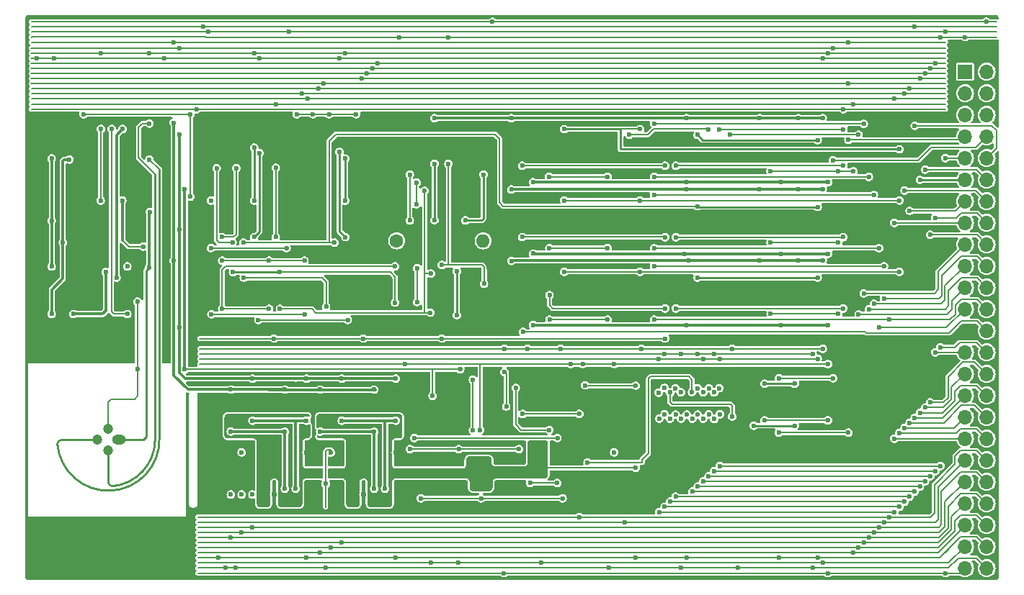
<source format=gbr>
%TF.GenerationSoftware,KiCad,Pcbnew,8.0.5-8.0.5-0~ubuntu24.04.1*%
%TF.CreationDate,2024-09-09T00:24:46+02:00*%
%TF.ProjectId,xMultislope-1v0,784d756c-7469-4736-9c6f-70652d317630,rev?*%
%TF.SameCoordinates,Original*%
%TF.FileFunction,Copper,L2,Bot*%
%TF.FilePolarity,Positive*%
%FSLAX46Y46*%
G04 Gerber Fmt 4.6, Leading zero omitted, Abs format (unit mm)*
G04 Created by KiCad (PCBNEW 8.0.5-8.0.5-0~ubuntu24.04.1) date 2024-09-09 00:24:46*
%MOMM*%
%LPD*%
G01*
G04 APERTURE LIST*
%TA.AperFunction,Conductor*%
%ADD10C,0.250000*%
%TD*%
%TA.AperFunction,ComponentPad*%
%ADD11O,1.600000X1.200000*%
%TD*%
%TA.AperFunction,ComponentPad*%
%ADD12C,1.200000*%
%TD*%
%TA.AperFunction,ComponentPad*%
%ADD13C,1.600000*%
%TD*%
%TA.AperFunction,ComponentPad*%
%ADD14O,1.600000X1.600000*%
%TD*%
%TA.AperFunction,ComponentPad*%
%ADD15R,1.700000X1.700000*%
%TD*%
%TA.AperFunction,ComponentPad*%
%ADD16O,1.700000X1.700000*%
%TD*%
%TA.AperFunction,ViaPad*%
%ADD17C,0.600000*%
%TD*%
%TA.AperFunction,Conductor*%
%ADD18C,0.200000*%
%TD*%
%TA.AperFunction,Conductor*%
%ADD19C,0.300000*%
%TD*%
G04 APERTURE END LIST*
D10*
%TO.N,Net-(C9-Pad2)*%
X102143092Y-100549561D02*
G75*
G02*
X102643092Y-100049592I499908J61D01*
G01*
X114130695Y-99889865D02*
G75*
G02*
X102143085Y-100549562I-6004285J-139415D01*
G01*
%TO.N,-15V*%
X113622654Y-100089572D02*
G75*
G02*
X108618483Y-105507191I-5503274J63342D01*
G01*
X108618483Y-105507196D02*
G75*
G02*
X108118504Y-105007196I-83J499896D01*
G01*
%TD*%
D11*
%TO.P,U13,1*%
%TO.N,Net-(RN4A-R1.1)*%
X109390536Y-100029783D03*
D12*
%TO.P,U13,2*%
%TO.N,GNDA*%
X108120536Y-98759783D03*
%TO.P,U13,3*%
%TO.N,Net-(C9-Pad2)*%
X106850536Y-100029783D03*
%TO.P,U13,4*%
%TO.N,-15V*%
X108120536Y-101299783D03*
%TD*%
D13*
%TO.P,R11,1*%
%TO.N,Net-(Q3-S)*%
X142003414Y-76628961D03*
D14*
%TO.P,R11,2*%
%TO.N,VSS*%
X152163414Y-76628961D03*
%TD*%
D15*
%TO.P,J1,1,Pin_1*%
%TO.N,VDD*%
X208790000Y-56730000D03*
D16*
%TO.P,J1,2,Pin_2*%
%TO.N,VSS*%
X211330000Y-56730000D03*
%TO.P,J1,3,Pin_3*%
%TO.N,unconnected-(J1-Pin_3-Pad3)*%
X208790000Y-59270000D03*
%TO.P,J1,4,Pin_4*%
%TO.N,unconnected-(J1-Pin_4-Pad4)*%
X211330000Y-59270000D03*
%TO.P,J1,5,Pin_5*%
%TO.N,unconnected-(J1-Pin_5-Pad5)*%
X208790000Y-61810000D03*
%TO.P,J1,6,Pin_6*%
%TO.N,unconnected-(J1-Pin_6-Pad6)*%
X211330000Y-61810000D03*
%TO.P,J1,7,Pin_7*%
%TO.N,/VREF+*%
X208790000Y-64350000D03*
%TO.P,J1,8,Pin_8*%
%TO.N,/VREF-*%
X211330000Y-64350000D03*
%TO.P,J1,9,Pin_9*%
%TO.N,/Q_INxGND*%
X208790000Y-66890000D03*
%TO.P,J1,10,Pin_10*%
%TO.N,/~{Q}_INxGND*%
X211330000Y-66890000D03*
%TO.P,J1,11,Pin_11*%
%TO.N,/ACAL*%
X208790000Y-69430000D03*
%TO.P,J1,12,Pin_12*%
%TO.N,/VIN*%
X211330000Y-69430000D03*
%TO.P,J1,13,Pin_13*%
%TO.N,/TEMP*%
X208790000Y-71970000D03*
%TO.P,J1,14,Pin_14*%
%TO.N,/INxVREF*%
X211330000Y-71970000D03*
%TO.P,J1,15,Pin_15*%
%TO.N,/INxTEMP*%
X208790000Y-74510000D03*
%TO.P,J1,16,Pin_16*%
%TO.N,/INxVIN*%
X211330000Y-74510000D03*
%TO.P,J1,17,Pin_17*%
%TO.N,/GNDxG1000*%
X208790000Y-77050000D03*
%TO.P,J1,18,Pin_18*%
%TO.N,/INxACAL*%
X211330000Y-77050000D03*
%TO.P,J1,19,Pin_19*%
%TO.N,/GNDxG100*%
X208790000Y-79590000D03*
%TO.P,J1,20,Pin_20*%
%TO.N,/GNDxG10*%
X211330000Y-79590000D03*
%TO.P,J1,21,Pin_21*%
%TO.N,/Gx1000*%
X208790000Y-82130000D03*
%TO.P,J1,22,Pin_22*%
%TO.N,/Gx100*%
X211330000Y-82130000D03*
%TO.P,J1,23,Pin_23*%
%TO.N,/Gx10*%
X208790000Y-84670000D03*
%TO.P,J1,24,Pin_24*%
%TO.N,/Gx1*%
X211330000Y-84670000D03*
%TO.P,J1,25,Pin_25*%
%TO.N,GNDD*%
X208790000Y-87210000D03*
%TO.P,J1,26,Pin_26*%
%TO.N,GNDA*%
X211330000Y-87210000D03*
%TO.P,J1,27,Pin_27*%
%TO.N,/RESIDUAL-SHDN*%
X208790000Y-89750000D03*
%TO.P,J1,28,Pin_28*%
%TO.N,/RESIDUAL-CLK*%
X211330000Y-89750000D03*
%TO.P,J1,29,Pin_29*%
%TO.N,/RESIDUAL-D6*%
X208790000Y-92290000D03*
%TO.P,J1,30,Pin_30*%
%TO.N,/RESIDUAL-D7*%
X211330000Y-92290000D03*
%TO.P,J1,31,Pin_31*%
%TO.N,/RESIDUAL-D4*%
X208790000Y-94830000D03*
%TO.P,J1,32,Pin_32*%
%TO.N,/RESIDUAL-D5*%
X211330000Y-94830000D03*
%TO.P,J1,33,Pin_33*%
%TO.N,/RESIDUAL-D2*%
X208790000Y-97370000D03*
%TO.P,J1,34,Pin_34*%
%TO.N,/RESIDUAL-D3*%
X211330000Y-97370000D03*
%TO.P,J1,35,Pin_35*%
%TO.N,/RESIDUAL-D0*%
X208790000Y-99910000D03*
%TO.P,J1,36,Pin_36*%
%TO.N,/RESIDUAL-D1*%
X211330000Y-99910000D03*
%TO.P,J1,37,Pin_37*%
%TO.N,/MS_COMPA*%
X208790000Y-102450000D03*
%TO.P,J1,38,Pin_38*%
%TO.N,/MS_INTRST*%
X211330000Y-102450000D03*
%TO.P,J1,39,Pin_39*%
%TO.N,/SLOPEC-B*%
X208790000Y-104990000D03*
%TO.P,J1,40,Pin_40*%
%TO.N,/SLOPEC-A*%
X211330000Y-104990000D03*
%TO.P,J1,41,Pin_41*%
%TO.N,/SLOPEB-A*%
X208790000Y-107530000D03*
%TO.P,J1,42,Pin_42*%
%TO.N,/SLOPEC-C*%
X211330000Y-107530000D03*
%TO.P,J1,43,Pin_43*%
%TO.N,/SLOPEB-C*%
X208790000Y-110070000D03*
%TO.P,J1,44,Pin_44*%
%TO.N,/SLOPEB-B*%
X211330000Y-110070000D03*
%TO.P,J1,45,Pin_45*%
%TO.N,+15V*%
X208790000Y-112610000D03*
%TO.P,J1,46,Pin_46*%
%TO.N,+3V3*%
X211330000Y-112610000D03*
%TO.P,J1,47,Pin_47*%
%TO.N,-15V*%
X208790000Y-115150000D03*
%TO.P,J1,48,Pin_48*%
%TO.N,-1V4*%
X211330000Y-115150000D03*
%TD*%
D17*
%TO.N,GNDA*%
X111569614Y-91728961D03*
X158274614Y-103283961D03*
X117119614Y-91728961D03*
X137469614Y-103328961D03*
X170109614Y-103328961D03*
X127069614Y-103328961D03*
X149483414Y-91728961D03*
X111569614Y-83788961D03*
X156862375Y-87350000D03*
X117119614Y-70555210D03*
X146224614Y-94866461D03*
%TO.N,Net-(RN6D-R4.1)*%
X156749614Y-76178961D03*
X173544614Y-76193561D03*
%TO.N,/InputStage/BurnFront*%
X170596814Y-80282761D03*
X170596814Y-71882761D03*
X201083414Y-71882761D03*
X201083414Y-65850000D03*
X170596814Y-63482761D03*
X161706814Y-63482761D03*
X201083414Y-80282761D03*
X161706814Y-71882761D03*
X161706814Y-80282761D03*
%TO.N,Net-(RN3B-R2.2)*%
X128879614Y-99083961D03*
X128874614Y-105783961D03*
X122529614Y-99078961D03*
%TO.N,Net-(RN4C-R3.1)*%
X104019614Y-85238961D03*
X112215000Y-77300000D03*
X109769614Y-71880210D03*
X107829614Y-80288961D03*
%TO.N,Net-(C9-Pad2)*%
X112969614Y-67056461D03*
%TO.N,-15V*%
X135990000Y-66950000D03*
X206490000Y-115728961D03*
X176084614Y-86532761D03*
X187194614Y-78143561D03*
X112969614Y-54528961D03*
X151819614Y-98883961D03*
X192683414Y-86532761D03*
X107229614Y-71880210D03*
X175840000Y-78143561D03*
X156369614Y-101128961D03*
X143569614Y-101128961D03*
X142979614Y-91128961D03*
X125257789Y-54528961D03*
X125257789Y-71883961D03*
X192669614Y-91128961D03*
X176084614Y-69738561D03*
X192669614Y-115728961D03*
X162469614Y-91128961D03*
X125257789Y-65650000D03*
X185234614Y-97750000D03*
X158029614Y-86532761D03*
X112969614Y-62818961D03*
X167569614Y-91128961D03*
X187204614Y-86528961D03*
X107269614Y-54528961D03*
X135994739Y-71887161D03*
X107269614Y-63468961D03*
X187194614Y-69734761D03*
X135990000Y-54528961D03*
X192669614Y-54528961D03*
X158019614Y-69738561D03*
X163869614Y-91128961D03*
X192683414Y-78143561D03*
X154624614Y-115728961D03*
X192683414Y-69738561D03*
X149299614Y-101128961D03*
X192669614Y-97750000D03*
X158019614Y-78128961D03*
%TO.N,/ADC/VIN*%
X147320914Y-88128961D03*
X173544614Y-88128961D03*
X138109614Y-88128961D03*
X159962314Y-83033861D03*
X173544614Y-84582761D03*
X127609614Y-88128961D03*
%TO.N,+15V*%
X155479614Y-70578961D03*
X154883414Y-96128961D03*
X146450914Y-67550000D03*
X189214614Y-78918961D03*
X192069614Y-62178961D03*
X181424614Y-89328961D03*
X176084614Y-62184761D03*
X101729614Y-55128961D03*
X135290000Y-55128961D03*
X135994739Y-76187161D03*
X146069614Y-114528961D03*
X184656814Y-70578961D03*
X176340000Y-78918961D03*
X184654614Y-62184761D03*
X154669614Y-89328961D03*
X189214614Y-62184761D03*
X155484614Y-78988961D03*
X161269614Y-89328961D03*
X125890000Y-55128961D03*
X192069614Y-114528961D03*
X184666814Y-78918961D03*
X154669614Y-92078961D03*
X192069614Y-89328961D03*
X158974614Y-114528961D03*
X99683414Y-55128961D03*
X155479614Y-62184761D03*
X135290000Y-66150000D03*
X125890000Y-66300000D03*
X157369614Y-89328961D03*
X125257789Y-76183961D03*
X192069614Y-78918961D03*
X192069614Y-55128961D03*
X146450914Y-74191461D03*
X149224614Y-114528961D03*
X192069614Y-70578961D03*
X176084614Y-70578961D03*
X189214614Y-70578961D03*
X146450914Y-62184761D03*
X170779614Y-89328961D03*
X114683414Y-55128961D03*
%TO.N,Net-(D1-A)*%
X170109614Y-93673961D03*
X164169614Y-93628961D03*
%TO.N,Net-(R6-Pad1)*%
X144083414Y-99828961D03*
X160883414Y-105128961D03*
X157704614Y-105128961D03*
X160894614Y-99828961D03*
%TO.N,Net-(RN4A-R1.1)*%
X110369614Y-79638961D03*
X112919614Y-79788961D03*
X101479614Y-66940211D03*
X112979614Y-73242710D03*
X101479614Y-74238961D03*
X101479614Y-79638961D03*
%TO.N,Net-(RN5D-R4.1)*%
X156749614Y-67788561D03*
X173544614Y-67788561D03*
%TO.N,Net-(RN8D-R4.1)*%
X169326814Y-64132761D03*
X178624614Y-63488561D03*
%TO.N,Net-(RN9C-R3.2)*%
X136257789Y-85933961D03*
X125755289Y-85933961D03*
%TO.N,/InputStage/IN-*%
X194483414Y-63488561D03*
X194483414Y-84578961D03*
X179894614Y-63488561D03*
X174814614Y-84582761D03*
X194483414Y-67753961D03*
X194483414Y-61128961D03*
X194483414Y-76182005D03*
X174814614Y-76193561D03*
X174814614Y-67788561D03*
X118490000Y-61128961D03*
%TO.N,Net-(RN9G-R7.2)*%
X120250289Y-85271461D03*
X131177789Y-85283961D03*
%TO.N,Net-(RN9E-R5.2)*%
X133717789Y-84350000D03*
X124060289Y-80971461D03*
%TO.N,Net-(RN5E-R5.1)*%
X166786814Y-77482761D03*
X159956914Y-77482761D03*
%TO.N,GNDD*%
X141499614Y-62679961D03*
X105939614Y-88079961D03*
X118639614Y-85539961D03*
X103399614Y-65219961D03*
X144039614Y-108399961D03*
X144039614Y-62679961D03*
X162544614Y-104703961D03*
X161706814Y-68432761D03*
X103399614Y-62679961D03*
X108479614Y-88079961D03*
X121179614Y-65219961D03*
X131339614Y-95699961D03*
X149119614Y-95699961D03*
X100859614Y-88079961D03*
X149119614Y-98239961D03*
X128799614Y-95699961D03*
X156739614Y-108399961D03*
X189759614Y-75379961D03*
X141919614Y-101528961D03*
X141499614Y-95699961D03*
X177059614Y-88079961D03*
X134929614Y-108478961D03*
X131419614Y-101528961D03*
X210079614Y-55059961D03*
X141499614Y-67759961D03*
X189759614Y-82999961D03*
X132229614Y-108478961D03*
X159279614Y-80459961D03*
X144039614Y-65219961D03*
X149119614Y-77919961D03*
X103399614Y-90619961D03*
X170596814Y-85232761D03*
X123987789Y-71883961D03*
X108479614Y-90619961D03*
X121179614Y-98239961D03*
X123719614Y-65219961D03*
X121179614Y-62679961D03*
X149119614Y-75379961D03*
X162544614Y-102703961D03*
X103399614Y-88079961D03*
X161706814Y-85232761D03*
X142719614Y-108478961D03*
X133879614Y-95699961D03*
X155569614Y-98883961D03*
X176049187Y-93966461D03*
X105939614Y-90619961D03*
X149119614Y-65219961D03*
X122529614Y-101528961D03*
X153069614Y-91828961D03*
X136419614Y-95699961D03*
X161819614Y-108399961D03*
X138959614Y-95699961D03*
X184679614Y-95699961D03*
X138109614Y-106478961D03*
X146579614Y-77919961D03*
X141499614Y-72839961D03*
X121179614Y-95699961D03*
X146883414Y-95928961D03*
X132369614Y-83488961D03*
X151659614Y-65219961D03*
X161706814Y-76832761D03*
X144039614Y-77919961D03*
X105939614Y-65219961D03*
X171979614Y-103319961D03*
X141499614Y-65219961D03*
X170596814Y-68432761D03*
X144039614Y-75379961D03*
X179599614Y-88079961D03*
X123719614Y-95699961D03*
X207539614Y-55059961D03*
X123719614Y-62679961D03*
X100859614Y-65219961D03*
X127609614Y-106478961D03*
X133029614Y-101528961D03*
X146579614Y-75379961D03*
X170596814Y-76832761D03*
X151659614Y-108399961D03*
X126259614Y-95699961D03*
%TO.N,-1V4*%
X179304612Y-94465837D03*
X133664614Y-115128961D03*
X175419614Y-97541461D03*
X177374614Y-89928961D03*
X173478263Y-93920348D03*
X134299614Y-101528961D03*
X179324614Y-89928961D03*
X175411899Y-94450061D03*
X133664614Y-105217214D03*
X182140000Y-115128961D03*
X175419614Y-115128961D03*
X190869614Y-89928961D03*
X167569614Y-101508961D03*
X123129614Y-115128961D03*
X121929614Y-115128961D03*
X177379614Y-93971461D03*
X166969614Y-115128961D03*
X190869614Y-115128961D03*
X179304612Y-94465837D03*
X173474614Y-89928961D03*
X123799614Y-101528961D03*
X175424614Y-89928961D03*
%TO.N,+3V3*%
X131419614Y-113928961D03*
X179929614Y-93966461D03*
X176094614Y-97079241D03*
X191469614Y-80950000D03*
X123987789Y-76833961D03*
X179929614Y-93966461D03*
X186890000Y-113928961D03*
X121069614Y-113928961D03*
X176094614Y-113928961D03*
X141919614Y-113928961D03*
X191469614Y-72635000D03*
X191469614Y-64763561D03*
X134721539Y-76833961D03*
X177354614Y-72550000D03*
X191469614Y-90528961D03*
X178024614Y-90528961D03*
X179974614Y-90528961D03*
X177354614Y-80950000D03*
X191469614Y-113928961D03*
X177354614Y-64150000D03*
X172824614Y-90528961D03*
X170109614Y-113928961D03*
X178019616Y-94451462D03*
X172804614Y-94484723D03*
X178019616Y-94451462D03*
%TO.N,Net-(U5B-+)*%
X188774614Y-93428961D03*
X185234614Y-93428961D03*
%TO.N,Net-(D2-A)*%
X117765000Y-61750000D03*
X105240000Y-61728961D03*
X117769614Y-71417710D03*
%TO.N,/ACAL*%
X203483414Y-69450000D03*
X203483414Y-57528961D03*
X137934739Y-57528961D03*
%TO.N,VDD*%
X152270914Y-81686461D03*
X208790000Y-52650000D03*
X148090000Y-52650000D03*
X147320914Y-79463961D03*
X148090000Y-67550000D03*
X205883414Y-52650000D03*
X142269789Y-52650000D03*
%TO.N,Net-(RN8E-R5.1)*%
X166789014Y-69082761D03*
X159929614Y-69082761D03*
%TO.N,Net-(RN6E-R5.1)*%
X166786814Y-85882761D03*
X159962314Y-85882761D03*
%TO.N,VSS*%
X153269789Y-50850000D03*
X211290000Y-50850000D03*
%TO.N,Net-(C10-Pad1)*%
X120850914Y-68078961D03*
X122717789Y-76833961D03*
%TO.N,Net-(C11-Pad1)*%
X123157789Y-68078961D03*
X121447789Y-76183961D03*
%TO.N,Net-(C11-Pad2)*%
X137264739Y-61728961D03*
X130283414Y-61728961D03*
X134054739Y-61728961D03*
X132184739Y-61728961D03*
%TO.N,Net-(Q3-S)*%
X150088414Y-74228961D03*
X152207289Y-68828961D03*
%TO.N,Net-(Q3-D)*%
X144332289Y-72328961D03*
X144332289Y-69777961D03*
X131177789Y-78950000D03*
X127025289Y-78950000D03*
X121520289Y-78950000D03*
%TO.N,Net-(U28-REF)*%
X143550914Y-68827961D03*
X143550914Y-74228961D03*
%TO.N,Net-(Q10A-B1)*%
X144395914Y-79856618D03*
X144395914Y-83843961D03*
%TO.N,Net-(Q4A-B1)*%
X146033414Y-80478961D03*
X145983414Y-85078961D03*
X145283414Y-70727961D03*
X128295289Y-84626461D03*
%TO.N,Net-(Q10A-E1)*%
X149071545Y-85374262D03*
X149070914Y-80213961D03*
%TO.N,Net-(Q4B-E2)*%
X128295289Y-80326461D03*
X141820914Y-83896461D03*
X122790289Y-80321461D03*
%TO.N,Net-(Q9B-E2)*%
X127025289Y-84626461D03*
X121520289Y-84626461D03*
X141820914Y-79628961D03*
%TO.N,Net-(D3-A)*%
X150974614Y-92983961D03*
X150974614Y-98928961D03*
%TO.N,Net-(U14-AIN)*%
X164444614Y-102703961D03*
X176704614Y-94433681D03*
%TO.N,Net-(U5A-+)*%
X183964614Y-98378961D03*
X188779614Y-98383961D03*
%TO.N,Net-(U5A--)*%
X174774614Y-93966461D03*
X181440000Y-97300000D03*
X174124614Y-94466461D03*
%TO.N,Net-(U14-VRT)*%
X178679614Y-93966461D03*
X178679614Y-93966461D03*
%TO.N,Net-(Q8-D)*%
X144839614Y-106928961D03*
X151924614Y-106928961D03*
X161494614Y-106928961D03*
%TO.N,Net-(RN3A-R1.2)*%
X130144614Y-105783961D03*
X131419614Y-97783961D03*
X125074614Y-97783961D03*
%TO.N,Net-(RN2B-R2.2)*%
X139379614Y-105783961D03*
X139374614Y-99083961D03*
X133024614Y-99078961D03*
%TO.N,Net-(RN2A-R1.2)*%
X135569614Y-97783961D03*
X140649614Y-105783961D03*
X141919614Y-97783961D03*
%TO.N,Net-(Q11-D)*%
X155999614Y-93933961D03*
X159959614Y-98883961D03*
%TO.N,/InputStage/VREF_GND*%
X195683414Y-68434761D03*
X185934614Y-85228961D03*
X193883414Y-68434761D03*
X185924614Y-68434761D03*
X127797789Y-76183961D03*
X193883414Y-76839761D03*
X127797789Y-60528961D03*
X195683414Y-60528961D03*
X193883414Y-85228961D03*
X127797789Y-68032086D03*
X185924614Y-76839761D03*
%TO.N,Net-(RN4A-R1.2)*%
X110369614Y-85238961D03*
X108539614Y-63468961D03*
%TO.N,Net-(RN4H-R8.2)*%
X103569614Y-67056461D03*
X101479614Y-85238961D03*
X102799614Y-76830210D03*
%TO.N,/VREF-*%
X116469614Y-75288961D03*
X193283414Y-53928961D03*
X116469614Y-53928961D03*
X193283414Y-67157761D03*
X135569614Y-92833961D03*
X116469614Y-86838961D03*
X131424614Y-92833961D03*
X186917114Y-92803961D03*
X125079614Y-92833961D03*
X193283414Y-92803961D03*
X141919614Y-92833961D03*
X116469614Y-64142761D03*
%TO.N,/VREF+*%
X109809614Y-63468961D03*
X109099614Y-80938961D03*
X122534614Y-94128961D03*
X139374614Y-94133961D03*
X195083414Y-53250000D03*
X186917114Y-99203961D03*
X128884614Y-94133961D03*
X115828020Y-53250000D03*
X195083414Y-64738561D03*
X195083414Y-58128961D03*
X115819614Y-62728961D03*
X133029614Y-94133961D03*
X195083414Y-99203961D03*
X115819614Y-78938961D03*
X133454739Y-58128961D03*
%TO.N,/SLOPEB-C*%
X133029614Y-113328961D03*
X195683414Y-113328961D03*
%TO.N,/SLOPEB-A*%
X135569614Y-112128961D03*
X196883414Y-112128961D03*
%TO.N,/SLOPEB-B*%
X196283414Y-112728961D03*
X134299614Y-112728961D03*
%TO.N,/SLOPEC-B*%
X198083414Y-110928961D03*
X123799614Y-110928961D03*
X123799614Y-106478961D03*
%TO.N,/SLOPEC-A*%
X125069614Y-110328961D03*
X198683414Y-110328961D03*
X125069614Y-106478961D03*
%TO.N,/SLOPEC-C*%
X122529614Y-111528961D03*
X122529614Y-106478961D03*
X197483414Y-111528961D03*
%TO.N,/MS_COMPA*%
X199283414Y-109728961D03*
X168839614Y-109728961D03*
%TO.N,/MS_INTRST*%
X163469614Y-109128961D03*
X163469614Y-96983961D03*
X156819614Y-96983961D03*
X199883414Y-109128961D03*
%TO.N,/RESIDUAL-D3*%
X174779612Y-97061460D03*
X202283414Y-106728961D03*
X174779612Y-97061460D03*
X202283414Y-98050000D03*
X174779612Y-106728961D03*
%TO.N,/RESIDUAL-D2*%
X174119614Y-97546461D03*
X201683414Y-98650000D03*
X174119614Y-97546461D03*
X201683414Y-107328961D03*
X174119614Y-107328961D03*
%TO.N,/RESIDUAL-D6*%
X178024614Y-104928961D03*
X178024614Y-97546461D03*
X204083414Y-104928961D03*
X204083414Y-96250000D03*
%TO.N,/RESIDUAL-D7*%
X178674614Y-97046461D03*
X178669614Y-104328961D03*
X204683414Y-95650000D03*
X204683414Y-104328961D03*
%TO.N,/RESIDUAL-D5*%
X203483414Y-105528961D03*
X177387329Y-105528961D03*
X203483414Y-96850000D03*
X177387329Y-97062861D03*
%TO.N,/RESIDUAL-D1*%
X201083414Y-99250000D03*
X173494616Y-97047085D03*
X173494616Y-97047085D03*
X173494616Y-107928961D03*
X201083414Y-107928961D03*
%TO.N,/RESIDUAL-D0*%
X172869614Y-108528961D03*
X172869614Y-97546461D03*
X200483414Y-108528961D03*
X200483414Y-99910000D03*
X172869614Y-97546461D03*
%TO.N,/RESIDUAL-D4*%
X176750041Y-97546461D03*
X202883414Y-106128961D03*
X202883414Y-97450000D03*
X176750041Y-106128961D03*
%TO.N,/RESIDUAL-CLK*%
X205883414Y-89150000D03*
X179994614Y-97028199D03*
X205883414Y-103128961D03*
X179994614Y-103128961D03*
%TO.N,/RESIDUAL-SHDN*%
X179320965Y-103728961D03*
X179320965Y-97592574D03*
X205283414Y-103728961D03*
X205283414Y-89750000D03*
%TO.N,/Gx10*%
X198683414Y-86850000D03*
X198683414Y-77493561D03*
X172274614Y-77493561D03*
%TO.N,/Gx1*%
X199883414Y-85882761D03*
X172274614Y-85882761D03*
%TO.N,/Gx100*%
X197483414Y-84682761D03*
X172274614Y-69088561D03*
X197483414Y-69100000D03*
%TO.N,/Gx1000*%
X196283414Y-64138561D03*
X196283414Y-85282761D03*
X181164614Y-64138561D03*
%TO.N,/GNDxG1000*%
X196883414Y-82800000D03*
X196883414Y-62850000D03*
X172274614Y-62838561D03*
%TO.N,/GNDxG100*%
X198083414Y-84050000D03*
X172274614Y-71243561D03*
X198083414Y-71229761D03*
%TO.N,/GNDxG10*%
X172274614Y-79632761D03*
X199283414Y-83400000D03*
X199283414Y-79618961D03*
%TO.N,/Q_INxGND*%
X119877789Y-52050000D03*
X206490000Y-52050000D03*
X129367788Y-52050000D03*
X206483414Y-66890000D03*
X120177789Y-71883961D03*
%TO.N,/~{Q}_INxGND*%
X120177789Y-77483961D03*
X129067789Y-77483961D03*
X119252789Y-51450000D03*
X202883414Y-51450000D03*
X202883414Y-63090400D03*
%TO.N,/INxVREF*%
X201683414Y-70700000D03*
X201683414Y-59328961D03*
X130914739Y-59328961D03*
%TO.N,/INxVIN*%
X205283414Y-73910000D03*
X205283414Y-55728961D03*
X139804739Y-55728961D03*
%TO.N,/INxTEMP*%
X200483414Y-74510000D03*
X200483414Y-59928961D03*
X131584739Y-59928961D03*
%TO.N,/INxACAL*%
X139134739Y-56328961D03*
X204683414Y-75900000D03*
X204683414Y-56328961D03*
%TO.N,/TEMP*%
X202283414Y-58728961D03*
X132854739Y-58728961D03*
X202283414Y-73100000D03*
%TO.N,/VIN*%
X204083414Y-68250000D03*
X204083414Y-56928961D03*
X138534739Y-56928961D03*
%TD*%
D18*
%TO.N,GNDA*%
X146224614Y-91728961D02*
X146483414Y-91728961D01*
X117119614Y-91728961D02*
X146483414Y-91728961D01*
X111219614Y-95238961D02*
X111569614Y-94888961D01*
X111569614Y-94888961D02*
X111569614Y-83788961D01*
D19*
X117119614Y-91728961D02*
X117119614Y-70555210D01*
D18*
X108120536Y-95588039D02*
X108469614Y-95238961D01*
X108469614Y-95238961D02*
X111219614Y-95238961D01*
X197090000Y-87350000D02*
X197190000Y-87450000D01*
X208313654Y-86060000D02*
X210180000Y-86060000D01*
X156862375Y-87350000D02*
X197090000Y-87350000D01*
X146224614Y-94866461D02*
X146224614Y-91728961D01*
X159483414Y-103328961D02*
X170183414Y-103328961D01*
X210180000Y-86060000D02*
X211330000Y-87210000D01*
X108120536Y-98759783D02*
X108120536Y-95588039D01*
X197190000Y-87450000D02*
X206923654Y-87450000D01*
X146483414Y-91728961D02*
X149483414Y-91728961D01*
X206923654Y-87450000D02*
X208313654Y-86060000D01*
%TO.N,Net-(RN6D-R4.1)*%
X173544614Y-76193561D02*
X173535814Y-76184761D01*
X173535814Y-76184761D02*
X156729614Y-76184761D01*
%TO.N,/InputStage/BurnFront*%
X168714614Y-63482761D02*
X170596814Y-63482761D01*
X161706814Y-80282761D02*
X170596814Y-80282761D01*
X170596814Y-80282761D02*
X201083414Y-80282761D01*
D10*
X201083414Y-65850000D02*
X168322761Y-65850000D01*
D18*
X170596814Y-71882761D02*
X201083414Y-71882761D01*
D10*
X168322761Y-63482761D02*
X161706814Y-63482761D01*
D18*
X170596814Y-71882761D02*
X161706814Y-71882761D01*
X161706814Y-63482761D02*
X161714614Y-63490561D01*
X161706814Y-63482761D02*
X168714614Y-63482761D01*
D10*
X168322761Y-65850000D02*
X168322761Y-63482761D01*
D19*
%TO.N,Net-(RN3B-R2.2)*%
X128879614Y-99083961D02*
X122534614Y-99083961D01*
X128874614Y-105783961D02*
X128879614Y-105778961D01*
X122534614Y-99083961D02*
X122529614Y-99078961D01*
X128879614Y-105778961D02*
X128879614Y-99083961D01*
%TO.N,Net-(RN4C-R3.1)*%
X107829614Y-84853961D02*
X107444614Y-85238961D01*
D18*
X112215000Y-77300000D02*
X110519614Y-77300000D01*
D19*
X107829614Y-80288961D02*
X107829614Y-84853961D01*
X107444614Y-85238961D02*
X104019614Y-85238961D01*
X109769614Y-76550000D02*
X109769614Y-71880210D01*
D18*
X110519614Y-77300000D02*
X109769614Y-76550000D01*
%TO.N,Net-(C9-Pad2)*%
X114130695Y-68217542D02*
X112969614Y-67056461D01*
D10*
X102682648Y-100049561D02*
X106830758Y-100049561D01*
X114130695Y-99889865D02*
X114130695Y-68217542D01*
D18*
%TO.N,-15V*%
X149299614Y-101128961D02*
X155269614Y-101128961D01*
D19*
X185714614Y-86532761D02*
X158029614Y-86532761D01*
X158034214Y-78143561D02*
X185714614Y-78143561D01*
D18*
X206290000Y-115728961D02*
X208211039Y-115728961D01*
X192669614Y-115728961D02*
X206290000Y-115728961D01*
D19*
X187190814Y-69738561D02*
X184714614Y-69738561D01*
X184714614Y-69738561D02*
X158019614Y-69738561D01*
D18*
X155269614Y-101128961D02*
X156369614Y-101128961D01*
D10*
X108120536Y-101279783D02*
X108120536Y-105005143D01*
D18*
X111669614Y-66838961D02*
X111669614Y-63270386D01*
D19*
X184714614Y-69738561D02*
X192683414Y-69738561D01*
D18*
X152853929Y-101128961D02*
X155269614Y-101128961D01*
X208790000Y-115150000D02*
X208750000Y-115150000D01*
X112121039Y-62818961D02*
X112969614Y-62818961D01*
D10*
X135994739Y-66954739D02*
X135994739Y-71887161D01*
D18*
X111669614Y-63270386D02*
X112121039Y-62818961D01*
X114083414Y-54528961D02*
X112969614Y-54528961D01*
X208211039Y-115728961D02*
X208790000Y-115150000D01*
X192669614Y-115728961D02*
X118669614Y-115728961D01*
X151819614Y-91128961D02*
X151819614Y-98883961D01*
D19*
X185714614Y-78143561D02*
X192683414Y-78143561D01*
X192683414Y-86532761D02*
X187208414Y-86532761D01*
D18*
X192669614Y-91128961D02*
X118883414Y-91128961D01*
X107269614Y-63468961D02*
X107229614Y-63508961D01*
D19*
X158019614Y-78128961D02*
X158034214Y-78143561D01*
X185714614Y-78143561D02*
X187194614Y-78143561D01*
D18*
X107229614Y-63508961D02*
X107229614Y-71880210D01*
X114083414Y-54528961D02*
X99083414Y-54528961D01*
D19*
X185714614Y-86532761D02*
X192683414Y-86532761D01*
X187194614Y-69734761D02*
X187190814Y-69738561D01*
D10*
X113622654Y-100089572D02*
X113622654Y-68792001D01*
D19*
X187204614Y-86528961D02*
X187233414Y-86557761D01*
X187200814Y-86532761D02*
X185714614Y-86532761D01*
D18*
X206483414Y-54528961D02*
X114083414Y-54528961D01*
D19*
X187204614Y-86528961D02*
X187200814Y-86532761D01*
D18*
X206290000Y-115728961D02*
X207068961Y-115728961D01*
D19*
X107229614Y-71880210D02*
X107269614Y-71840210D01*
X187208414Y-86532761D02*
X187204614Y-86528961D01*
D10*
X125257789Y-71883961D02*
X125257789Y-65650000D01*
D18*
X113622654Y-68792001D02*
X111669614Y-66838961D01*
X185234614Y-97750000D02*
X192669614Y-97750000D01*
X143569614Y-101128961D02*
X149299614Y-101128961D01*
%TO.N,/ADC/VIN*%
X173544614Y-84582761D02*
X160358414Y-84582761D01*
X159962314Y-84186661D02*
X159962314Y-83033861D01*
X160358414Y-84582761D02*
X159962314Y-84186661D01*
X173544614Y-88128961D02*
X118883414Y-88128961D01*
%TO.N,+15V*%
X192069614Y-114528961D02*
X118669614Y-114528961D01*
D19*
X189214614Y-70578961D02*
X192069614Y-70578961D01*
X183714614Y-62184761D02*
X155489614Y-62184761D01*
X189220414Y-62178961D02*
X189214614Y-62184761D01*
D10*
X135290000Y-66150000D02*
X135290000Y-75482422D01*
D19*
X192069614Y-62178961D02*
X189220414Y-62178961D01*
X184666814Y-78918961D02*
X189214614Y-78918961D01*
D18*
X154883414Y-96128961D02*
X154883414Y-92292761D01*
D19*
X183714614Y-62184761D02*
X189214614Y-62184761D01*
X184654614Y-62184761D02*
X183714614Y-62184761D01*
X189214614Y-78918961D02*
X187714614Y-78918961D01*
D18*
X99683414Y-55128961D02*
X99083414Y-55128961D01*
D10*
X146450914Y-74191461D02*
X146450914Y-67550000D01*
D19*
X184656814Y-70578961D02*
X155479614Y-70578961D01*
X146450914Y-62184761D02*
X155479614Y-62184761D01*
D18*
X206831039Y-114528961D02*
X208750000Y-112610000D01*
X206483414Y-55128961D02*
X99683414Y-55128961D01*
D10*
X125890000Y-75551750D02*
X125890000Y-66300000D01*
D18*
X192069614Y-89328961D02*
X118883414Y-89328961D01*
D10*
X135290000Y-75482422D02*
X135994739Y-76187161D01*
X125257789Y-76183961D02*
X125890000Y-75551750D01*
D18*
X192069614Y-114528961D02*
X206831039Y-114528961D01*
D19*
X184656814Y-70578961D02*
X189214614Y-70578961D01*
D18*
X154883414Y-92292761D02*
X154669614Y-92078961D01*
D19*
X155554614Y-78918961D02*
X184666814Y-78918961D01*
X155484614Y-78988961D02*
X155554614Y-78918961D01*
X189214614Y-78918961D02*
X192069614Y-78918961D01*
D18*
%TO.N,Net-(D1-A)*%
X164474614Y-93673961D02*
X170109614Y-93673961D01*
%TO.N,Net-(R6-Pad1)*%
X155983414Y-99828961D02*
X154983414Y-99828961D01*
X157704614Y-105128961D02*
X160883414Y-105128961D01*
X160894614Y-99828961D02*
X155983414Y-99828961D01*
X144083414Y-99828961D02*
X155983414Y-99828961D01*
D10*
%TO.N,Net-(RN4A-R1.1)*%
X112919614Y-79788961D02*
X112579614Y-80128961D01*
X112579614Y-80128961D02*
X112579614Y-99719783D01*
X112579614Y-99719783D02*
X112269614Y-100029783D01*
D19*
X101479614Y-79638961D02*
X101479614Y-66940211D01*
D10*
X112269614Y-100029783D02*
X109390536Y-100029783D01*
D19*
X112919614Y-79788961D02*
X112919614Y-73302710D01*
X112919614Y-73302710D02*
X112979614Y-73242710D01*
D18*
%TO.N,Net-(RN5D-R4.1)*%
X173544614Y-67788561D02*
X173535814Y-67779761D01*
X156758414Y-67779761D02*
X156749614Y-67788561D01*
X173535814Y-67779761D02*
X156758414Y-67779761D01*
%TO.N,Net-(RN8D-R4.1)*%
X178586053Y-63450000D02*
X178624614Y-63488561D01*
X171501291Y-64132761D02*
X172184052Y-63450000D01*
X172184052Y-63450000D02*
X178586053Y-63450000D01*
X169326814Y-64132761D02*
X171501291Y-64132761D01*
%TO.N,Net-(RN9C-R3.2)*%
X136257789Y-85933961D02*
X125755289Y-85933961D01*
%TO.N,/InputStage/IN-*%
X194483414Y-67753961D02*
X194479614Y-67757761D01*
D19*
X174814614Y-84582761D02*
X174818414Y-84578961D01*
D18*
X194479614Y-67757761D02*
X174845414Y-67757761D01*
X206483414Y-61128961D02*
X99090000Y-61128961D01*
X194483414Y-76182005D02*
X194475658Y-76189761D01*
X174818414Y-84578961D02*
X194483414Y-84578961D01*
X179894614Y-63488561D02*
X194483414Y-63488561D01*
D19*
X174818414Y-76189761D02*
X174814614Y-76193561D01*
D18*
X194475658Y-76189761D02*
X174818414Y-76189761D01*
D19*
X174814614Y-67788561D02*
X174845414Y-67757761D01*
D18*
%TO.N,Net-(RN9G-R7.2)*%
X131177789Y-85283961D02*
X120262789Y-85283961D01*
D10*
X120250289Y-85271461D02*
X120167789Y-85353961D01*
D18*
X120262789Y-85283961D02*
X120250289Y-85271461D01*
%TO.N,Net-(RN9E-R5.2)*%
X133225914Y-80971461D02*
X124060289Y-80971461D01*
X133717789Y-81463336D02*
X133225914Y-80971461D01*
X133717789Y-84350000D02*
X133717789Y-81463336D01*
%TO.N,Net-(RN5E-R5.1)*%
X166786814Y-77482761D02*
X159956914Y-77482761D01*
%TO.N,GNDD*%
X170596814Y-85232761D02*
X161706814Y-85232761D01*
X170596814Y-76832761D02*
X161706814Y-76832761D01*
X170596814Y-68432761D02*
X161706814Y-68432761D01*
%TO.N,-1V4*%
X179329614Y-94440835D02*
X179304612Y-94465837D01*
X190869614Y-115128961D02*
X118669614Y-115128961D01*
X134299614Y-101238961D02*
X133834614Y-101238961D01*
X209890000Y-113950000D02*
X210090000Y-113950000D01*
X210089999Y-113950000D02*
X210633413Y-114493414D01*
X207890000Y-114050000D02*
X207990000Y-113950000D01*
X210090000Y-113950000D02*
X211290000Y-115150000D01*
X190869614Y-89928961D02*
X118883414Y-89928961D01*
X190869614Y-115128961D02*
X206811039Y-115128961D01*
X209890000Y-113950000D02*
X210089999Y-113950000D01*
X207990000Y-113950000D02*
X209890000Y-113950000D01*
X133664614Y-101408961D02*
X133664614Y-107943961D01*
X133834614Y-101238961D02*
X133664614Y-101408961D01*
X206811039Y-115128961D02*
X207890000Y-114050000D01*
%TO.N,+3V3*%
X134840000Y-64100000D02*
X134090000Y-64850000D01*
D10*
X177354614Y-64150000D02*
X177968175Y-64763561D01*
D18*
X208273654Y-111460000D02*
X210140000Y-111460000D01*
X191469614Y-113928961D02*
X204990000Y-113928961D01*
D10*
X177968175Y-64763561D02*
X191469614Y-64763561D01*
D18*
X154090000Y-72100000D02*
X154090000Y-64600000D01*
X134090000Y-76833961D02*
X123987789Y-76833961D01*
X191469614Y-90528961D02*
X118883414Y-90528961D01*
X134090000Y-64850000D02*
X134090000Y-76833961D01*
D10*
X177439614Y-72635000D02*
X191469614Y-72635000D01*
D18*
X134721539Y-76833961D02*
X134090000Y-76833961D01*
X154540000Y-72550000D02*
X154090000Y-72100000D01*
X177354614Y-72550000D02*
X154540000Y-72550000D01*
D10*
X177354614Y-80950000D02*
X191469614Y-80950000D01*
D18*
X205804693Y-113928961D02*
X206783654Y-112950000D01*
X154090000Y-64600000D02*
X153590000Y-64100000D01*
X210140000Y-111460000D02*
X211290000Y-112610000D01*
X204990000Y-113928961D02*
X205804693Y-113928961D01*
D10*
X177354614Y-72550000D02*
X177439614Y-72635000D01*
D18*
X191469614Y-113928961D02*
X118669614Y-113928961D01*
X205804693Y-113928961D02*
X208273654Y-111460000D01*
X153590000Y-64100000D02*
X134840000Y-64100000D01*
D10*
%TO.N,Net-(U5B-+)*%
X185234614Y-93428961D02*
X188729614Y-93428961D01*
D18*
%TO.N,Net-(D2-A)*%
X117765000Y-61750000D02*
X117769614Y-61754614D01*
X105240000Y-61728961D02*
X117711039Y-61728961D01*
X117769614Y-61754614D02*
X117769614Y-71417710D01*
D10*
%TO.N,/ACAL*%
X208790000Y-69430000D02*
X203503414Y-69430000D01*
X203503414Y-69430000D02*
X203483414Y-69450000D01*
D18*
X206483414Y-57528961D02*
X99083414Y-57528961D01*
%TO.N,VDD*%
X119629260Y-52650000D02*
X119579260Y-52600000D01*
X148090000Y-79463961D02*
X148090000Y-67550000D01*
X99140000Y-52600000D02*
X99090000Y-52650000D01*
X206483414Y-52650000D02*
X204940000Y-52650000D01*
X119579260Y-52600000D02*
X99140000Y-52600000D01*
X204940000Y-52650000D02*
X208790000Y-52650000D01*
X152307114Y-79996461D02*
X152307114Y-81686461D01*
X148090000Y-79463961D02*
X152005914Y-79463961D01*
X204940000Y-52650000D02*
X119629260Y-52650000D01*
X152270914Y-79728961D02*
X152270914Y-81686461D01*
X208790000Y-52650000D02*
X212490000Y-52650000D01*
X147320914Y-79463961D02*
X148090000Y-79463961D01*
X152005914Y-79463961D02*
X152270914Y-79728961D01*
%TO.N,Net-(RN8E-R5.1)*%
X166789014Y-69082761D02*
X159929614Y-69082761D01*
%TO.N,Net-(RN6E-R5.1)*%
X166786814Y-85882761D02*
X159962314Y-85882761D01*
%TO.N,VSS*%
X205890000Y-50850000D02*
X99090000Y-50850000D01*
X205890000Y-50850000D02*
X211890000Y-50850000D01*
X211890000Y-50850000D02*
X212490000Y-50850000D01*
%TO.N,Net-(C10-Pad1)*%
X120847789Y-76575836D02*
X120847789Y-68082086D01*
X120847789Y-68082086D02*
X120850914Y-68078961D01*
X121105914Y-76833961D02*
X120847789Y-76575836D01*
X122717789Y-76833961D02*
X121105914Y-76833961D01*
%TO.N,Net-(C11-Pad1)*%
X123157789Y-68078961D02*
X123157789Y-75872086D01*
X123157789Y-75872086D02*
X122845914Y-76183961D01*
X122845914Y-76183961D02*
X121447789Y-76183961D01*
%TO.N,Net-(C11-Pad2)*%
X130283414Y-61728961D02*
X137264739Y-61728961D01*
D10*
%TO.N,Net-(Q3-S)*%
X150088414Y-74228961D02*
X151983414Y-74228961D01*
X151983414Y-74228961D02*
X152207289Y-74005086D01*
X152207289Y-74005086D02*
X152207289Y-68828961D01*
D18*
%TO.N,Net-(Q3-D)*%
X144332289Y-72328961D02*
X144332289Y-69777961D01*
X127025289Y-78950000D02*
X121520289Y-78950000D01*
X127025289Y-78950000D02*
X131177789Y-78950000D01*
%TO.N,Net-(U28-REF)*%
X143550914Y-74228961D02*
X143550914Y-68827961D01*
%TO.N,Net-(Q10A-B1)*%
X144395914Y-83843961D02*
X144395914Y-79856618D01*
D10*
X144381964Y-83830011D02*
X144355714Y-83830011D01*
X144395914Y-83843961D02*
X144381964Y-83830011D01*
X144339664Y-83853961D02*
X144334664Y-83858961D01*
D18*
%TO.N,Net-(Q4A-B1)*%
X132066461Y-84626461D02*
X128513539Y-84626461D01*
X145283414Y-80478961D02*
X145283414Y-85078961D01*
X145983414Y-85078961D02*
X132518961Y-85078961D01*
X145983414Y-85078961D02*
X145283414Y-85078961D01*
X145283414Y-70727961D02*
X145283414Y-80478961D01*
X128513539Y-84626461D02*
X128390000Y-84750000D01*
X132518961Y-85078961D02*
X132066461Y-84626461D01*
X146033414Y-80478961D02*
X145283414Y-80478961D01*
D10*
%TO.N,Net-(Q10A-E1)*%
X149070914Y-80213961D02*
X149070914Y-85373631D01*
X149070914Y-85373631D02*
X149071545Y-85374262D01*
D18*
%TO.N,Net-(Q4B-E2)*%
X141820914Y-80866461D02*
X141275914Y-80321461D01*
D10*
X127583414Y-80321461D02*
X128300289Y-80321461D01*
X128300289Y-80321461D02*
X128305289Y-80316461D01*
X122805289Y-80321461D02*
X127583414Y-80321461D01*
D18*
X141820914Y-83896461D02*
X141820914Y-80866461D01*
X141275914Y-80321461D02*
X127583414Y-80321461D01*
%TO.N,Net-(Q9B-E2)*%
X141820914Y-79628961D02*
X141833414Y-79641461D01*
X121903414Y-79628961D02*
X121520289Y-80012086D01*
X121520289Y-80012086D02*
X121520289Y-84626461D01*
X127025289Y-84626461D02*
X121520289Y-84626461D01*
X141820914Y-79628961D02*
X121903414Y-79628961D01*
%TO.N,Net-(D3-A)*%
X150974614Y-98928961D02*
X150974614Y-92983961D01*
%TO.N,Net-(U14-AIN)*%
X176704614Y-92964614D02*
X176340000Y-92600000D01*
X171590000Y-92850000D02*
X171590000Y-101600000D01*
X176340000Y-92600000D02*
X171840000Y-92600000D01*
X170840000Y-102350000D02*
X170840000Y-102703961D01*
X171590000Y-101600000D02*
X170840000Y-102350000D01*
X176704614Y-94433681D02*
X176704614Y-92964614D01*
X171840000Y-92600000D02*
X171590000Y-92850000D01*
X170840000Y-102703961D02*
X164444614Y-102703961D01*
D10*
%TO.N,Net-(U5A-+)*%
X188774614Y-98378961D02*
X188779614Y-98383961D01*
X183964614Y-98378961D02*
X188774614Y-98378961D01*
D18*
%TO.N,Net-(U5A--)*%
X174124614Y-95584614D02*
X174124614Y-94466461D01*
X181440000Y-96050000D02*
X181240000Y-95850000D01*
X181240000Y-95850000D02*
X174390000Y-95850000D01*
X174390000Y-95850000D02*
X174124614Y-95584614D01*
X181440000Y-97300000D02*
X181440000Y-96050000D01*
%TO.N,Net-(Q8-D)*%
X152744614Y-106928961D02*
X153474614Y-106928961D01*
X153474614Y-106928961D02*
X154339614Y-106928961D01*
X152744614Y-106928961D02*
X144839614Y-106928961D01*
X161494614Y-106928961D02*
X152744614Y-106928961D01*
D19*
%TO.N,Net-(RN3A-R1.2)*%
X130144614Y-105783961D02*
X130149614Y-105778961D01*
X125074614Y-97783961D02*
X127335375Y-97783961D01*
X130149614Y-105778961D02*
X130149614Y-97808961D01*
X127878853Y-97778961D02*
X127883853Y-97783961D01*
X127883853Y-97783961D02*
X131419614Y-97783961D01*
X130149614Y-97808961D02*
X130174614Y-97783961D01*
X127340375Y-97778961D02*
X127878853Y-97778961D01*
X127335375Y-97783961D02*
X127340375Y-97778961D01*
%TO.N,Net-(RN2B-R2.2)*%
X139379614Y-105783961D02*
X139379614Y-99088961D01*
X139379614Y-99088961D02*
X139374614Y-99083961D01*
X139374614Y-99083961D02*
X133029614Y-99083961D01*
%TO.N,Net-(RN2A-R1.2)*%
X141919614Y-97783961D02*
X140674614Y-97783961D01*
X140674614Y-97783961D02*
X135569614Y-97783961D01*
X140649614Y-97808961D02*
X140674614Y-97783961D01*
X140649614Y-105783961D02*
X140649614Y-97808961D01*
D18*
%TO.N,Net-(Q11-D)*%
X155999614Y-98258961D02*
X156624614Y-98883961D01*
X155999614Y-93933961D02*
X155999614Y-98258961D01*
X156624614Y-98883961D02*
X159959614Y-98883961D01*
%TO.N,/InputStage/VREF_GND*%
X185924614Y-76839761D02*
X193883414Y-76839761D01*
D19*
X185934614Y-85228961D02*
X185924614Y-85218961D01*
D18*
X185924614Y-68434761D02*
X193883414Y-68434761D01*
X206483414Y-60528961D02*
X99090000Y-60528961D01*
X127797789Y-76183961D02*
X127797789Y-68032086D01*
X185934614Y-85228961D02*
X193883414Y-85228961D01*
D19*
X185929614Y-85223961D02*
X185934614Y-85228961D01*
D18*
X195683414Y-68434761D02*
X193883414Y-68434761D01*
%TO.N,Net-(RN4A-R1.2)*%
X110369614Y-85238961D02*
X108804614Y-85238961D01*
X108499614Y-63508961D02*
X108539614Y-63468961D01*
X108499614Y-84933961D02*
X108499614Y-63508961D01*
X108804614Y-85238961D02*
X108499614Y-84933961D01*
D19*
%TO.N,Net-(RN4H-R8.2)*%
X102966489Y-67056461D02*
X103569614Y-67056461D01*
X102799614Y-67223336D02*
X102966489Y-67056461D01*
X102799614Y-76830210D02*
X102799614Y-79180210D01*
X102799614Y-81073961D02*
X102799614Y-67223336D01*
X101479614Y-85238961D02*
X101479614Y-82393961D01*
X101479614Y-82393961D02*
X102799614Y-81073961D01*
%TO.N,/VREF-*%
X127340375Y-92833961D02*
X127345375Y-92828961D01*
D18*
X210075000Y-65605000D02*
X211330000Y-64350000D01*
X194731943Y-67153961D02*
X194735743Y-67157761D01*
X194735743Y-67157761D02*
X203282239Y-67157761D01*
D19*
X117190000Y-92850000D02*
X125063575Y-92850000D01*
X130344614Y-92833961D02*
X141919614Y-92833961D01*
X116469614Y-76728961D02*
X116469614Y-92129614D01*
D18*
X194231085Y-67157761D02*
X194234885Y-67153961D01*
D19*
X127888853Y-92833961D02*
X130344614Y-92833961D01*
D18*
X204835000Y-65605000D02*
X210075000Y-65605000D01*
D19*
X116469614Y-64142761D02*
X116469614Y-76728961D01*
X125063575Y-92850000D02*
X125079614Y-92833961D01*
X127883853Y-92828961D02*
X127888853Y-92833961D01*
X130344614Y-92833961D02*
X131424614Y-92833961D01*
D18*
X203282239Y-67157761D02*
X204835000Y-65605000D01*
D19*
X116469614Y-75288961D02*
X116469614Y-76728961D01*
D18*
X194234885Y-67153961D02*
X194731943Y-67153961D01*
D19*
X116469614Y-92129614D02*
X117190000Y-92850000D01*
D18*
X193283414Y-67157761D02*
X194231085Y-67157761D01*
D19*
X125079614Y-92833961D02*
X127340375Y-92833961D01*
D18*
X206483414Y-53928961D02*
X99083414Y-53928961D01*
D19*
X127345375Y-92828961D02*
X127883853Y-92828961D01*
X130154614Y-92858961D02*
X130179614Y-92833961D01*
D18*
X186917114Y-92803961D02*
X193283414Y-92803961D01*
%TO.N,/VREF+*%
X208401439Y-64738561D02*
X208790000Y-64350000D01*
D19*
X115819614Y-92479614D02*
X117468961Y-94128961D01*
D18*
X109099614Y-67238961D02*
X109099614Y-80368961D01*
D19*
X122539614Y-94133961D02*
X122534614Y-94128961D01*
D18*
X206483414Y-58128961D02*
X99083414Y-58128961D01*
D19*
X109099614Y-67238961D02*
X109099614Y-68320211D01*
D18*
X206483414Y-53250000D02*
X99090000Y-53250000D01*
X186917114Y-99203961D02*
X195083414Y-99203961D01*
D19*
X115819614Y-78938961D02*
X115819614Y-62728961D01*
X126934614Y-94133961D02*
X126984614Y-94183961D01*
X126934614Y-94133961D02*
X122539614Y-94133961D01*
D18*
X195083414Y-64738561D02*
X208401439Y-64738561D01*
D19*
X117468961Y-94128961D02*
X122534614Y-94128961D01*
X109099614Y-64178961D02*
X109809614Y-63468961D01*
X109099614Y-80368961D02*
X109099614Y-80938961D01*
D18*
X109099614Y-80368961D02*
X109099614Y-64178961D01*
D19*
X128884614Y-94133961D02*
X126934614Y-94133961D01*
X115819614Y-78938961D02*
X115819614Y-92479614D01*
X126984614Y-94183961D02*
X139474614Y-94183961D01*
X109099614Y-80938961D02*
X109099614Y-64178961D01*
D18*
%TO.N,/SLOPEB-C*%
X205608097Y-113328961D02*
X208750000Y-110187058D01*
X195683414Y-113328961D02*
X205608097Y-113328961D01*
X195683414Y-113328961D02*
X118669614Y-113328961D01*
X208750000Y-110187058D02*
X208750000Y-110070000D01*
%TO.N,/SLOPEB-A*%
X205676725Y-112128961D02*
X207200000Y-110605686D01*
X207200000Y-109080000D02*
X208750000Y-107530000D01*
X201990000Y-112128961D02*
X205676725Y-112128961D01*
X196883414Y-112128961D02*
X118669614Y-112128961D01*
X207200000Y-110605686D02*
X207200000Y-109080000D01*
X196883414Y-112128961D02*
X201990000Y-112128961D01*
X201990000Y-112128961D02*
X202524693Y-112128961D01*
%TO.N,/SLOPEB-B*%
X208273654Y-108920000D02*
X210140000Y-108920000D01*
X210140000Y-108920000D02*
X211290000Y-110070000D01*
X205642411Y-112728961D02*
X207600000Y-110771372D01*
X207600000Y-110771372D02*
X207600000Y-109593654D01*
X196283414Y-112728961D02*
X118669614Y-112728961D01*
X207600000Y-109593654D02*
X208273654Y-108920000D01*
X196283414Y-112728961D02*
X205642411Y-112728961D01*
%TO.N,/SLOPEC-B*%
X205711039Y-110928961D02*
X206400000Y-110240000D01*
X198083414Y-110928961D02*
X200690000Y-110928961D01*
X206400000Y-107340000D02*
X208750000Y-104990000D01*
X206400000Y-110240000D02*
X206400000Y-107340000D01*
X198083414Y-110928961D02*
X118669614Y-110928961D01*
X200690000Y-110928961D02*
X205711039Y-110928961D01*
X200690000Y-110928961D02*
X201184693Y-110928961D01*
%TO.N,/SLOPEC-A*%
X205711039Y-110328961D02*
X206000000Y-110040000D01*
X206000000Y-106113654D02*
X208273654Y-103840000D01*
X198683414Y-110328961D02*
X200790000Y-110328961D01*
X198662375Y-110350000D02*
X198683414Y-110328961D01*
X200790000Y-110328961D02*
X205711039Y-110328961D01*
X208273654Y-103840000D02*
X210140000Y-103840000D01*
X206000000Y-110040000D02*
X206000000Y-106113654D01*
X198683414Y-110328961D02*
X118669614Y-110328961D01*
X210140000Y-103840000D02*
X211290000Y-104990000D01*
X200790000Y-110328961D02*
X201219007Y-110328961D01*
%TO.N,/SLOPEC-C*%
X197483414Y-111528961D02*
X201290000Y-111528961D01*
X210140000Y-106380000D02*
X211290000Y-107530000D01*
X197483414Y-111528961D02*
X118669614Y-111528961D01*
X206800000Y-110440000D02*
X206800000Y-107853654D01*
X201290000Y-111528961D02*
X205711039Y-111528961D01*
X201290000Y-111528961D02*
X201811039Y-111528961D01*
X208273654Y-106380000D02*
X210140000Y-106380000D01*
X206800000Y-107853654D02*
X208273654Y-106380000D01*
X205711039Y-111528961D02*
X206800000Y-110440000D01*
%TO.N,/MS_COMPA*%
X205600000Y-109440000D02*
X205600000Y-105600000D01*
X205311039Y-109728961D02*
X205600000Y-109440000D01*
X205600000Y-105600000D02*
X208750000Y-102450000D01*
X199283414Y-109728961D02*
X200797385Y-109728961D01*
X199283414Y-109728961D02*
X118669614Y-109728961D01*
X199283414Y-109728961D02*
X205311039Y-109728961D01*
%TO.N,/MS_INTRST*%
X208273654Y-101300000D02*
X210140000Y-101300000D01*
X205200000Y-105326346D02*
X207600000Y-102926346D01*
X199883414Y-109128961D02*
X204711039Y-109128961D01*
X199883414Y-109128961D02*
X118669614Y-109128961D01*
X204711039Y-109128961D02*
X205200000Y-108640000D01*
X210140000Y-101300000D02*
X211290000Y-102450000D01*
X163469614Y-96983961D02*
X156819614Y-96983961D01*
X207600000Y-102926346D02*
X207600000Y-101973654D01*
X207600000Y-101973654D02*
X208273654Y-101300000D01*
X205200000Y-108640000D02*
X205200000Y-105326346D01*
%TO.N,/RESIDUAL-D3*%
X208360000Y-95980000D02*
X206290000Y-98050000D01*
X174779612Y-106728961D02*
X202283414Y-106728961D01*
X206290000Y-98050000D02*
X202283414Y-98050000D01*
X209900000Y-95980000D02*
X208360000Y-95980000D01*
X211290000Y-97370000D02*
X209900000Y-95980000D01*
%TO.N,/RESIDUAL-D2*%
X174083414Y-107328961D02*
X201683414Y-107328961D01*
X207470000Y-98650000D02*
X208750000Y-97370000D01*
X201683414Y-98650000D02*
X207470000Y-98650000D01*
%TO.N,/RESIDUAL-D6*%
X204083414Y-96250000D02*
X206198628Y-96250000D01*
X206198628Y-96250000D02*
X207200000Y-95248628D01*
X207200000Y-93840000D02*
X208750000Y-92290000D01*
X207200000Y-95248628D02*
X207200000Y-93840000D01*
X178024614Y-104928961D02*
X204083414Y-104928961D01*
%TO.N,/RESIDUAL-D7*%
X206800000Y-92613654D02*
X208513654Y-90900000D01*
X206800000Y-95082942D02*
X206800000Y-92613654D01*
X206232942Y-95650000D02*
X206800000Y-95082942D01*
X209900000Y-90900000D02*
X211290000Y-92290000D01*
X178669614Y-104328961D02*
X204683414Y-104328961D01*
X204683414Y-95650000D02*
X206232942Y-95650000D01*
X208513654Y-90900000D02*
X209900000Y-90900000D01*
%TO.N,/RESIDUAL-D5*%
X210140000Y-93680000D02*
X211290000Y-94830000D01*
X208273654Y-93680000D02*
X210140000Y-93680000D01*
X207600000Y-94353654D02*
X208273654Y-93680000D01*
X177387329Y-105528961D02*
X203483414Y-105528961D01*
X206164314Y-96850000D02*
X207600000Y-95414314D01*
X207600000Y-95414314D02*
X207600000Y-94353654D01*
X203483414Y-96850000D02*
X206164314Y-96850000D01*
%TO.N,/RESIDUAL-D1*%
X201083414Y-99250000D02*
X207783654Y-99250000D01*
X207783654Y-99250000D02*
X208273654Y-98760000D01*
X173494616Y-107928961D02*
X201083414Y-107928961D01*
X208273654Y-98760000D02*
X210140000Y-98760000D01*
X210140000Y-98760000D02*
X211290000Y-99910000D01*
X173469614Y-97072087D02*
X173494616Y-97047085D01*
X173494616Y-107928961D02*
X173469614Y-107903959D01*
%TO.N,/RESIDUAL-D0*%
X172869614Y-108528961D02*
X200483414Y-108528961D01*
X208750000Y-99910000D02*
X200483414Y-99910000D01*
%TO.N,/RESIDUAL-D4*%
X206130000Y-97450000D02*
X208750000Y-94830000D01*
X176750041Y-106128961D02*
X202883414Y-106128961D01*
X202883414Y-97450000D02*
X206130000Y-97450000D01*
%TO.N,/RESIDUAL-CLK*%
X210140000Y-88600000D02*
X208140000Y-88600000D01*
X211290000Y-89750000D02*
X210140000Y-88600000D01*
X207590000Y-89150000D02*
X205883414Y-89150000D01*
X179994614Y-103128961D02*
X205883414Y-103128961D01*
X208140000Y-88600000D02*
X207590000Y-89150000D01*
%TO.N,/RESIDUAL-SHDN*%
X208750000Y-89750000D02*
X205283414Y-89750000D01*
X179320965Y-103728961D02*
X205283414Y-103728961D01*
%TO.N,/Gx10*%
X206610000Y-86850000D02*
X198640000Y-86850000D01*
X172274614Y-77493561D02*
X198683414Y-77493561D01*
X208790000Y-84670000D02*
X206610000Y-86850000D01*
%TO.N,/Gx1*%
X207640000Y-85254314D02*
X207011553Y-85882761D01*
X211330000Y-84670000D02*
X210180000Y-83520000D01*
X207640000Y-84193654D02*
X207640000Y-85254314D01*
X207011553Y-85882761D02*
X199883414Y-85882761D01*
X172274614Y-85882761D02*
X199883414Y-85882761D01*
X208313654Y-83520000D02*
X207640000Y-84193654D01*
X210180000Y-83520000D02*
X208313654Y-83520000D01*
%TO.N,/Gx100*%
X211330000Y-82130000D02*
X210180000Y-80980000D01*
X206840000Y-84300000D02*
X206457239Y-84682761D01*
X172274614Y-69088561D02*
X197471975Y-69088561D01*
X206840000Y-82453654D02*
X206840000Y-84300000D01*
X206457239Y-84682761D02*
X197622761Y-84682761D01*
X197471975Y-69088561D02*
X197483414Y-69100000D01*
X210180000Y-80980000D02*
X208313654Y-80980000D01*
X208313654Y-80980000D02*
X206840000Y-82453654D01*
%TO.N,/Gx1000*%
X207240000Y-84700000D02*
X206657239Y-85282761D01*
X181164614Y-64138561D02*
X196283414Y-64138561D01*
X208790000Y-82130000D02*
X207240000Y-83680000D01*
X207240000Y-83680000D02*
X207240000Y-84700000D01*
X206657239Y-85282761D02*
X196122761Y-85282761D01*
X196122761Y-85282761D02*
X196090000Y-85250000D01*
%TO.N,/GNDxG1000*%
X205640000Y-82350000D02*
X205190000Y-82800000D01*
X172288414Y-62824761D02*
X172274614Y-62838561D01*
X196858175Y-62824761D02*
X172288414Y-62824761D01*
X208790000Y-77050000D02*
X205640000Y-80200000D01*
X196883414Y-62850000D02*
X196858175Y-62824761D01*
X205190000Y-82800000D02*
X196883414Y-82800000D01*
X205640000Y-80200000D02*
X205640000Y-82350000D01*
%TO.N,/GNDxG100*%
X198083414Y-71229761D02*
X172288414Y-71229761D01*
X208790000Y-79590000D02*
X206440000Y-81940000D01*
X206440000Y-81940000D02*
X206440000Y-83600000D01*
X205990000Y-84050000D02*
X198083414Y-84050000D01*
X172288414Y-71229761D02*
X172274614Y-71243561D01*
X206440000Y-83600000D02*
X205990000Y-84050000D01*
%TO.N,/GNDxG10*%
X211330000Y-79590000D02*
X210180000Y-78440000D01*
X199283414Y-79618961D02*
X172288414Y-79618961D01*
X172288414Y-79618961D02*
X172274614Y-79632761D01*
X205690000Y-83400000D02*
X199283414Y-83400000D01*
X206040000Y-83050000D02*
X205690000Y-83400000D01*
X208313654Y-78440000D02*
X206040000Y-80713654D01*
X210180000Y-78440000D02*
X208313654Y-78440000D01*
X206040000Y-80713654D02*
X206040000Y-83050000D01*
%TO.N,/Q_INxGND*%
X206483414Y-52050000D02*
X205890000Y-52050000D01*
X208790000Y-66890000D02*
X206483414Y-66890000D01*
X205890000Y-52050000D02*
X99090000Y-52050000D01*
X205890000Y-52050000D02*
X212490000Y-52050000D01*
%TO.N,/~{Q}_INxGND*%
X205890000Y-51450000D02*
X212490000Y-51450000D01*
X211936746Y-63090400D02*
X202883414Y-63090400D01*
X212480000Y-63633654D02*
X211936746Y-63090400D01*
X120177789Y-77483961D02*
X129067789Y-77483961D01*
X205890000Y-51450000D02*
X99090000Y-51450000D01*
X212480000Y-65740000D02*
X212480000Y-63633654D01*
X211330000Y-66890000D02*
X212480000Y-65740000D01*
%TO.N,/INxVREF*%
X206483414Y-59328961D02*
X99090000Y-59328961D01*
X201683414Y-70700000D02*
X210060000Y-70700000D01*
X210060000Y-70700000D02*
X211330000Y-71970000D01*
%TO.N,/INxVIN*%
X211330000Y-74510000D02*
X210180000Y-73360000D01*
X208313654Y-73360000D02*
X207763654Y-73910000D01*
X207763654Y-73910000D02*
X205283414Y-73910000D01*
X206483414Y-55728961D02*
X99083414Y-55728961D01*
X210180000Y-73360000D02*
X208313654Y-73360000D01*
%TO.N,/INxTEMP*%
X208790000Y-74510000D02*
X200483414Y-74510000D01*
X206483414Y-59928961D02*
X99090000Y-59928961D01*
%TO.N,/INxACAL*%
X210180000Y-75900000D02*
X204683414Y-75900000D01*
X211330000Y-77050000D02*
X210180000Y-75900000D01*
X206483414Y-56328961D02*
X99083414Y-56328961D01*
%TO.N,/TEMP*%
X207660000Y-73100000D02*
X202283414Y-73100000D01*
X206483414Y-58728961D02*
X99090000Y-58728961D01*
X208790000Y-71970000D02*
X207660000Y-73100000D01*
%TO.N,/VIN*%
X204083414Y-68250000D02*
X210150000Y-68250000D01*
X206483414Y-56928961D02*
X99083414Y-56928961D01*
X210150000Y-68250000D02*
X211330000Y-69430000D01*
%TD*%
%TA.AperFunction,Conductor*%
%TO.N,GNDD*%
G36*
X122293178Y-79949146D02*
G01*
X122338933Y-80001950D01*
X122348877Y-80071108D01*
X122338933Y-80104973D01*
X122305123Y-80179004D01*
X122284642Y-80321461D01*
X122305123Y-80463917D01*
X122359627Y-80583261D01*
X122364912Y-80594834D01*
X122459161Y-80703604D01*
X122580236Y-80781414D01*
X122580239Y-80781415D01*
X122580238Y-80781415D01*
X122718325Y-80821960D01*
X122718327Y-80821961D01*
X122718328Y-80821961D01*
X122862251Y-80821961D01*
X122862251Y-80821960D01*
X123000342Y-80781414D01*
X123121417Y-80703604D01*
X123133415Y-80689757D01*
X123192192Y-80651984D01*
X123227127Y-80646961D01*
X123465313Y-80646961D01*
X123532352Y-80666646D01*
X123578107Y-80719450D01*
X123588051Y-80788608D01*
X123578106Y-80822474D01*
X123575124Y-80829002D01*
X123575123Y-80829003D01*
X123554642Y-80971461D01*
X123575123Y-81113917D01*
X123624813Y-81222721D01*
X123634912Y-81244834D01*
X123729161Y-81353604D01*
X123850236Y-81431414D01*
X123850239Y-81431415D01*
X123850238Y-81431415D01*
X123988325Y-81471960D01*
X123988327Y-81471961D01*
X123988328Y-81471961D01*
X124132251Y-81471961D01*
X124132251Y-81471960D01*
X124270342Y-81431414D01*
X124391417Y-81353604D01*
X124425077Y-81314757D01*
X124483856Y-81276984D01*
X124518790Y-81271961D01*
X133050081Y-81271961D01*
X133117120Y-81291646D01*
X133137762Y-81308280D01*
X133380970Y-81551488D01*
X133414455Y-81612811D01*
X133417289Y-81639169D01*
X133417289Y-83886260D01*
X133397604Y-83953299D01*
X133387002Y-83967462D01*
X133292414Y-84076622D01*
X133292411Y-84076628D01*
X133232623Y-84207543D01*
X133212142Y-84350000D01*
X133232623Y-84492457D01*
X133232624Y-84492458D01*
X133283084Y-84602950D01*
X133293028Y-84672108D01*
X133264003Y-84735664D01*
X133205225Y-84773438D01*
X133170290Y-84778461D01*
X132694794Y-84778461D01*
X132627755Y-84758776D01*
X132607113Y-84742142D01*
X132250973Y-84386002D01*
X132250968Y-84385998D01*
X132244493Y-84382260D01*
X132244492Y-84382260D01*
X132182452Y-84346441D01*
X132182451Y-84346440D01*
X132156974Y-84339613D01*
X132106023Y-84325961D01*
X132106021Y-84325961D01*
X128753790Y-84325961D01*
X128686751Y-84306276D01*
X128660077Y-84283164D01*
X128654942Y-84277238D01*
X128626417Y-84244318D01*
X128505342Y-84166508D01*
X128505340Y-84166507D01*
X128505338Y-84166506D01*
X128505339Y-84166506D01*
X128367252Y-84125961D01*
X128367250Y-84125961D01*
X128223328Y-84125961D01*
X128223325Y-84125961D01*
X128085238Y-84166506D01*
X127964162Y-84244317D01*
X127869912Y-84353087D01*
X127869911Y-84353089D01*
X127810123Y-84484004D01*
X127789642Y-84626461D01*
X127810123Y-84768917D01*
X127827949Y-84807949D01*
X127837893Y-84877108D01*
X127808868Y-84940664D01*
X127750090Y-84978438D01*
X127715155Y-84983461D01*
X127605423Y-84983461D01*
X127538384Y-84963776D01*
X127492629Y-84910972D01*
X127482685Y-84841814D01*
X127492629Y-84807949D01*
X127505847Y-84779006D01*
X127510454Y-84768918D01*
X127530936Y-84626461D01*
X127510454Y-84484004D01*
X127450666Y-84353088D01*
X127356417Y-84244318D01*
X127235342Y-84166508D01*
X127235340Y-84166507D01*
X127235338Y-84166506D01*
X127235339Y-84166506D01*
X127097252Y-84125961D01*
X127097250Y-84125961D01*
X126953328Y-84125961D01*
X126953325Y-84125961D01*
X126815238Y-84166506D01*
X126694162Y-84244317D01*
X126694161Y-84244317D01*
X126694161Y-84244318D01*
X126668929Y-84273438D01*
X126660501Y-84283164D01*
X126601722Y-84320938D01*
X126566788Y-84325961D01*
X121978790Y-84325961D01*
X121911751Y-84306276D01*
X121885076Y-84283163D01*
X121884294Y-84282261D01*
X121851417Y-84244318D01*
X121851075Y-84243923D01*
X121822051Y-84180367D01*
X121820789Y-84162721D01*
X121820789Y-80187919D01*
X121840474Y-80120880D01*
X121857108Y-80100238D01*
X121991566Y-79965780D01*
X122052889Y-79932295D01*
X122079247Y-79929461D01*
X122226139Y-79929461D01*
X122293178Y-79949146D01*
G37*
%TD.AperFunction*%
%TA.AperFunction,Conductor*%
G36*
X212379255Y-50031488D02*
G01*
X212473821Y-50046465D01*
X212510716Y-50058452D01*
X212587231Y-50097438D01*
X212618616Y-50120242D01*
X212679332Y-50180958D01*
X212702136Y-50212344D01*
X212741121Y-50288856D01*
X212753109Y-50325753D01*
X212768087Y-50420318D01*
X212769614Y-50439716D01*
X212769614Y-50452222D01*
X212749929Y-50519261D01*
X212697125Y-50565016D01*
X212627967Y-50574960D01*
X212613520Y-50571997D01*
X212587467Y-50565016D01*
X212529562Y-50549500D01*
X212529560Y-50549500D01*
X211748501Y-50549500D01*
X211681462Y-50529815D01*
X211654788Y-50506703D01*
X211621128Y-50467857D01*
X211500053Y-50390047D01*
X211500051Y-50390046D01*
X211500049Y-50390045D01*
X211500050Y-50390045D01*
X211361963Y-50349500D01*
X211361961Y-50349500D01*
X211218039Y-50349500D01*
X211218036Y-50349500D01*
X211079949Y-50390045D01*
X210958873Y-50467856D01*
X210925212Y-50506703D01*
X210866433Y-50544477D01*
X210831499Y-50549500D01*
X153728290Y-50549500D01*
X153661251Y-50529815D01*
X153634577Y-50506703D01*
X153600917Y-50467857D01*
X153479842Y-50390047D01*
X153479840Y-50390046D01*
X153479838Y-50390045D01*
X153479839Y-50390045D01*
X153341752Y-50349500D01*
X153341750Y-50349500D01*
X153197828Y-50349500D01*
X153197825Y-50349500D01*
X153059738Y-50390045D01*
X152938662Y-50467856D01*
X152905001Y-50506703D01*
X152846222Y-50544477D01*
X152811288Y-50549500D01*
X99050438Y-50549500D01*
X99012224Y-50559739D01*
X98974009Y-50569979D01*
X98974004Y-50569982D01*
X98905495Y-50609535D01*
X98905487Y-50609541D01*
X98849541Y-50665487D01*
X98849535Y-50665495D01*
X98809982Y-50734004D01*
X98809979Y-50734009D01*
X98796326Y-50784962D01*
X98789500Y-50810438D01*
X98789500Y-50889562D01*
X98803152Y-50940513D01*
X98809979Y-50965990D01*
X98809982Y-50965995D01*
X98849535Y-51034504D01*
X98849541Y-51034512D01*
X98877348Y-51062319D01*
X98910833Y-51123642D01*
X98905849Y-51193334D01*
X98877348Y-51237681D01*
X98849541Y-51265487D01*
X98849535Y-51265495D01*
X98809982Y-51334004D01*
X98809979Y-51334009D01*
X98796326Y-51384962D01*
X98789500Y-51410438D01*
X98789500Y-51489562D01*
X98803152Y-51540513D01*
X98809979Y-51565990D01*
X98809982Y-51565995D01*
X98849535Y-51634504D01*
X98849541Y-51634512D01*
X98877348Y-51662319D01*
X98910833Y-51723642D01*
X98905849Y-51793334D01*
X98877348Y-51837681D01*
X98849541Y-51865487D01*
X98849535Y-51865495D01*
X98809982Y-51934004D01*
X98809979Y-51934009D01*
X98796326Y-51984962D01*
X98789500Y-52010438D01*
X98789500Y-52089562D01*
X98803152Y-52140513D01*
X98809979Y-52165990D01*
X98809982Y-52165995D01*
X98849535Y-52234504D01*
X98849541Y-52234512D01*
X98877347Y-52262318D01*
X98910832Y-52323641D01*
X98905848Y-52393333D01*
X98877350Y-52437678D01*
X98849539Y-52465490D01*
X98809979Y-52534011D01*
X98809979Y-52534012D01*
X98789500Y-52610438D01*
X98789500Y-52689562D01*
X98809979Y-52765987D01*
X98809979Y-52765988D01*
X98849539Y-52834510D01*
X98877348Y-52862319D01*
X98910833Y-52923642D01*
X98905849Y-52993334D01*
X98877348Y-53037681D01*
X98849541Y-53065487D01*
X98849535Y-53065495D01*
X98809982Y-53134004D01*
X98809979Y-53134009D01*
X98796326Y-53184962D01*
X98789500Y-53210438D01*
X98789500Y-53289562D01*
X98803152Y-53340513D01*
X98809979Y-53365990D01*
X98809982Y-53365995D01*
X98849535Y-53434504D01*
X98849541Y-53434512D01*
X98911236Y-53496207D01*
X98909716Y-53497726D01*
X98944240Y-53545010D01*
X98948392Y-53614757D01*
X98914177Y-53675675D01*
X98903045Y-53685321D01*
X98898907Y-53688496D01*
X98842955Y-53744448D01*
X98842949Y-53744456D01*
X98803396Y-53812965D01*
X98803393Y-53812970D01*
X98789740Y-53863923D01*
X98782914Y-53889399D01*
X98782914Y-53968523D01*
X98796566Y-54019474D01*
X98803393Y-54044951D01*
X98803396Y-54044956D01*
X98842949Y-54113465D01*
X98842955Y-54113473D01*
X98870762Y-54141280D01*
X98904247Y-54202603D01*
X98899263Y-54272295D01*
X98870762Y-54316642D01*
X98842955Y-54344448D01*
X98842949Y-54344456D01*
X98803396Y-54412965D01*
X98803393Y-54412970D01*
X98789740Y-54463923D01*
X98782914Y-54489399D01*
X98782914Y-54568523D01*
X98796566Y-54619474D01*
X98803393Y-54644951D01*
X98803396Y-54644956D01*
X98842949Y-54713465D01*
X98842955Y-54713473D01*
X98870762Y-54741280D01*
X98904247Y-54802603D01*
X98899263Y-54872295D01*
X98870762Y-54916642D01*
X98842955Y-54944448D01*
X98842949Y-54944456D01*
X98803396Y-55012965D01*
X98803393Y-55012970D01*
X98789740Y-55063923D01*
X98782914Y-55089399D01*
X98782914Y-55168523D01*
X98796566Y-55219474D01*
X98803393Y-55244951D01*
X98803396Y-55244956D01*
X98842949Y-55313465D01*
X98842955Y-55313473D01*
X98870762Y-55341280D01*
X98904247Y-55402603D01*
X98899263Y-55472295D01*
X98870762Y-55516642D01*
X98842955Y-55544448D01*
X98842949Y-55544456D01*
X98803396Y-55612965D01*
X98803393Y-55612970D01*
X98789740Y-55663923D01*
X98782914Y-55689399D01*
X98782914Y-55768523D01*
X98791823Y-55801770D01*
X98803393Y-55844951D01*
X98803396Y-55844956D01*
X98842949Y-55913465D01*
X98842955Y-55913473D01*
X98870762Y-55941280D01*
X98904247Y-56002603D01*
X98899263Y-56072295D01*
X98870762Y-56116642D01*
X98842955Y-56144448D01*
X98842949Y-56144456D01*
X98803396Y-56212965D01*
X98803393Y-56212970D01*
X98789740Y-56263923D01*
X98782914Y-56289399D01*
X98782914Y-56368523D01*
X98796566Y-56419474D01*
X98803393Y-56444951D01*
X98803396Y-56444956D01*
X98842949Y-56513465D01*
X98842955Y-56513473D01*
X98870762Y-56541280D01*
X98904247Y-56602603D01*
X98899263Y-56672295D01*
X98870762Y-56716642D01*
X98842955Y-56744448D01*
X98842949Y-56744456D01*
X98803396Y-56812965D01*
X98803393Y-56812970D01*
X98789740Y-56863923D01*
X98782914Y-56889399D01*
X98782914Y-56968523D01*
X98796566Y-57019474D01*
X98803393Y-57044951D01*
X98803396Y-57044956D01*
X98842949Y-57113465D01*
X98842955Y-57113473D01*
X98870762Y-57141280D01*
X98904247Y-57202603D01*
X98899263Y-57272295D01*
X98870762Y-57316642D01*
X98842955Y-57344448D01*
X98842949Y-57344456D01*
X98803396Y-57412965D01*
X98803393Y-57412970D01*
X98789740Y-57463923D01*
X98782914Y-57489399D01*
X98782914Y-57568523D01*
X98791282Y-57599752D01*
X98803393Y-57644951D01*
X98803396Y-57644956D01*
X98842949Y-57713465D01*
X98842955Y-57713473D01*
X98870762Y-57741280D01*
X98904247Y-57802603D01*
X98899263Y-57872295D01*
X98870762Y-57916642D01*
X98842955Y-57944448D01*
X98842949Y-57944456D01*
X98803396Y-58012965D01*
X98803393Y-58012970D01*
X98789740Y-58063923D01*
X98782914Y-58089399D01*
X98782914Y-58168523D01*
X98795212Y-58214417D01*
X98803393Y-58244951D01*
X98803396Y-58244956D01*
X98842949Y-58313465D01*
X98842955Y-58313473D01*
X98874055Y-58344573D01*
X98907540Y-58405896D01*
X98902556Y-58475588D01*
X98874055Y-58519935D01*
X98849541Y-58544448D01*
X98849535Y-58544456D01*
X98809982Y-58612965D01*
X98809979Y-58612970D01*
X98796326Y-58663923D01*
X98789500Y-58689399D01*
X98789500Y-58768523D01*
X98803152Y-58819474D01*
X98809979Y-58844951D01*
X98809982Y-58844956D01*
X98849535Y-58913465D01*
X98849541Y-58913473D01*
X98877348Y-58941280D01*
X98910833Y-59002603D01*
X98905849Y-59072295D01*
X98877348Y-59116642D01*
X98849541Y-59144448D01*
X98849535Y-59144456D01*
X98809982Y-59212965D01*
X98809979Y-59212970D01*
X98796326Y-59263923D01*
X98789500Y-59289399D01*
X98789500Y-59368523D01*
X98803152Y-59419474D01*
X98809979Y-59444951D01*
X98809982Y-59444956D01*
X98849535Y-59513465D01*
X98849541Y-59513473D01*
X98877348Y-59541280D01*
X98910833Y-59602603D01*
X98905849Y-59672295D01*
X98877348Y-59716642D01*
X98849541Y-59744448D01*
X98849535Y-59744456D01*
X98809982Y-59812965D01*
X98809979Y-59812970D01*
X98798329Y-59856450D01*
X98789500Y-59889399D01*
X98789500Y-59968523D01*
X98802332Y-60016410D01*
X98809979Y-60044951D01*
X98809982Y-60044956D01*
X98849535Y-60113465D01*
X98849541Y-60113473D01*
X98877348Y-60141280D01*
X98910833Y-60202603D01*
X98905849Y-60272295D01*
X98877348Y-60316642D01*
X98849541Y-60344448D01*
X98849535Y-60344456D01*
X98809982Y-60412965D01*
X98809979Y-60412970D01*
X98796326Y-60463923D01*
X98789500Y-60489399D01*
X98789500Y-60568523D01*
X98803152Y-60619474D01*
X98809979Y-60644951D01*
X98809982Y-60644956D01*
X98849535Y-60713465D01*
X98849541Y-60713473D01*
X98877348Y-60741280D01*
X98910833Y-60802603D01*
X98905849Y-60872295D01*
X98877348Y-60916642D01*
X98849541Y-60944448D01*
X98849535Y-60944456D01*
X98809982Y-61012965D01*
X98809979Y-61012970D01*
X98796416Y-61063589D01*
X98789500Y-61089399D01*
X98789500Y-61168523D01*
X98803152Y-61219474D01*
X98809979Y-61244951D01*
X98809982Y-61244956D01*
X98849535Y-61313465D01*
X98849539Y-61313470D01*
X98849540Y-61313472D01*
X98905489Y-61369421D01*
X98905491Y-61369422D01*
X98905495Y-61369425D01*
X98968920Y-61406043D01*
X98974011Y-61408982D01*
X99050438Y-61429461D01*
X104635302Y-61429461D01*
X104702341Y-61449146D01*
X104748096Y-61501950D01*
X104758040Y-61571108D01*
X104755116Y-61584548D01*
X104734353Y-61728961D01*
X104754834Y-61871417D01*
X104773089Y-61911389D01*
X104814623Y-62002334D01*
X104908872Y-62111104D01*
X105029947Y-62188914D01*
X105029950Y-62188915D01*
X105029949Y-62188915D01*
X105096355Y-62208413D01*
X105164633Y-62228461D01*
X105168036Y-62229460D01*
X105168038Y-62229461D01*
X105168039Y-62229461D01*
X105311962Y-62229461D01*
X105311962Y-62229460D01*
X105450053Y-62188914D01*
X105571128Y-62111104D01*
X105604788Y-62072257D01*
X105663567Y-62034484D01*
X105698501Y-62029461D01*
X115564076Y-62029461D01*
X115631115Y-62049146D01*
X115676870Y-62101950D01*
X115686814Y-62171108D01*
X115657789Y-62234664D01*
X115615591Y-62266254D01*
X115609562Y-62269007D01*
X115488487Y-62346817D01*
X115394237Y-62455587D01*
X115394236Y-62455589D01*
X115334448Y-62586504D01*
X115313967Y-62728961D01*
X115334448Y-62871417D01*
X115384502Y-62981017D01*
X115394237Y-63002334D01*
X115438827Y-63053794D01*
X115467852Y-63117349D01*
X115469114Y-63134996D01*
X115469114Y-78532924D01*
X115449429Y-78599963D01*
X115438828Y-78614125D01*
X115394239Y-78665584D01*
X115394236Y-78665589D01*
X115334448Y-78796504D01*
X115313967Y-78938961D01*
X115334448Y-79081417D01*
X115382582Y-79186814D01*
X115394237Y-79212334D01*
X115438827Y-79263794D01*
X115467852Y-79327349D01*
X115469114Y-79344996D01*
X115469114Y-90912423D01*
X115449429Y-90979462D01*
X115396625Y-91025217D01*
X115344946Y-91036423D01*
X114580027Y-91035388D01*
X114513014Y-91015613D01*
X114467331Y-90962747D01*
X114456195Y-90911388D01*
X114456195Y-68174691D01*
X114456195Y-68174689D01*
X114434013Y-68091904D01*
X114427291Y-68080261D01*
X114391164Y-68017686D01*
X114391158Y-68017678D01*
X114330558Y-67957078D01*
X114330553Y-67957074D01*
X114261040Y-67916941D01*
X114235359Y-67897235D01*
X113509009Y-67170885D01*
X113475524Y-67109562D01*
X113473953Y-67065555D01*
X113475261Y-67056461D01*
X113454779Y-66914004D01*
X113394991Y-66783088D01*
X113300742Y-66674318D01*
X113179667Y-66596508D01*
X113179665Y-66596507D01*
X113179663Y-66596506D01*
X113179664Y-66596506D01*
X113041577Y-66555961D01*
X113041575Y-66555961D01*
X112897653Y-66555961D01*
X112897650Y-66555961D01*
X112759563Y-66596506D01*
X112638487Y-66674317D01*
X112638486Y-66674317D01*
X112638486Y-66674318D01*
X112634832Y-66678535D01*
X112544237Y-66783087D01*
X112544236Y-66783089D01*
X112484448Y-66914005D01*
X112484447Y-66914008D01*
X112480127Y-66944054D01*
X112451101Y-67007609D01*
X112392322Y-67045382D01*
X112322453Y-67045380D01*
X112269709Y-67014085D01*
X112006433Y-66750809D01*
X111972948Y-66689486D01*
X111970114Y-66663128D01*
X111970114Y-63446219D01*
X111989799Y-63379180D01*
X112006433Y-63358538D01*
X112209191Y-63155780D01*
X112270514Y-63122295D01*
X112296872Y-63119461D01*
X112511113Y-63119461D01*
X112578152Y-63139146D01*
X112604825Y-63162257D01*
X112638486Y-63201104D01*
X112759561Y-63278914D01*
X112759564Y-63278915D01*
X112759563Y-63278915D01*
X112897650Y-63319460D01*
X112897652Y-63319461D01*
X112897653Y-63319461D01*
X113041576Y-63319461D01*
X113041576Y-63319460D01*
X113179667Y-63278914D01*
X113300742Y-63201104D01*
X113394991Y-63092334D01*
X113454779Y-62961418D01*
X113475261Y-62818961D01*
X113454779Y-62676504D01*
X113394991Y-62545588D01*
X113300742Y-62436818D01*
X113179667Y-62359008D01*
X113179665Y-62359007D01*
X113179663Y-62359006D01*
X113179664Y-62359006D01*
X113041577Y-62318461D01*
X113041575Y-62318461D01*
X112897653Y-62318461D01*
X112897650Y-62318461D01*
X112759563Y-62359006D01*
X112638487Y-62436817D01*
X112638486Y-62436817D01*
X112638486Y-62436818D01*
X112611592Y-62467856D01*
X112604826Y-62475664D01*
X112546047Y-62513438D01*
X112511113Y-62518461D01*
X112081477Y-62518461D01*
X112059832Y-62524261D01*
X112005048Y-62538940D01*
X111977327Y-62554946D01*
X111959587Y-62565188D01*
X111952735Y-62569143D01*
X111936528Y-62578500D01*
X111429155Y-63085873D01*
X111429149Y-63085881D01*
X111389596Y-63154390D01*
X111389593Y-63154395D01*
X111378556Y-63195587D01*
X111369114Y-63230824D01*
X111369114Y-66878523D01*
X111382766Y-66929474D01*
X111389593Y-66954951D01*
X111389594Y-66954952D01*
X111414736Y-66998500D01*
X111429154Y-67023472D01*
X113260835Y-68855153D01*
X113294320Y-68916476D01*
X113297154Y-68942834D01*
X113297154Y-72648673D01*
X113277469Y-72715712D01*
X113224665Y-72761467D01*
X113155507Y-72771411D01*
X113138220Y-72767650D01*
X113051578Y-72742210D01*
X113051575Y-72742210D01*
X112907653Y-72742210D01*
X112907650Y-72742210D01*
X112769563Y-72782755D01*
X112648487Y-72860566D01*
X112554237Y-72969336D01*
X112554236Y-72969338D01*
X112494448Y-73100253D01*
X112473967Y-73242710D01*
X112494448Y-73385166D01*
X112557908Y-73524121D01*
X112569114Y-73575633D01*
X112569114Y-76716702D01*
X112549429Y-76783741D01*
X112496625Y-76829496D01*
X112427467Y-76839440D01*
X112410180Y-76835679D01*
X112286963Y-76799500D01*
X112286961Y-76799500D01*
X112143039Y-76799500D01*
X112143036Y-76799500D01*
X112004949Y-76840045D01*
X111883873Y-76917856D01*
X111850212Y-76956703D01*
X111791433Y-76994477D01*
X111756499Y-76999500D01*
X110695447Y-76999500D01*
X110628408Y-76979815D01*
X110607766Y-76963181D01*
X110156433Y-76511848D01*
X110122948Y-76450525D01*
X110120114Y-76424167D01*
X110120114Y-72286245D01*
X110139799Y-72219206D01*
X110150396Y-72205047D01*
X110194991Y-72153583D01*
X110254779Y-72022667D01*
X110275261Y-71880210D01*
X110254779Y-71737753D01*
X110194991Y-71606837D01*
X110100742Y-71498067D01*
X109979667Y-71420257D01*
X109979665Y-71420256D01*
X109979663Y-71420255D01*
X109979664Y-71420255D01*
X109841577Y-71379710D01*
X109841575Y-71379710D01*
X109697653Y-71379710D01*
X109609047Y-71405726D01*
X109539178Y-71405725D01*
X109480400Y-71367950D01*
X109451376Y-71304394D01*
X109450114Y-71286748D01*
X109450114Y-64375505D01*
X109469799Y-64308466D01*
X109486433Y-64287824D01*
X109768477Y-64005780D01*
X109829800Y-63972295D01*
X109856158Y-63969461D01*
X109881576Y-63969461D01*
X109881576Y-63969460D01*
X110019667Y-63928914D01*
X110140742Y-63851104D01*
X110234991Y-63742334D01*
X110294779Y-63611418D01*
X110315261Y-63468961D01*
X110294779Y-63326504D01*
X110234991Y-63195588D01*
X110140742Y-63086818D01*
X110019667Y-63009008D01*
X110019665Y-63009007D01*
X110019663Y-63009006D01*
X110019664Y-63009006D01*
X109881577Y-62968461D01*
X109881575Y-62968461D01*
X109737653Y-62968461D01*
X109737650Y-62968461D01*
X109599563Y-63009006D01*
X109478487Y-63086817D01*
X109384237Y-63195587D01*
X109384236Y-63195589D01*
X109324448Y-63326504D01*
X109308166Y-63439749D01*
X109279140Y-63503304D01*
X109273109Y-63509782D01*
X109254198Y-63528693D01*
X109192875Y-63562178D01*
X109123183Y-63557194D01*
X109067250Y-63515322D01*
X109043780Y-63458660D01*
X109024779Y-63326504D01*
X108964991Y-63195588D01*
X108870742Y-63086818D01*
X108749667Y-63009008D01*
X108749665Y-63009007D01*
X108749663Y-63009006D01*
X108749664Y-63009006D01*
X108611577Y-62968461D01*
X108611575Y-62968461D01*
X108467653Y-62968461D01*
X108467650Y-62968461D01*
X108329563Y-63009006D01*
X108208487Y-63086817D01*
X108114237Y-63195587D01*
X108114236Y-63195589D01*
X108054448Y-63326504D01*
X108033967Y-63468961D01*
X108054448Y-63611417D01*
X108114236Y-63742332D01*
X108114239Y-63742338D01*
X108149700Y-63783261D01*
X108163771Y-63799500D01*
X108168826Y-63805333D01*
X108197852Y-63868888D01*
X108199114Y-63886536D01*
X108199114Y-79710180D01*
X108179429Y-79777219D01*
X108126625Y-79822974D01*
X108057467Y-79832918D01*
X108040180Y-79829157D01*
X107901578Y-79788461D01*
X107901575Y-79788461D01*
X107757653Y-79788461D01*
X107757650Y-79788461D01*
X107619563Y-79829006D01*
X107498487Y-79906817D01*
X107404237Y-80015587D01*
X107404236Y-80015589D01*
X107344448Y-80146504D01*
X107323967Y-80288961D01*
X107344448Y-80431417D01*
X107404236Y-80562332D01*
X107404237Y-80562334D01*
X107448827Y-80613794D01*
X107477852Y-80677349D01*
X107479114Y-80694996D01*
X107479114Y-84657417D01*
X107459429Y-84724456D01*
X107442795Y-84745098D01*
X107335751Y-84852142D01*
X107274428Y-84885627D01*
X107248070Y-84888461D01*
X104433509Y-84888461D01*
X104366470Y-84868776D01*
X104352302Y-84858171D01*
X104350746Y-84856823D01*
X104350742Y-84856818D01*
X104229667Y-84779008D01*
X104229665Y-84779007D01*
X104229663Y-84779006D01*
X104229664Y-84779006D01*
X104091577Y-84738461D01*
X104091575Y-84738461D01*
X103947653Y-84738461D01*
X103947650Y-84738461D01*
X103809563Y-84779006D01*
X103688487Y-84856817D01*
X103594237Y-84965587D01*
X103594236Y-84965589D01*
X103534448Y-85096504D01*
X103513967Y-85238961D01*
X103534448Y-85381417D01*
X103576734Y-85474008D01*
X103594237Y-85512334D01*
X103688486Y-85621104D01*
X103809561Y-85698914D01*
X103809564Y-85698915D01*
X103809563Y-85698915D01*
X103947650Y-85739460D01*
X103947652Y-85739461D01*
X103947653Y-85739461D01*
X104091576Y-85739461D01*
X104091576Y-85739460D01*
X104229667Y-85698914D01*
X104350742Y-85621104D01*
X104350750Y-85621094D01*
X104352302Y-85619751D01*
X104354186Y-85618890D01*
X104358203Y-85616309D01*
X104358574Y-85616886D01*
X104415857Y-85590724D01*
X104433509Y-85589461D01*
X107490756Y-85589461D01*
X107490758Y-85589461D01*
X107579902Y-85565575D01*
X107596254Y-85556134D01*
X107659826Y-85519431D01*
X108073048Y-85106208D01*
X108134369Y-85072725D01*
X108204060Y-85077709D01*
X108252562Y-85113569D01*
X108253407Y-85112725D01*
X108259042Y-85118360D01*
X108259104Y-85118406D01*
X108259152Y-85118469D01*
X108259154Y-85118472D01*
X108564154Y-85423472D01*
X108620103Y-85479421D01*
X108620105Y-85479422D01*
X108620109Y-85479425D01*
X108684705Y-85516719D01*
X108688625Y-85518982D01*
X108765052Y-85539461D01*
X108844176Y-85539461D01*
X109911113Y-85539461D01*
X109978152Y-85559146D01*
X110004825Y-85582257D01*
X110038486Y-85621104D01*
X110159561Y-85698914D01*
X110159564Y-85698915D01*
X110159563Y-85698915D01*
X110297650Y-85739460D01*
X110297652Y-85739461D01*
X110297653Y-85739461D01*
X110441576Y-85739461D01*
X110441576Y-85739460D01*
X110579667Y-85698914D01*
X110700742Y-85621104D01*
X110794991Y-85512334D01*
X110854779Y-85381418D01*
X110875261Y-85238961D01*
X110854779Y-85096504D01*
X110794991Y-84965588D01*
X110700742Y-84856818D01*
X110579667Y-84779008D01*
X110579665Y-84779007D01*
X110579663Y-84779006D01*
X110579664Y-84779006D01*
X110441577Y-84738461D01*
X110441575Y-84738461D01*
X110297653Y-84738461D01*
X110297650Y-84738461D01*
X110159563Y-84779006D01*
X110038487Y-84856817D01*
X110038486Y-84856817D01*
X110038486Y-84856818D01*
X110010326Y-84889317D01*
X110004826Y-84895664D01*
X109946047Y-84933438D01*
X109911113Y-84938461D01*
X108980447Y-84938461D01*
X108913408Y-84918776D01*
X108892766Y-84902142D01*
X108836433Y-84845809D01*
X108802948Y-84784486D01*
X108800114Y-84758128D01*
X108800114Y-81538294D01*
X108819799Y-81471255D01*
X108872603Y-81425500D01*
X108941761Y-81415556D01*
X108959045Y-81419316D01*
X108974231Y-81423775D01*
X109027652Y-81439461D01*
X109027653Y-81439461D01*
X109171576Y-81439461D01*
X109171576Y-81439460D01*
X109278735Y-81407996D01*
X109309664Y-81398915D01*
X109309664Y-81398914D01*
X109309667Y-81398914D01*
X109430742Y-81321104D01*
X109524991Y-81212334D01*
X109584779Y-81081418D01*
X109605261Y-80938961D01*
X109584779Y-80796504D01*
X109524991Y-80665588D01*
X109524988Y-80665584D01*
X109480400Y-80614125D01*
X109451376Y-80550569D01*
X109450114Y-80532924D01*
X109450114Y-79638961D01*
X109863967Y-79638961D01*
X109884448Y-79781417D01*
X109941717Y-79906817D01*
X109944237Y-79912334D01*
X110038486Y-80021104D01*
X110159561Y-80098914D01*
X110159564Y-80098915D01*
X110159563Y-80098915D01*
X110297650Y-80139460D01*
X110297652Y-80139461D01*
X110297653Y-80139461D01*
X110441576Y-80139461D01*
X110441576Y-80139460D01*
X110579667Y-80098914D01*
X110700742Y-80021104D01*
X110794991Y-79912334D01*
X110854779Y-79781418D01*
X110875261Y-79638961D01*
X110854779Y-79496504D01*
X110794991Y-79365588D01*
X110700742Y-79256818D01*
X110579667Y-79179008D01*
X110579665Y-79179007D01*
X110579663Y-79179006D01*
X110579664Y-79179006D01*
X110441577Y-79138461D01*
X110441575Y-79138461D01*
X110297653Y-79138461D01*
X110297650Y-79138461D01*
X110159563Y-79179006D01*
X110038487Y-79256817D01*
X109944237Y-79365587D01*
X109944236Y-79365589D01*
X109884448Y-79496504D01*
X109863967Y-79638961D01*
X109450114Y-79638961D01*
X109450114Y-76985033D01*
X109469799Y-76917994D01*
X109522603Y-76872239D01*
X109591761Y-76862295D01*
X109626480Y-76874314D01*
X109626816Y-76873504D01*
X109634326Y-76876614D01*
X109652679Y-76881532D01*
X109708269Y-76913626D01*
X110279154Y-77484511D01*
X110335103Y-77540460D01*
X110335105Y-77540461D01*
X110335109Y-77540464D01*
X110403618Y-77580017D01*
X110403625Y-77580021D01*
X110480052Y-77600500D01*
X110559176Y-77600500D01*
X111756499Y-77600500D01*
X111823538Y-77620185D01*
X111850211Y-77643296D01*
X111883872Y-77682143D01*
X112004947Y-77759953D01*
X112004950Y-77759954D01*
X112004949Y-77759954D01*
X112112107Y-77791417D01*
X112138216Y-77799084D01*
X112143036Y-77800499D01*
X112143038Y-77800500D01*
X112143039Y-77800500D01*
X112286961Y-77800500D01*
X112410180Y-77764320D01*
X112480049Y-77764320D01*
X112538827Y-77802094D01*
X112567852Y-77865650D01*
X112569114Y-77883297D01*
X112569114Y-79382924D01*
X112549429Y-79449963D01*
X112538828Y-79464125D01*
X112494239Y-79515584D01*
X112494236Y-79515589D01*
X112434448Y-79646504D01*
X112412705Y-79797739D01*
X112409739Y-79797312D01*
X112394282Y-79849956D01*
X112377650Y-79870597D01*
X112319149Y-79929099D01*
X112276295Y-80003323D01*
X112258583Y-80069428D01*
X112258582Y-80069427D01*
X112254114Y-80086102D01*
X112254114Y-83512969D01*
X112234429Y-83580008D01*
X112181625Y-83625763D01*
X112112467Y-83635707D01*
X112048911Y-83606682D01*
X112017320Y-83564481D01*
X112004974Y-83537447D01*
X111994991Y-83515588D01*
X111900742Y-83406818D01*
X111779667Y-83329008D01*
X111779665Y-83329007D01*
X111779663Y-83329006D01*
X111779664Y-83329006D01*
X111641577Y-83288461D01*
X111641575Y-83288461D01*
X111497653Y-83288461D01*
X111497650Y-83288461D01*
X111359563Y-83329006D01*
X111238487Y-83406817D01*
X111144237Y-83515587D01*
X111144236Y-83515589D01*
X111084448Y-83646504D01*
X111063967Y-83788961D01*
X111084448Y-83931417D01*
X111121908Y-84013441D01*
X111144237Y-84062334D01*
X111238486Y-84171104D01*
X111238489Y-84171105D01*
X111238827Y-84171496D01*
X111267852Y-84235052D01*
X111269114Y-84252699D01*
X111269114Y-90906739D01*
X111249429Y-90973778D01*
X111196625Y-91019533D01*
X111144946Y-91030739D01*
X98744614Y-91013961D01*
X98744614Y-109038961D01*
X117244613Y-109038961D01*
X117244614Y-109038961D01*
X117224543Y-94588104D01*
X117244135Y-94521038D01*
X117296875Y-94475210D01*
X117366020Y-94465171D01*
X117380622Y-94468155D01*
X117422817Y-94479461D01*
X117507610Y-94479461D01*
X117574649Y-94499146D01*
X117620404Y-94551950D01*
X117630348Y-94621108D01*
X117630083Y-94622859D01*
X117619614Y-94688955D01*
X117619614Y-107638966D01*
X117639189Y-107762565D01*
X117657392Y-107798290D01*
X117696007Y-107874075D01*
X117696009Y-107874077D01*
X117696011Y-107874080D01*
X117784494Y-107962563D01*
X117784496Y-107962564D01*
X117784500Y-107962568D01*
X117896007Y-108019384D01*
X117896008Y-108019384D01*
X117896010Y-108019385D01*
X117896009Y-108019385D01*
X118019609Y-108038961D01*
X118219614Y-108038961D01*
X118219619Y-108038961D01*
X118343218Y-108019385D01*
X118343219Y-108019384D01*
X118343221Y-108019384D01*
X118454728Y-107962568D01*
X118543221Y-107874075D01*
X118600037Y-107762568D01*
X118600037Y-107762566D01*
X118600038Y-107762565D01*
X118619614Y-107638966D01*
X118619614Y-106478961D01*
X122023967Y-106478961D01*
X122044448Y-106621417D01*
X122093563Y-106728961D01*
X122104237Y-106752334D01*
X122198486Y-106861104D01*
X122319561Y-106938914D01*
X122319564Y-106938915D01*
X122319563Y-106938915D01*
X122457650Y-106979460D01*
X122457652Y-106979461D01*
X122457653Y-106979461D01*
X122601576Y-106979461D01*
X122601576Y-106979460D01*
X122739667Y-106938914D01*
X122860742Y-106861104D01*
X122954991Y-106752334D01*
X123014779Y-106621418D01*
X123035261Y-106478961D01*
X123293967Y-106478961D01*
X123314448Y-106621417D01*
X123363563Y-106728961D01*
X123374237Y-106752334D01*
X123468486Y-106861104D01*
X123589561Y-106938914D01*
X123589564Y-106938915D01*
X123589563Y-106938915D01*
X123727650Y-106979460D01*
X123727652Y-106979461D01*
X123727653Y-106979461D01*
X123871576Y-106979461D01*
X123871576Y-106979460D01*
X124009667Y-106938914D01*
X124130742Y-106861104D01*
X124224991Y-106752334D01*
X124284779Y-106621418D01*
X124305261Y-106478961D01*
X124284779Y-106336504D01*
X124224991Y-106205588D01*
X124130742Y-106096818D01*
X124009667Y-106019008D01*
X124009665Y-106019007D01*
X124009663Y-106019006D01*
X124009664Y-106019006D01*
X123871577Y-105978461D01*
X123871575Y-105978461D01*
X123727653Y-105978461D01*
X123727650Y-105978461D01*
X123589563Y-106019006D01*
X123468487Y-106096817D01*
X123374237Y-106205587D01*
X123374236Y-106205589D01*
X123314448Y-106336504D01*
X123293967Y-106478961D01*
X123035261Y-106478961D01*
X123014779Y-106336504D01*
X122954991Y-106205588D01*
X122860742Y-106096818D01*
X122739667Y-106019008D01*
X122739665Y-106019007D01*
X122739663Y-106019006D01*
X122739664Y-106019006D01*
X122601577Y-105978461D01*
X122601575Y-105978461D01*
X122457653Y-105978461D01*
X122457650Y-105978461D01*
X122319563Y-106019006D01*
X122198487Y-106096817D01*
X122104237Y-106205587D01*
X122104236Y-106205589D01*
X122044448Y-106336504D01*
X122023967Y-106478961D01*
X118619614Y-106478961D01*
X118619614Y-101528961D01*
X123293967Y-101528961D01*
X123314448Y-101671417D01*
X123374236Y-101802332D01*
X123374237Y-101802334D01*
X123468486Y-101911104D01*
X123589561Y-101988914D01*
X123589564Y-101988915D01*
X123589563Y-101988915D01*
X123727650Y-102029460D01*
X123727652Y-102029461D01*
X123727653Y-102029461D01*
X123871576Y-102029461D01*
X123871576Y-102029460D01*
X123987990Y-101995279D01*
X124009664Y-101988915D01*
X124009664Y-101988914D01*
X124009667Y-101988914D01*
X124130742Y-101911104D01*
X124224991Y-101802334D01*
X124284779Y-101671418D01*
X124305261Y-101528961D01*
X124284779Y-101386504D01*
X124224991Y-101255588D01*
X124130742Y-101146818D01*
X124009667Y-101069008D01*
X124009665Y-101069007D01*
X124009663Y-101069006D01*
X124009664Y-101069006D01*
X123871577Y-101028461D01*
X123871575Y-101028461D01*
X123727653Y-101028461D01*
X123727650Y-101028461D01*
X123589563Y-101069006D01*
X123468487Y-101146817D01*
X123374237Y-101255587D01*
X123374236Y-101255589D01*
X123314448Y-101386504D01*
X123293967Y-101528961D01*
X118619614Y-101528961D01*
X118619614Y-94688955D01*
X118609145Y-94622859D01*
X118618099Y-94553566D01*
X118663095Y-94500114D01*
X118729847Y-94479474D01*
X118731618Y-94479461D01*
X122120719Y-94479461D01*
X122187758Y-94499146D01*
X122201926Y-94509751D01*
X122203480Y-94511098D01*
X122203486Y-94511104D01*
X122324561Y-94588914D01*
X122324564Y-94588915D01*
X122324563Y-94588915D01*
X122392689Y-94608918D01*
X122440168Y-94622859D01*
X122462650Y-94629460D01*
X122462652Y-94629461D01*
X122462653Y-94629461D01*
X122606576Y-94629461D01*
X122606576Y-94629460D01*
X122727618Y-94593920D01*
X122744664Y-94588915D01*
X122744664Y-94588914D01*
X122744667Y-94588914D01*
X122865742Y-94511104D01*
X122865742Y-94511103D01*
X122873203Y-94506309D01*
X122874749Y-94508715D01*
X122925082Y-94485725D01*
X122942739Y-94484461D01*
X126770870Y-94484461D01*
X126832868Y-94501073D01*
X126840361Y-94505399D01*
X126849326Y-94510575D01*
X126938470Y-94534461D01*
X126938471Y-94534461D01*
X127030758Y-94534461D01*
X128545640Y-94534461D01*
X128612678Y-94554145D01*
X128642508Y-94573315D01*
X128673277Y-94593089D01*
X128674563Y-94593915D01*
X128767176Y-94621108D01*
X128795624Y-94629461D01*
X128812650Y-94634460D01*
X128812652Y-94634461D01*
X128812653Y-94634461D01*
X128956576Y-94634461D01*
X128956576Y-94634460D01*
X129094664Y-94593915D01*
X129094665Y-94593915D01*
X129095951Y-94593089D01*
X129126720Y-94573315D01*
X129156550Y-94554145D01*
X129223588Y-94534461D01*
X132690640Y-94534461D01*
X132757678Y-94554145D01*
X132787508Y-94573315D01*
X132818277Y-94593089D01*
X132819563Y-94593915D01*
X132912176Y-94621108D01*
X132940624Y-94629461D01*
X132957650Y-94634460D01*
X132957652Y-94634461D01*
X132957653Y-94634461D01*
X133101576Y-94634461D01*
X133101576Y-94634460D01*
X133239664Y-94593915D01*
X133239665Y-94593915D01*
X133240951Y-94593089D01*
X133271720Y-94573315D01*
X133301550Y-94554145D01*
X133368588Y-94534461D01*
X139035640Y-94534461D01*
X139102678Y-94554145D01*
X139132508Y-94573315D01*
X139163277Y-94593089D01*
X139164563Y-94593915D01*
X139257176Y-94621108D01*
X139285624Y-94629461D01*
X139302650Y-94634460D01*
X139302652Y-94634461D01*
X139302653Y-94634461D01*
X139446576Y-94634461D01*
X139446576Y-94634460D01*
X139584650Y-94593919D01*
X139584664Y-94593915D01*
X139584664Y-94593914D01*
X139584667Y-94593914D01*
X139705742Y-94516104D01*
X139799991Y-94407334D01*
X139859779Y-94276418D01*
X139880261Y-94133961D01*
X139859779Y-93991504D01*
X139799991Y-93860588D01*
X139705742Y-93751818D01*
X139584667Y-93674008D01*
X139584665Y-93674007D01*
X139584663Y-93674006D01*
X139584664Y-93674006D01*
X139446577Y-93633461D01*
X139446575Y-93633461D01*
X139302653Y-93633461D01*
X139302650Y-93633461D01*
X139164563Y-93674006D01*
X139043487Y-93751817D01*
X139043486Y-93751817D01*
X139043486Y-93751818D01*
X139026504Y-93771417D01*
X139009826Y-93790664D01*
X138951047Y-93828438D01*
X138916113Y-93833461D01*
X133488115Y-93833461D01*
X133421076Y-93813776D01*
X133394402Y-93790664D01*
X133360742Y-93751818D01*
X133239667Y-93674008D01*
X133239665Y-93674007D01*
X133239663Y-93674006D01*
X133239664Y-93674006D01*
X133101577Y-93633461D01*
X133101575Y-93633461D01*
X132957653Y-93633461D01*
X132957650Y-93633461D01*
X132819563Y-93674006D01*
X132698487Y-93751817D01*
X132698486Y-93751817D01*
X132698486Y-93751818D01*
X132681504Y-93771417D01*
X132664826Y-93790664D01*
X132606047Y-93828438D01*
X132571113Y-93833461D01*
X129343115Y-93833461D01*
X129276076Y-93813776D01*
X129249402Y-93790664D01*
X129215742Y-93751818D01*
X129094667Y-93674008D01*
X129094665Y-93674007D01*
X129094663Y-93674006D01*
X129094664Y-93674006D01*
X128956577Y-93633461D01*
X128956575Y-93633461D01*
X128812653Y-93633461D01*
X128812650Y-93633461D01*
X128674563Y-93674006D01*
X128553490Y-93751815D01*
X128553488Y-93751816D01*
X128553486Y-93751818D01*
X128553484Y-93751819D01*
X128551926Y-93753171D01*
X128550041Y-93754031D01*
X128546025Y-93756613D01*
X128545653Y-93756035D01*
X128488371Y-93782198D01*
X128470719Y-93783461D01*
X122954123Y-93783461D01*
X122887084Y-93763776D01*
X122873204Y-93751752D01*
X122872447Y-93752627D01*
X122865745Y-93746820D01*
X122796520Y-93702332D01*
X122744667Y-93669008D01*
X122744665Y-93669007D01*
X122744663Y-93669006D01*
X122744664Y-93669006D01*
X122606577Y-93628461D01*
X122606575Y-93628461D01*
X122462653Y-93628461D01*
X122462650Y-93628461D01*
X122324563Y-93669006D01*
X122203490Y-93746815D01*
X122203488Y-93746816D01*
X122203486Y-93746818D01*
X122203484Y-93746819D01*
X122201926Y-93748171D01*
X122200041Y-93749031D01*
X122196025Y-93751613D01*
X122195653Y-93751035D01*
X122138371Y-93777198D01*
X122120719Y-93778461D01*
X117665505Y-93778461D01*
X117598466Y-93758776D01*
X117577824Y-93742142D01*
X117259122Y-93423440D01*
X117225637Y-93362117D01*
X117222803Y-93335932D01*
X117222788Y-93324664D01*
X117242383Y-93257600D01*
X117295126Y-93211774D01*
X117346788Y-93200500D01*
X124687796Y-93200500D01*
X124754834Y-93220183D01*
X124869561Y-93293914D01*
X124869564Y-93293915D01*
X124869563Y-93293915D01*
X124976453Y-93325300D01*
X124994721Y-93330664D01*
X125007650Y-93334460D01*
X125007652Y-93334461D01*
X125007653Y-93334461D01*
X125151576Y-93334461D01*
X125151576Y-93334460D01*
X125289667Y-93293914D01*
X125410742Y-93216104D01*
X125410750Y-93216094D01*
X125412302Y-93214751D01*
X125414186Y-93213890D01*
X125418203Y-93211309D01*
X125418574Y-93211886D01*
X125475857Y-93185724D01*
X125493509Y-93184461D01*
X127386517Y-93184461D01*
X127386519Y-93184461D01*
X127389416Y-93183684D01*
X127421504Y-93179461D01*
X127807724Y-93179461D01*
X127839811Y-93183684D01*
X127842709Y-93184461D01*
X129998842Y-93184461D01*
X130030934Y-93188686D01*
X130108464Y-93209459D01*
X130108470Y-93209460D01*
X130200758Y-93209460D01*
X130200763Y-93209459D01*
X130278294Y-93188686D01*
X130310386Y-93184461D01*
X131010719Y-93184461D01*
X131077758Y-93204146D01*
X131091926Y-93214751D01*
X131093480Y-93216098D01*
X131093486Y-93216104D01*
X131214561Y-93293914D01*
X131214564Y-93293915D01*
X131214563Y-93293915D01*
X131321453Y-93325300D01*
X131339721Y-93330664D01*
X131352650Y-93334460D01*
X131352652Y-93334461D01*
X131352653Y-93334461D01*
X131496576Y-93334461D01*
X131496576Y-93334460D01*
X131634667Y-93293914D01*
X131755742Y-93216104D01*
X131755750Y-93216094D01*
X131757302Y-93214751D01*
X131759186Y-93213890D01*
X131763203Y-93211309D01*
X131763574Y-93211886D01*
X131820857Y-93185724D01*
X131838509Y-93184461D01*
X135155719Y-93184461D01*
X135222758Y-93204146D01*
X135236926Y-93214751D01*
X135238480Y-93216098D01*
X135238486Y-93216104D01*
X135359561Y-93293914D01*
X135359564Y-93293915D01*
X135359563Y-93293915D01*
X135466453Y-93325300D01*
X135484721Y-93330664D01*
X135497650Y-93334460D01*
X135497652Y-93334461D01*
X135497653Y-93334461D01*
X135641576Y-93334461D01*
X135641576Y-93334460D01*
X135779667Y-93293914D01*
X135900742Y-93216104D01*
X135900750Y-93216094D01*
X135902302Y-93214751D01*
X135904186Y-93213890D01*
X135908203Y-93211309D01*
X135908574Y-93211886D01*
X135965857Y-93185724D01*
X135983509Y-93184461D01*
X141505719Y-93184461D01*
X141572758Y-93204146D01*
X141586926Y-93214751D01*
X141588480Y-93216098D01*
X141588486Y-93216104D01*
X141709561Y-93293914D01*
X141709564Y-93293915D01*
X141709563Y-93293915D01*
X141816453Y-93325300D01*
X141834721Y-93330664D01*
X141847650Y-93334460D01*
X141847652Y-93334461D01*
X141847653Y-93334461D01*
X141991576Y-93334461D01*
X141991576Y-93334460D01*
X142129667Y-93293914D01*
X142250742Y-93216104D01*
X142344991Y-93107334D01*
X142404779Y-92976418D01*
X142425261Y-92833961D01*
X142404779Y-92691504D01*
X142344991Y-92560588D01*
X142250742Y-92451818D01*
X142129667Y-92374008D01*
X142129665Y-92374007D01*
X142129663Y-92374006D01*
X142129664Y-92374006D01*
X141991577Y-92333461D01*
X141991575Y-92333461D01*
X141847653Y-92333461D01*
X141847650Y-92333461D01*
X141709563Y-92374006D01*
X141588490Y-92451815D01*
X141588488Y-92451816D01*
X141588486Y-92451818D01*
X141588484Y-92451819D01*
X141586926Y-92453171D01*
X141585041Y-92454031D01*
X141581025Y-92456613D01*
X141580653Y-92456035D01*
X141523371Y-92482198D01*
X141505719Y-92483461D01*
X135983509Y-92483461D01*
X135916470Y-92463776D01*
X135902302Y-92453171D01*
X135900746Y-92451823D01*
X135900742Y-92451818D01*
X135779667Y-92374008D01*
X135779665Y-92374007D01*
X135779663Y-92374006D01*
X135779664Y-92374006D01*
X135641577Y-92333461D01*
X135641575Y-92333461D01*
X135497653Y-92333461D01*
X135497650Y-92333461D01*
X135359563Y-92374006D01*
X135238490Y-92451815D01*
X135238488Y-92451816D01*
X135238486Y-92451818D01*
X135238484Y-92451819D01*
X135236926Y-92453171D01*
X135235041Y-92454031D01*
X135231025Y-92456613D01*
X135230653Y-92456035D01*
X135173371Y-92482198D01*
X135155719Y-92483461D01*
X131838509Y-92483461D01*
X131771470Y-92463776D01*
X131757302Y-92453171D01*
X131755746Y-92451823D01*
X131755742Y-92451818D01*
X131634667Y-92374008D01*
X131634665Y-92374007D01*
X131634663Y-92374006D01*
X131634664Y-92374006D01*
X131496577Y-92333461D01*
X131496575Y-92333461D01*
X131352653Y-92333461D01*
X131352650Y-92333461D01*
X131214563Y-92374006D01*
X131093490Y-92451815D01*
X131093488Y-92451816D01*
X131093486Y-92451818D01*
X131093484Y-92451819D01*
X131091926Y-92453171D01*
X131090041Y-92454031D01*
X131086025Y-92456613D01*
X131085653Y-92456035D01*
X131028371Y-92482198D01*
X131010719Y-92483461D01*
X127964982Y-92483461D01*
X127932894Y-92479237D01*
X127929997Y-92478461D01*
X127299231Y-92478461D01*
X127296333Y-92479237D01*
X127264246Y-92483461D01*
X125493509Y-92483461D01*
X125426470Y-92463776D01*
X125412302Y-92453171D01*
X125410746Y-92451823D01*
X125410742Y-92451818D01*
X125289667Y-92374008D01*
X125289665Y-92374007D01*
X125289663Y-92374006D01*
X125289664Y-92374006D01*
X125151577Y-92333461D01*
X125151575Y-92333461D01*
X125007653Y-92333461D01*
X125007650Y-92333461D01*
X124869563Y-92374006D01*
X124748485Y-92451818D01*
X124744254Y-92456702D01*
X124685476Y-92494477D01*
X124650540Y-92499500D01*
X117386544Y-92499500D01*
X117319505Y-92479815D01*
X117298863Y-92463181D01*
X117257731Y-92422049D01*
X117224246Y-92360726D01*
X117221412Y-92334549D01*
X117221383Y-92313703D01*
X117240974Y-92246640D01*
X117293715Y-92200811D01*
X117310448Y-92194556D01*
X117329667Y-92188914D01*
X117450742Y-92111104D01*
X117484402Y-92072257D01*
X117543181Y-92034484D01*
X117578115Y-92029461D01*
X145800114Y-92029461D01*
X145867153Y-92049146D01*
X145912908Y-92101950D01*
X145924114Y-92153461D01*
X145924114Y-94402721D01*
X145904429Y-94469760D01*
X145893827Y-94483923D01*
X145799239Y-94593083D01*
X145799236Y-94593089D01*
X145739448Y-94724004D01*
X145718967Y-94866461D01*
X145739448Y-95008917D01*
X145799236Y-95139832D01*
X145799237Y-95139834D01*
X145893486Y-95248604D01*
X146014561Y-95326414D01*
X146014564Y-95326415D01*
X146014563Y-95326415D01*
X146152650Y-95366960D01*
X146152652Y-95366961D01*
X146152653Y-95366961D01*
X146296576Y-95366961D01*
X146296576Y-95366960D01*
X146434667Y-95326414D01*
X146555742Y-95248604D01*
X146649991Y-95139834D01*
X146709779Y-95008918D01*
X146730261Y-94866461D01*
X146709779Y-94724004D01*
X146649991Y-94593088D01*
X146649989Y-94593086D01*
X146649988Y-94593083D01*
X146555401Y-94483923D01*
X146526376Y-94420367D01*
X146525114Y-94402721D01*
X146525114Y-92153461D01*
X146544799Y-92086422D01*
X146597603Y-92040667D01*
X146649114Y-92029461D01*
X149024913Y-92029461D01*
X149091952Y-92049146D01*
X149118625Y-92072257D01*
X149152286Y-92111104D01*
X149273361Y-92188914D01*
X149273364Y-92188915D01*
X149273363Y-92188915D01*
X149411450Y-92229460D01*
X149411452Y-92229461D01*
X149411453Y-92229461D01*
X149555376Y-92229461D01*
X149555376Y-92229460D01*
X149693467Y-92188914D01*
X149814542Y-92111104D01*
X149908791Y-92002334D01*
X149968579Y-91871418D01*
X149989061Y-91728961D01*
X149968579Y-91586504D01*
X149967317Y-91577726D01*
X149969134Y-91577464D01*
X149969136Y-91518523D01*
X150006912Y-91459746D01*
X150070469Y-91430723D01*
X150088112Y-91429461D01*
X151395114Y-91429461D01*
X151462153Y-91449146D01*
X151507908Y-91501950D01*
X151519114Y-91553461D01*
X151519114Y-92515606D01*
X151499429Y-92582645D01*
X151446625Y-92628400D01*
X151377467Y-92638344D01*
X151313911Y-92609319D01*
X151310748Y-92606156D01*
X151305745Y-92601821D01*
X151305742Y-92601818D01*
X151184667Y-92524008D01*
X151184665Y-92524007D01*
X151184663Y-92524006D01*
X151184664Y-92524006D01*
X151046577Y-92483461D01*
X151046575Y-92483461D01*
X150902653Y-92483461D01*
X150902650Y-92483461D01*
X150764563Y-92524006D01*
X150643487Y-92601817D01*
X150549237Y-92710587D01*
X150549236Y-92710589D01*
X150489448Y-92841504D01*
X150468967Y-92983961D01*
X150489448Y-93126417D01*
X150532271Y-93220184D01*
X150549237Y-93257334D01*
X150643486Y-93366104D01*
X150643489Y-93366105D01*
X150643827Y-93366496D01*
X150672852Y-93430052D01*
X150674114Y-93447699D01*
X150674114Y-98465221D01*
X150654429Y-98532260D01*
X150643827Y-98546423D01*
X150549239Y-98655583D01*
X150549236Y-98655589D01*
X150489448Y-98786504D01*
X150468967Y-98928961D01*
X150489448Y-99071417D01*
X150547648Y-99198855D01*
X150549237Y-99202334D01*
X150643486Y-99311104D01*
X150643487Y-99311104D01*
X150649294Y-99317806D01*
X150648212Y-99318742D01*
X150680850Y-99369526D01*
X150680850Y-99439395D01*
X150643076Y-99498174D01*
X150579521Y-99527199D01*
X150561873Y-99528461D01*
X144541915Y-99528461D01*
X144474876Y-99508776D01*
X144448202Y-99485664D01*
X144414542Y-99446818D01*
X144293467Y-99369008D01*
X144293465Y-99369007D01*
X144293463Y-99369006D01*
X144293464Y-99369006D01*
X144155377Y-99328461D01*
X144155375Y-99328461D01*
X144011453Y-99328461D01*
X144011450Y-99328461D01*
X143873363Y-99369006D01*
X143752287Y-99446817D01*
X143658037Y-99555587D01*
X143658036Y-99555589D01*
X143598248Y-99686504D01*
X143577767Y-99828961D01*
X143598248Y-99971417D01*
X143651868Y-100088827D01*
X143658037Y-100102334D01*
X143752286Y-100211104D01*
X143873361Y-100288914D01*
X143873364Y-100288915D01*
X143873363Y-100288915D01*
X144011450Y-100329460D01*
X144011452Y-100329461D01*
X144011453Y-100329461D01*
X144155376Y-100329461D01*
X144155376Y-100329460D01*
X144293467Y-100288914D01*
X144414542Y-100211104D01*
X144448202Y-100172257D01*
X144506981Y-100134484D01*
X144541915Y-100129461D01*
X154943852Y-100129461D01*
X155943852Y-100129461D01*
X157061676Y-100129461D01*
X157128715Y-100149146D01*
X157174470Y-100201950D01*
X157184414Y-100271108D01*
X157184153Y-100272830D01*
X157173171Y-100342173D01*
X157171276Y-100358180D01*
X157171273Y-100358208D01*
X157169747Y-100377593D01*
X157169114Y-100393705D01*
X157169114Y-102758034D01*
X157167587Y-102777434D01*
X157160231Y-102823873D01*
X157148242Y-102860768D01*
X157138808Y-102879283D01*
X157116005Y-102910669D01*
X157101322Y-102925352D01*
X157069936Y-102948155D01*
X157051421Y-102957589D01*
X157014526Y-102969578D01*
X156982243Y-102974691D01*
X156968085Y-102976934D01*
X156948688Y-102978461D01*
X153600539Y-102978461D01*
X153581143Y-102976934D01*
X153554850Y-102972769D01*
X153534700Y-102969578D01*
X153497805Y-102957590D01*
X153479288Y-102948155D01*
X153447902Y-102925351D01*
X153433221Y-102910670D01*
X153410419Y-102879287D01*
X153400984Y-102860771D01*
X153388993Y-102823866D01*
X153388925Y-102823438D01*
X153382944Y-102785664D01*
X153381640Y-102777429D01*
X153380114Y-102758036D01*
X153380114Y-102393705D01*
X153379481Y-102377607D01*
X153377952Y-102358180D01*
X153376057Y-102342173D01*
X153376057Y-102342170D01*
X153361079Y-102247605D01*
X153353552Y-102216253D01*
X153341564Y-102179356D01*
X153329223Y-102149561D01*
X153290238Y-102073049D01*
X153273387Y-102045552D01*
X153257297Y-102023407D01*
X153250582Y-102014164D01*
X153234451Y-101995279D01*
X153229642Y-101989648D01*
X153168926Y-101928932D01*
X153144411Y-101907993D01*
X153120793Y-101890833D01*
X153113029Y-101885191D01*
X153113020Y-101885185D01*
X153099275Y-101876762D01*
X153085525Y-101868336D01*
X153009010Y-101829350D01*
X153009008Y-101829349D01*
X153008996Y-101829343D01*
X153008987Y-101829339D01*
X152979246Y-101817020D01*
X152979217Y-101817009D01*
X152979215Y-101817008D01*
X152979209Y-101817006D01*
X152942324Y-101805022D01*
X152910963Y-101797494D01*
X152872084Y-101791336D01*
X152816401Y-101782518D01*
X152800383Y-101780622D01*
X152800379Y-101780621D01*
X152800365Y-101780620D01*
X152780980Y-101779094D01*
X152764868Y-101778461D01*
X152764858Y-101778461D01*
X150584370Y-101778461D01*
X150584358Y-101778461D01*
X150568263Y-101779093D01*
X150548864Y-101780619D01*
X150532856Y-101782513D01*
X150438247Y-101797496D01*
X150406895Y-101805023D01*
X150370008Y-101817009D01*
X150369988Y-101817017D01*
X150340216Y-101829349D01*
X150340213Y-101829350D01*
X150263700Y-101868337D01*
X150236201Y-101885188D01*
X150236179Y-101885203D01*
X150204829Y-101907981D01*
X150204820Y-101907988D01*
X150180308Y-101928924D01*
X150119577Y-101989655D01*
X150098641Y-102014167D01*
X150098634Y-102014176D01*
X150075856Y-102045526D01*
X150075841Y-102045548D01*
X150058990Y-102073047D01*
X150020007Y-102149553D01*
X150007659Y-102179361D01*
X149995675Y-102216246D01*
X149995672Y-102216259D01*
X149994783Y-102222159D01*
X149989710Y-102240814D01*
X149990001Y-102240895D01*
X149988146Y-102247614D01*
X149973174Y-102342148D01*
X149971273Y-102358208D01*
X149969747Y-102377593D01*
X149969114Y-102393705D01*
X149969114Y-102958034D01*
X149967587Y-102977434D01*
X149960231Y-103023873D01*
X149948242Y-103060768D01*
X149938808Y-103079283D01*
X149916005Y-103110669D01*
X149901322Y-103125352D01*
X149869936Y-103148155D01*
X149851421Y-103157589D01*
X149814526Y-103169578D01*
X149782243Y-103174691D01*
X149768085Y-103176934D01*
X149748688Y-103178461D01*
X141900539Y-103178461D01*
X141881143Y-103176934D01*
X141854850Y-103172769D01*
X141834700Y-103169578D01*
X141797805Y-103157590D01*
X141779288Y-103148155D01*
X141747902Y-103125351D01*
X141733221Y-103110670D01*
X141710419Y-103079287D01*
X141700984Y-103060771D01*
X141688993Y-103023866D01*
X141688925Y-103023438D01*
X141683077Y-102986504D01*
X141681640Y-102977429D01*
X141680114Y-102958036D01*
X141680114Y-101786348D01*
X141680113Y-101786332D01*
X141679917Y-101784513D01*
X141675417Y-101742657D01*
X141664211Y-101691145D01*
X141650336Y-101649457D01*
X141641057Y-101629141D01*
X141631114Y-101595275D01*
X141624117Y-101546604D01*
X141624117Y-101511313D01*
X141629371Y-101474768D01*
X141631114Y-101462641D01*
X141641060Y-101428774D01*
X141650335Y-101408466D01*
X141650337Y-101408460D01*
X141655011Y-101394417D01*
X141664211Y-101366775D01*
X141675417Y-101315263D01*
X141680114Y-101271580D01*
X141680114Y-101128961D01*
X143063967Y-101128961D01*
X143084448Y-101271417D01*
X143140621Y-101394417D01*
X143144237Y-101402334D01*
X143238486Y-101511104D01*
X143359561Y-101588914D01*
X143359564Y-101588915D01*
X143359563Y-101588915D01*
X143497650Y-101629460D01*
X143497652Y-101629461D01*
X143497653Y-101629461D01*
X143641576Y-101629461D01*
X143641576Y-101629460D01*
X143779667Y-101588914D01*
X143900742Y-101511104D01*
X143934402Y-101472257D01*
X143993181Y-101434484D01*
X144028115Y-101429461D01*
X148841113Y-101429461D01*
X148908152Y-101449146D01*
X148934825Y-101472257D01*
X148968486Y-101511104D01*
X149089561Y-101588914D01*
X149089564Y-101588915D01*
X149089563Y-101588915D01*
X149227650Y-101629460D01*
X149227652Y-101629461D01*
X149227653Y-101629461D01*
X149371576Y-101629461D01*
X149371576Y-101629460D01*
X149509667Y-101588914D01*
X149630742Y-101511104D01*
X149664402Y-101472257D01*
X149723181Y-101434484D01*
X149758115Y-101429461D01*
X152814367Y-101429461D01*
X155230052Y-101429461D01*
X155911113Y-101429461D01*
X155978152Y-101449146D01*
X156004825Y-101472257D01*
X156038486Y-101511104D01*
X156159561Y-101588914D01*
X156159564Y-101588915D01*
X156159563Y-101588915D01*
X156297650Y-101629460D01*
X156297652Y-101629461D01*
X156297653Y-101629461D01*
X156441576Y-101629461D01*
X156441576Y-101629460D01*
X156579667Y-101588914D01*
X156700742Y-101511104D01*
X156794991Y-101402334D01*
X156854779Y-101271418D01*
X156875261Y-101128961D01*
X156854779Y-100986504D01*
X156794991Y-100855588D01*
X156700742Y-100746818D01*
X156579667Y-100669008D01*
X156579665Y-100669007D01*
X156579663Y-100669006D01*
X156579664Y-100669006D01*
X156441577Y-100628461D01*
X156441575Y-100628461D01*
X156297653Y-100628461D01*
X156297650Y-100628461D01*
X156159563Y-100669006D01*
X156038487Y-100746817D01*
X156038486Y-100746817D01*
X156038486Y-100746818D01*
X156010041Y-100779646D01*
X156004826Y-100785664D01*
X155946047Y-100823438D01*
X155911113Y-100828461D01*
X149758115Y-100828461D01*
X149691076Y-100808776D01*
X149664402Y-100785664D01*
X149630742Y-100746818D01*
X149509667Y-100669008D01*
X149509665Y-100669007D01*
X149509663Y-100669006D01*
X149509664Y-100669006D01*
X149371577Y-100628461D01*
X149371575Y-100628461D01*
X149227653Y-100628461D01*
X149227650Y-100628461D01*
X149089563Y-100669006D01*
X148968487Y-100746817D01*
X148968486Y-100746817D01*
X148968486Y-100746818D01*
X148940041Y-100779646D01*
X148934826Y-100785664D01*
X148876047Y-100823438D01*
X148841113Y-100828461D01*
X144028115Y-100828461D01*
X143961076Y-100808776D01*
X143934402Y-100785664D01*
X143900742Y-100746818D01*
X143779667Y-100669008D01*
X143779665Y-100669007D01*
X143779663Y-100669006D01*
X143779664Y-100669006D01*
X143641577Y-100628461D01*
X143641575Y-100628461D01*
X143497653Y-100628461D01*
X143497650Y-100628461D01*
X143359563Y-100669006D01*
X143238487Y-100746817D01*
X143144237Y-100855587D01*
X143144236Y-100855589D01*
X143084448Y-100986504D01*
X143063967Y-101128961D01*
X141680114Y-101128961D01*
X141680114Y-100309885D01*
X141681640Y-100290492D01*
X141688431Y-100247608D01*
X141688995Y-100244048D01*
X141700983Y-100207152D01*
X141710421Y-100188628D01*
X141733222Y-100157249D01*
X141747903Y-100142567D01*
X141779281Y-100119769D01*
X141797808Y-100110328D01*
X141834702Y-100098341D01*
X141872679Y-100092327D01*
X141881144Y-100090987D01*
X141900539Y-100089461D01*
X142264869Y-100089461D01*
X142275946Y-100089025D01*
X142280987Y-100088827D01*
X142300383Y-100087300D01*
X142305488Y-100086695D01*
X142307183Y-100086863D01*
X142314002Y-100085783D01*
X142314009Y-100085782D01*
X142316203Y-100085435D01*
X142316205Y-100085434D01*
X142316388Y-100085404D01*
X142316405Y-100085403D01*
X142324565Y-100084109D01*
X142331185Y-100083061D01*
X142331186Y-100083062D01*
X142410968Y-100070426D01*
X142442321Y-100062899D01*
X142479218Y-100050911D01*
X142509013Y-100038570D01*
X142585525Y-99999585D01*
X142613022Y-99982734D01*
X142644408Y-99959930D01*
X142668926Y-99938989D01*
X142729642Y-99878273D01*
X142750583Y-99853755D01*
X142773387Y-99822369D01*
X142790238Y-99794872D01*
X142829223Y-99718360D01*
X142841564Y-99688565D01*
X142853552Y-99651668D01*
X142861079Y-99620316D01*
X142876057Y-99525751D01*
X142877953Y-99509730D01*
X142879480Y-99490332D01*
X142879815Y-99481811D01*
X142880114Y-99474215D01*
X142880114Y-97393705D01*
X142879481Y-97377607D01*
X142878882Y-97370000D01*
X142877953Y-97358191D01*
X142876057Y-97342170D01*
X142861079Y-97247605D01*
X142853552Y-97216253D01*
X142841564Y-97179356D01*
X142829223Y-97149561D01*
X142790238Y-97073049D01*
X142773387Y-97045552D01*
X142754520Y-97019585D01*
X142750582Y-97014164D01*
X142736911Y-96998159D01*
X142729642Y-96989648D01*
X142668926Y-96928932D01*
X142644411Y-96907993D01*
X142613787Y-96885742D01*
X142613029Y-96885191D01*
X142613020Y-96885185D01*
X142599275Y-96876762D01*
X142585525Y-96868336D01*
X142509010Y-96829350D01*
X142509008Y-96829349D01*
X142508996Y-96829343D01*
X142508987Y-96829339D01*
X142479246Y-96817020D01*
X142479217Y-96817009D01*
X142479215Y-96817008D01*
X142479209Y-96817006D01*
X142442324Y-96805022D01*
X142410963Y-96797494D01*
X142360416Y-96789489D01*
X142316401Y-96782518D01*
X142300383Y-96780622D01*
X142300379Y-96780621D01*
X142300365Y-96780620D01*
X142280980Y-96779094D01*
X142264868Y-96778461D01*
X142264858Y-96778461D01*
X132984370Y-96778461D01*
X132984358Y-96778461D01*
X132968263Y-96779093D01*
X132948864Y-96780619D01*
X132932856Y-96782513D01*
X132838247Y-96797496D01*
X132806895Y-96805023D01*
X132770008Y-96817009D01*
X132769988Y-96817017D01*
X132740216Y-96829349D01*
X132740213Y-96829350D01*
X132663700Y-96868337D01*
X132636201Y-96885188D01*
X132636179Y-96885203D01*
X132604829Y-96907981D01*
X132604820Y-96907988D01*
X132580308Y-96928924D01*
X132519577Y-96989655D01*
X132498641Y-97014167D01*
X132498634Y-97014176D01*
X132475856Y-97045526D01*
X132475841Y-97045548D01*
X132458990Y-97073047D01*
X132420007Y-97149553D01*
X132407659Y-97179361D01*
X132395676Y-97216243D01*
X132388146Y-97247613D01*
X132380601Y-97295261D01*
X132380600Y-97295263D01*
X132373172Y-97342161D01*
X132371275Y-97358180D01*
X132369746Y-97377606D01*
X132369114Y-97393705D01*
X132369114Y-98546123D01*
X132373809Y-98589798D01*
X132385019Y-98641334D01*
X132387502Y-98651494D01*
X132387502Y-98651495D01*
X132430512Y-98732206D01*
X132430514Y-98732209D01*
X132476273Y-98785018D01*
X132481199Y-98790045D01*
X132493859Y-98802966D01*
X132493863Y-98802968D01*
X132495462Y-98804191D01*
X132496656Y-98805821D01*
X132500065Y-98809300D01*
X132499564Y-98809790D01*
X132536759Y-98860550D01*
X132541032Y-98930289D01*
X132539494Y-98936183D01*
X132518967Y-99078961D01*
X132539448Y-99221417D01*
X132561436Y-99269562D01*
X132571380Y-99338721D01*
X132542355Y-99402276D01*
X132528884Y-99415611D01*
X132516784Y-99425881D01*
X132516778Y-99425887D01*
X132474917Y-99481805D01*
X132474913Y-99481811D01*
X132474908Y-99481818D01*
X132469313Y-99490332D01*
X132461100Y-99502830D01*
X132434441Y-99590312D01*
X132429458Y-99659990D01*
X132429457Y-99660010D01*
X132429201Y-99685143D01*
X132454069Y-99773146D01*
X132454070Y-99773149D01*
X132454071Y-99773150D01*
X132484546Y-99828961D01*
X132487558Y-99834476D01*
X132522598Y-99881283D01*
X132522602Y-99881287D01*
X132522609Y-99881297D01*
X132580301Y-99938989D01*
X132592560Y-99949459D01*
X132604817Y-99959929D01*
X132614060Y-99966644D01*
X132636205Y-99982734D01*
X132663702Y-99999585D01*
X132740214Y-100038570D01*
X132770009Y-100050911D01*
X132806906Y-100062899D01*
X132838260Y-100070426D01*
X132900363Y-100080261D01*
X132900367Y-100080262D01*
X132913717Y-100082376D01*
X132913717Y-100082377D01*
X132932818Y-100085403D01*
X132940705Y-100086336D01*
X132948833Y-100087299D01*
X132948843Y-100087299D01*
X132948845Y-100087300D01*
X132968242Y-100088827D01*
X132968252Y-100088827D01*
X132968260Y-100088828D01*
X132984360Y-100089461D01*
X132984370Y-100089461D01*
X135648690Y-100089461D01*
X135668083Y-100090987D01*
X135688048Y-100094148D01*
X135714521Y-100098340D01*
X135751421Y-100110330D01*
X135769940Y-100119766D01*
X135801323Y-100142568D01*
X135816004Y-100157249D01*
X135838809Y-100188637D01*
X135848244Y-100207155D01*
X135860231Y-100244047D01*
X135863590Y-100265257D01*
X135866399Y-100282989D01*
X135867587Y-100290484D01*
X135869114Y-100309885D01*
X135869114Y-102958034D01*
X135867587Y-102977434D01*
X135860231Y-103023873D01*
X135848242Y-103060768D01*
X135838808Y-103079283D01*
X135816005Y-103110669D01*
X135801322Y-103125352D01*
X135769936Y-103148155D01*
X135751421Y-103157589D01*
X135714526Y-103169578D01*
X135682243Y-103174691D01*
X135668085Y-103176934D01*
X135648688Y-103178461D01*
X134089114Y-103178461D01*
X134022075Y-103158776D01*
X133976320Y-103105972D01*
X133965114Y-103054461D01*
X133965114Y-102118017D01*
X133984799Y-102050978D01*
X134037603Y-102005223D01*
X134106761Y-101995279D01*
X134124042Y-101999038D01*
X134187981Y-102017812D01*
X134227652Y-102029461D01*
X134227653Y-102029461D01*
X134371576Y-102029461D01*
X134371576Y-102029460D01*
X134487990Y-101995279D01*
X134509664Y-101988915D01*
X134509664Y-101988914D01*
X134509667Y-101988914D01*
X134630742Y-101911104D01*
X134724991Y-101802334D01*
X134784779Y-101671418D01*
X134805261Y-101528961D01*
X134784779Y-101386504D01*
X134724991Y-101255588D01*
X134724989Y-101255586D01*
X134724988Y-101255583D01*
X134630743Y-101146818D01*
X134596680Y-101124927D01*
X134556335Y-101082615D01*
X134540074Y-101054450D01*
X134484125Y-100998501D01*
X134484123Y-100998500D01*
X134484118Y-100998496D01*
X134415609Y-100958943D01*
X134415604Y-100958940D01*
X134390127Y-100952113D01*
X134339176Y-100938461D01*
X133795052Y-100938461D01*
X133769529Y-100945300D01*
X133718622Y-100958940D01*
X133718621Y-100958941D01*
X133670884Y-100986503D01*
X133670883Y-100986504D01*
X133650104Y-100998500D01*
X133650101Y-100998502D01*
X133424155Y-101224448D01*
X133424149Y-101224456D01*
X133384596Y-101292965D01*
X133384593Y-101292970D01*
X133364114Y-101369400D01*
X133364114Y-103054461D01*
X133344429Y-103121500D01*
X133291625Y-103167255D01*
X133240114Y-103178461D01*
X131400539Y-103178461D01*
X131381143Y-103176934D01*
X131354850Y-103172769D01*
X131334700Y-103169578D01*
X131297805Y-103157590D01*
X131279288Y-103148155D01*
X131247902Y-103125351D01*
X131233221Y-103110670D01*
X131210419Y-103079287D01*
X131200984Y-103060771D01*
X131188993Y-103023866D01*
X131188925Y-103023438D01*
X131183077Y-102986504D01*
X131181640Y-102977429D01*
X131180114Y-102958036D01*
X131180114Y-101786348D01*
X131180113Y-101786332D01*
X131179917Y-101784513D01*
X131175417Y-101742657D01*
X131164211Y-101691145D01*
X131150336Y-101649457D01*
X131141057Y-101629141D01*
X131131114Y-101595275D01*
X131124117Y-101546604D01*
X131124117Y-101511313D01*
X131129371Y-101474768D01*
X131131114Y-101462641D01*
X131141060Y-101428774D01*
X131150335Y-101408466D01*
X131150337Y-101408460D01*
X131155011Y-101394417D01*
X131164211Y-101366775D01*
X131175417Y-101315263D01*
X131180114Y-101271580D01*
X131180114Y-100309885D01*
X131181640Y-100290492D01*
X131188431Y-100247608D01*
X131188995Y-100244048D01*
X131200983Y-100207152D01*
X131210421Y-100188628D01*
X131233222Y-100157249D01*
X131247903Y-100142567D01*
X131279281Y-100119769D01*
X131297808Y-100110328D01*
X131334702Y-100098341D01*
X131372679Y-100092327D01*
X131381144Y-100090987D01*
X131400539Y-100089461D01*
X131464869Y-100089461D01*
X131475946Y-100089025D01*
X131480987Y-100088827D01*
X131500383Y-100087300D01*
X131505488Y-100086695D01*
X131507183Y-100086863D01*
X131514002Y-100085783D01*
X131514009Y-100085782D01*
X131516203Y-100085435D01*
X131516205Y-100085434D01*
X131516388Y-100085404D01*
X131516405Y-100085403D01*
X131524565Y-100084109D01*
X131531185Y-100083061D01*
X131531186Y-100083062D01*
X131610968Y-100070426D01*
X131642321Y-100062899D01*
X131679218Y-100050911D01*
X131709013Y-100038570D01*
X131785525Y-99999585D01*
X131813022Y-99982734D01*
X131844408Y-99959930D01*
X131868926Y-99938989D01*
X131929642Y-99878273D01*
X131950583Y-99853755D01*
X131973387Y-99822369D01*
X131990238Y-99794872D01*
X132029223Y-99718360D01*
X132041564Y-99688565D01*
X132053552Y-99651668D01*
X132061079Y-99620316D01*
X132076057Y-99525751D01*
X132077953Y-99509730D01*
X132079480Y-99490332D01*
X132079815Y-99481811D01*
X132080114Y-99474215D01*
X132080114Y-98313593D01*
X132080113Y-98313577D01*
X132080070Y-98313181D01*
X132075417Y-98269902D01*
X132064211Y-98218390D01*
X132061724Y-98208211D01*
X132018714Y-98127499D01*
X131972959Y-98074695D01*
X131972953Y-98074688D01*
X131955371Y-98056743D01*
X131950458Y-98052987D01*
X131909158Y-97996630D01*
X131905407Y-97935468D01*
X131903517Y-97935197D01*
X131913473Y-97865947D01*
X131925261Y-97783961D01*
X131904779Y-97641504D01*
X131882790Y-97593357D01*
X131872847Y-97524200D01*
X131901872Y-97460644D01*
X131915338Y-97447313D01*
X131927447Y-97437036D01*
X131969319Y-97381103D01*
X131983126Y-97360092D01*
X132009786Y-97272608D01*
X132014770Y-97202916D01*
X132015026Y-97177781D01*
X132011151Y-97164067D01*
X131990157Y-97089774D01*
X131990156Y-97089773D01*
X131990156Y-97089771D01*
X131956671Y-97028448D01*
X131927627Y-96989651D01*
X131921628Y-96981637D01*
X131921625Y-96981634D01*
X131921618Y-96981624D01*
X131868926Y-96928932D01*
X131844411Y-96907993D01*
X131813787Y-96885742D01*
X131813029Y-96885191D01*
X131813020Y-96885185D01*
X131799275Y-96876762D01*
X131785525Y-96868336D01*
X131709010Y-96829350D01*
X131709008Y-96829349D01*
X131708996Y-96829343D01*
X131708987Y-96829339D01*
X131679246Y-96817020D01*
X131679217Y-96817009D01*
X131679215Y-96817008D01*
X131679209Y-96817006D01*
X131642324Y-96805022D01*
X131610963Y-96797494D01*
X131560416Y-96789489D01*
X131516401Y-96782518D01*
X131500383Y-96780622D01*
X131500379Y-96780621D01*
X131500365Y-96780620D01*
X131480980Y-96779094D01*
X131464868Y-96778461D01*
X131464858Y-96778461D01*
X122184370Y-96778461D01*
X122184358Y-96778461D01*
X122168263Y-96779093D01*
X122148864Y-96780619D01*
X122132856Y-96782513D01*
X122038247Y-96797496D01*
X122006895Y-96805023D01*
X121970008Y-96817009D01*
X121969988Y-96817017D01*
X121940216Y-96829349D01*
X121940213Y-96829350D01*
X121863700Y-96868337D01*
X121836201Y-96885188D01*
X121836179Y-96885203D01*
X121804829Y-96907981D01*
X121804820Y-96907988D01*
X121780308Y-96928924D01*
X121719577Y-96989655D01*
X121698641Y-97014167D01*
X121698634Y-97014176D01*
X121675856Y-97045526D01*
X121675841Y-97045548D01*
X121658990Y-97073047D01*
X121620007Y-97149553D01*
X121607659Y-97179361D01*
X121595676Y-97216243D01*
X121588146Y-97247613D01*
X121580601Y-97295261D01*
X121580600Y-97295263D01*
X121573172Y-97342161D01*
X121571275Y-97358180D01*
X121569746Y-97377606D01*
X121569114Y-97393705D01*
X121569114Y-99474215D01*
X121569747Y-99490327D01*
X121571273Y-99509712D01*
X121571274Y-99509726D01*
X121571275Y-99509730D01*
X121573171Y-99525748D01*
X121573601Y-99528461D01*
X121583396Y-99590312D01*
X121588148Y-99620313D01*
X121595675Y-99651666D01*
X121607663Y-99688564D01*
X121607666Y-99688571D01*
X121607668Y-99688576D01*
X121607669Y-99688579D01*
X121620004Y-99718362D01*
X121620011Y-99718375D01*
X121658983Y-99794862D01*
X121658994Y-99794881D01*
X121675835Y-99822361D01*
X121675840Y-99822369D01*
X121684637Y-99834476D01*
X121698644Y-99853756D01*
X121711270Y-99868537D01*
X121719585Y-99878273D01*
X121719591Y-99878279D01*
X121719599Y-99878288D01*
X121780285Y-99938974D01*
X121780294Y-99938982D01*
X121780301Y-99938989D01*
X121792560Y-99949459D01*
X121804817Y-99959929D01*
X121814060Y-99966644D01*
X121836205Y-99982734D01*
X121863702Y-99999585D01*
X121940214Y-100038570D01*
X121970009Y-100050911D01*
X122006906Y-100062899D01*
X122038260Y-100070426D01*
X122100363Y-100080261D01*
X122100367Y-100080262D01*
X122113717Y-100082376D01*
X122113717Y-100082377D01*
X122132818Y-100085403D01*
X122140705Y-100086336D01*
X122148833Y-100087299D01*
X122148843Y-100087299D01*
X122148845Y-100087300D01*
X122168242Y-100088827D01*
X122168252Y-100088827D01*
X122168260Y-100088828D01*
X122184360Y-100089461D01*
X122184370Y-100089461D01*
X125148690Y-100089461D01*
X125168083Y-100090987D01*
X125188048Y-100094148D01*
X125214521Y-100098340D01*
X125251421Y-100110330D01*
X125269940Y-100119766D01*
X125301323Y-100142568D01*
X125316004Y-100157249D01*
X125338809Y-100188637D01*
X125348244Y-100207155D01*
X125360231Y-100244047D01*
X125363590Y-100265257D01*
X125366399Y-100282989D01*
X125367587Y-100290484D01*
X125369114Y-100309885D01*
X125369114Y-105879627D01*
X125349429Y-105946666D01*
X125296625Y-105992421D01*
X125227467Y-106002365D01*
X125210180Y-105998604D01*
X125141578Y-105978461D01*
X125141575Y-105978461D01*
X124997653Y-105978461D01*
X124997650Y-105978461D01*
X124859563Y-106019006D01*
X124738487Y-106096817D01*
X124644237Y-106205587D01*
X124644236Y-106205589D01*
X124584448Y-106336504D01*
X124563967Y-106478961D01*
X124584448Y-106621417D01*
X124633563Y-106728961D01*
X124644237Y-106752334D01*
X124738486Y-106861104D01*
X124859561Y-106938914D01*
X124859564Y-106938915D01*
X124859563Y-106938915D01*
X124997650Y-106979460D01*
X124997652Y-106979461D01*
X124997653Y-106979461D01*
X125141575Y-106979461D01*
X125210180Y-106959317D01*
X125280048Y-106959317D01*
X125338827Y-106997091D01*
X125367852Y-107060647D01*
X125369114Y-107078294D01*
X125369114Y-107574215D01*
X125369747Y-107590327D01*
X125371273Y-107609712D01*
X125371274Y-107609726D01*
X125371275Y-107609730D01*
X125373171Y-107625748D01*
X125388148Y-107720313D01*
X125395675Y-107751666D01*
X125407663Y-107788564D01*
X125407666Y-107788571D01*
X125407668Y-107788576D01*
X125407669Y-107788579D01*
X125420004Y-107818362D01*
X125420011Y-107818375D01*
X125458983Y-107894862D01*
X125458994Y-107894881D01*
X125475680Y-107922108D01*
X125475840Y-107922369D01*
X125484259Y-107933956D01*
X125498644Y-107953756D01*
X125506171Y-107962568D01*
X125519585Y-107978273D01*
X125519591Y-107978279D01*
X125519599Y-107978288D01*
X125580285Y-108038974D01*
X125580294Y-108038982D01*
X125580301Y-108038989D01*
X125592560Y-108049459D01*
X125604817Y-108059929D01*
X125611164Y-108064540D01*
X125636205Y-108082734D01*
X125663702Y-108099585D01*
X125740214Y-108138570D01*
X125770009Y-108150911D01*
X125806906Y-108162899D01*
X125838260Y-108170426D01*
X125900363Y-108180261D01*
X125900367Y-108180262D01*
X125913717Y-108182376D01*
X125913717Y-108182377D01*
X125932818Y-108185403D01*
X125940705Y-108186336D01*
X125948833Y-108187299D01*
X125948843Y-108187299D01*
X125948845Y-108187300D01*
X125968242Y-108188827D01*
X125968252Y-108188827D01*
X125968260Y-108188828D01*
X125984360Y-108189461D01*
X125984370Y-108189461D01*
X126764869Y-108189461D01*
X126775946Y-108189025D01*
X126780987Y-108188827D01*
X126800383Y-108187300D01*
X126805488Y-108186695D01*
X126807183Y-108186863D01*
X126814002Y-108185783D01*
X126814006Y-108185782D01*
X126815761Y-108185504D01*
X126815816Y-108185495D01*
X126816372Y-108185406D01*
X126816405Y-108185403D01*
X126831185Y-108183061D01*
X126831186Y-108183062D01*
X126910968Y-108170426D01*
X126942321Y-108162899D01*
X126979218Y-108150911D01*
X127009013Y-108138570D01*
X127085525Y-108099585D01*
X127113022Y-108082734D01*
X127144408Y-108059930D01*
X127168926Y-108038989D01*
X127229642Y-107978273D01*
X127250583Y-107953755D01*
X127273387Y-107922369D01*
X127290238Y-107894872D01*
X127329223Y-107818360D01*
X127341564Y-107788565D01*
X127353552Y-107751668D01*
X127361079Y-107720316D01*
X127376057Y-107625751D01*
X127377953Y-107609730D01*
X127379480Y-107590332D01*
X127380114Y-107574205D01*
X127380114Y-106758236D01*
X127375417Y-106714551D01*
X127364211Y-106663041D01*
X127350337Y-106621358D01*
X127331055Y-106579139D01*
X127321113Y-106545274D01*
X127314117Y-106496604D01*
X127314117Y-106461317D01*
X127318840Y-106428461D01*
X127321115Y-106412638D01*
X127331057Y-106378776D01*
X127350336Y-106336566D01*
X127364211Y-106294879D01*
X127375417Y-106243367D01*
X127380114Y-106199684D01*
X127380114Y-105009886D01*
X127381640Y-104990492D01*
X127385681Y-104964973D01*
X127388995Y-104944048D01*
X127400984Y-104907151D01*
X127410421Y-104888628D01*
X127433220Y-104857250D01*
X127447903Y-104842567D01*
X127479281Y-104819769D01*
X127497808Y-104810328D01*
X127534702Y-104798341D01*
X127572679Y-104792327D01*
X127581144Y-104790987D01*
X127600539Y-104789461D01*
X127648690Y-104789461D01*
X127668083Y-104790987D01*
X127688048Y-104794148D01*
X127714521Y-104798340D01*
X127751421Y-104810330D01*
X127761346Y-104815387D01*
X127769940Y-104819766D01*
X127801323Y-104842568D01*
X127816005Y-104857250D01*
X127838808Y-104888636D01*
X127848242Y-104907151D01*
X127860231Y-104944047D01*
X127867587Y-104990487D01*
X127869114Y-105009886D01*
X127869114Y-106265381D01*
X127873810Y-106309057D01*
X127885016Y-106360566D01*
X127891389Y-106379716D01*
X127896470Y-106401221D01*
X127905110Y-106461313D01*
X127905110Y-106496608D01*
X127896470Y-106556698D01*
X127891390Y-106578199D01*
X127885018Y-106597346D01*
X127873810Y-106648865D01*
X127869114Y-106692539D01*
X127869114Y-107574215D01*
X127869747Y-107590327D01*
X127871273Y-107609712D01*
X127871274Y-107609726D01*
X127871275Y-107609730D01*
X127873171Y-107625748D01*
X127888148Y-107720313D01*
X127895675Y-107751666D01*
X127907663Y-107788564D01*
X127907666Y-107788571D01*
X127907668Y-107788576D01*
X127907669Y-107788579D01*
X127920004Y-107818362D01*
X127920011Y-107818375D01*
X127958983Y-107894862D01*
X127958994Y-107894881D01*
X127975680Y-107922108D01*
X127975840Y-107922369D01*
X127984259Y-107933956D01*
X127998644Y-107953756D01*
X128006171Y-107962568D01*
X128019585Y-107978273D01*
X128019591Y-107978279D01*
X128019599Y-107978288D01*
X128080285Y-108038974D01*
X128080294Y-108038982D01*
X128080301Y-108038989D01*
X128092560Y-108049459D01*
X128104817Y-108059929D01*
X128111164Y-108064540D01*
X128136205Y-108082734D01*
X128163702Y-108099585D01*
X128240214Y-108138570D01*
X128270009Y-108150911D01*
X128306906Y-108162899D01*
X128338260Y-108170426D01*
X128400363Y-108180261D01*
X128400367Y-108180262D01*
X128413717Y-108182376D01*
X128413717Y-108182377D01*
X128432818Y-108185403D01*
X128440705Y-108186336D01*
X128448833Y-108187299D01*
X128448843Y-108187299D01*
X128448845Y-108187300D01*
X128468242Y-108188827D01*
X128468252Y-108188827D01*
X128468260Y-108188828D01*
X128484360Y-108189461D01*
X128484370Y-108189461D01*
X130514869Y-108189461D01*
X130525946Y-108189025D01*
X130530987Y-108188827D01*
X130550383Y-108187300D01*
X130555488Y-108186695D01*
X130557183Y-108186863D01*
X130564002Y-108185783D01*
X130564006Y-108185782D01*
X130565761Y-108185504D01*
X130565816Y-108185495D01*
X130566372Y-108185406D01*
X130566405Y-108185403D01*
X130581185Y-108183061D01*
X130581186Y-108183062D01*
X130660968Y-108170426D01*
X130692321Y-108162899D01*
X130729218Y-108150911D01*
X130759013Y-108138570D01*
X130835525Y-108099585D01*
X130863022Y-108082734D01*
X130894408Y-108059930D01*
X130918926Y-108038989D01*
X130979642Y-107978273D01*
X131000583Y-107953755D01*
X131023387Y-107922369D01*
X131040238Y-107894872D01*
X131079223Y-107818360D01*
X131091564Y-107788565D01*
X131103552Y-107751668D01*
X131111079Y-107720316D01*
X131126057Y-107625751D01*
X131127953Y-107609730D01*
X131129480Y-107590332D01*
X131130114Y-107574205D01*
X131130114Y-105009886D01*
X131131640Y-104990492D01*
X131135681Y-104964973D01*
X131138995Y-104944048D01*
X131150984Y-104907151D01*
X131160421Y-104888628D01*
X131183220Y-104857250D01*
X131197903Y-104842567D01*
X131229281Y-104819769D01*
X131247808Y-104810328D01*
X131284702Y-104798341D01*
X131322679Y-104792327D01*
X131331144Y-104790987D01*
X131350539Y-104789461D01*
X133116792Y-104789461D01*
X133183831Y-104809146D01*
X133229586Y-104861950D01*
X133239530Y-104931108D01*
X133229586Y-104964973D01*
X133179448Y-105074757D01*
X133158967Y-105217214D01*
X133179448Y-105359670D01*
X133206183Y-105418210D01*
X133239237Y-105490587D01*
X133333486Y-105599357D01*
X133333489Y-105599358D01*
X133333827Y-105599749D01*
X133362852Y-105663305D01*
X133364114Y-105680952D01*
X133364114Y-107983523D01*
X133376155Y-108028461D01*
X133384593Y-108059951D01*
X133384596Y-108059956D01*
X133424149Y-108128465D01*
X133424153Y-108128470D01*
X133424154Y-108128472D01*
X133480103Y-108184421D01*
X133480105Y-108184422D01*
X133480109Y-108184425D01*
X133511129Y-108202334D01*
X133548625Y-108223982D01*
X133625052Y-108244461D01*
X133625054Y-108244461D01*
X133704174Y-108244461D01*
X133704176Y-108244461D01*
X133780603Y-108223982D01*
X133849125Y-108184421D01*
X133905074Y-108128472D01*
X133944635Y-108059950D01*
X133965114Y-107983523D01*
X133965114Y-105680952D01*
X133984799Y-105613913D01*
X133995401Y-105599749D01*
X133995738Y-105599358D01*
X133995742Y-105599357D01*
X134089991Y-105490587D01*
X134149779Y-105359671D01*
X134170261Y-105217214D01*
X134149779Y-105074757D01*
X134148254Y-105071417D01*
X134099642Y-104964973D01*
X134089698Y-104895814D01*
X134118723Y-104832258D01*
X134177501Y-104794484D01*
X134212436Y-104789461D01*
X135648690Y-104789461D01*
X135668083Y-104790987D01*
X135688048Y-104794148D01*
X135714521Y-104798340D01*
X135751421Y-104810330D01*
X135761346Y-104815387D01*
X135769940Y-104819766D01*
X135801323Y-104842568D01*
X135816005Y-104857250D01*
X135838808Y-104888636D01*
X135848242Y-104907151D01*
X135860231Y-104944047D01*
X135867587Y-104990487D01*
X135869114Y-105009886D01*
X135869114Y-107574215D01*
X135869747Y-107590327D01*
X135871273Y-107609712D01*
X135871274Y-107609726D01*
X135871275Y-107609730D01*
X135873171Y-107625748D01*
X135888148Y-107720313D01*
X135895675Y-107751666D01*
X135907663Y-107788564D01*
X135907666Y-107788571D01*
X135907668Y-107788576D01*
X135907669Y-107788579D01*
X135920004Y-107818362D01*
X135920011Y-107818375D01*
X135958983Y-107894862D01*
X135958994Y-107894881D01*
X135975680Y-107922108D01*
X135975840Y-107922369D01*
X135984259Y-107933956D01*
X135998644Y-107953756D01*
X136006171Y-107962568D01*
X136019585Y-107978273D01*
X136019591Y-107978279D01*
X136019599Y-107978288D01*
X136080285Y-108038974D01*
X136080294Y-108038982D01*
X136080301Y-108038989D01*
X136092560Y-108049459D01*
X136104817Y-108059929D01*
X136111164Y-108064540D01*
X136136205Y-108082734D01*
X136163702Y-108099585D01*
X136240214Y-108138570D01*
X136270009Y-108150911D01*
X136306906Y-108162899D01*
X136338260Y-108170426D01*
X136400363Y-108180261D01*
X136400367Y-108180262D01*
X136413717Y-108182376D01*
X136413717Y-108182377D01*
X136432818Y-108185403D01*
X136440705Y-108186336D01*
X136448833Y-108187299D01*
X136448843Y-108187299D01*
X136448845Y-108187300D01*
X136468242Y-108188827D01*
X136468252Y-108188827D01*
X136468260Y-108188828D01*
X136484360Y-108189461D01*
X136484370Y-108189461D01*
X137264869Y-108189461D01*
X137275946Y-108189025D01*
X137280987Y-108188827D01*
X137300383Y-108187300D01*
X137305488Y-108186695D01*
X137307183Y-108186863D01*
X137314002Y-108185783D01*
X137314006Y-108185782D01*
X137315761Y-108185504D01*
X137315816Y-108185495D01*
X137316372Y-108185406D01*
X137316405Y-108185403D01*
X137331185Y-108183061D01*
X137331186Y-108183062D01*
X137410968Y-108170426D01*
X137442321Y-108162899D01*
X137479218Y-108150911D01*
X137509013Y-108138570D01*
X137585525Y-108099585D01*
X137613022Y-108082734D01*
X137644408Y-108059930D01*
X137668926Y-108038989D01*
X137729642Y-107978273D01*
X137750583Y-107953755D01*
X137773387Y-107922369D01*
X137790238Y-107894872D01*
X137829223Y-107818360D01*
X137841564Y-107788565D01*
X137853552Y-107751668D01*
X137861079Y-107720316D01*
X137876057Y-107625751D01*
X137877953Y-107609730D01*
X137879480Y-107590332D01*
X137880114Y-107574205D01*
X137880114Y-106758236D01*
X137875417Y-106714551D01*
X137864211Y-106663041D01*
X137850337Y-106621358D01*
X137831055Y-106579139D01*
X137821113Y-106545274D01*
X137814117Y-106496604D01*
X137814117Y-106461317D01*
X137818840Y-106428461D01*
X137821115Y-106412638D01*
X137831057Y-106378776D01*
X137850336Y-106336566D01*
X137864211Y-106294879D01*
X137875417Y-106243367D01*
X137880114Y-106199684D01*
X137880114Y-105009886D01*
X137881640Y-104990492D01*
X137885681Y-104964973D01*
X137888995Y-104944048D01*
X137900984Y-104907151D01*
X137910421Y-104888628D01*
X137933220Y-104857250D01*
X137947903Y-104842567D01*
X137979281Y-104819769D01*
X137997808Y-104810328D01*
X138034702Y-104798341D01*
X138072679Y-104792327D01*
X138081144Y-104790987D01*
X138100539Y-104789461D01*
X138148690Y-104789461D01*
X138168083Y-104790987D01*
X138188048Y-104794148D01*
X138214521Y-104798340D01*
X138251421Y-104810330D01*
X138261346Y-104815387D01*
X138269940Y-104819766D01*
X138301323Y-104842568D01*
X138316005Y-104857250D01*
X138338808Y-104888636D01*
X138348242Y-104907151D01*
X138360231Y-104944047D01*
X138367587Y-104990487D01*
X138369114Y-105009886D01*
X138369114Y-106265381D01*
X138373810Y-106309057D01*
X138385016Y-106360566D01*
X138391389Y-106379716D01*
X138396470Y-106401221D01*
X138405110Y-106461313D01*
X138405110Y-106496608D01*
X138396470Y-106556698D01*
X138391390Y-106578199D01*
X138385018Y-106597346D01*
X138373810Y-106648865D01*
X138369114Y-106692539D01*
X138369114Y-107574215D01*
X138369747Y-107590327D01*
X138371273Y-107609712D01*
X138371274Y-107609726D01*
X138371275Y-107609730D01*
X138373171Y-107625748D01*
X138388148Y-107720313D01*
X138395675Y-107751666D01*
X138407663Y-107788564D01*
X138407666Y-107788571D01*
X138407668Y-107788576D01*
X138407669Y-107788579D01*
X138420004Y-107818362D01*
X138420011Y-107818375D01*
X138458983Y-107894862D01*
X138458994Y-107894881D01*
X138475680Y-107922108D01*
X138475840Y-107922369D01*
X138484259Y-107933956D01*
X138498644Y-107953756D01*
X138506171Y-107962568D01*
X138519585Y-107978273D01*
X138519591Y-107978279D01*
X138519599Y-107978288D01*
X138580285Y-108038974D01*
X138580294Y-108038982D01*
X138580301Y-108038989D01*
X138592560Y-108049459D01*
X138604817Y-108059929D01*
X138611164Y-108064540D01*
X138636205Y-108082734D01*
X138663702Y-108099585D01*
X138740214Y-108138570D01*
X138770009Y-108150911D01*
X138806906Y-108162899D01*
X138838260Y-108170426D01*
X138900363Y-108180261D01*
X138900367Y-108180262D01*
X138913717Y-108182376D01*
X138913717Y-108182377D01*
X138932818Y-108185403D01*
X138940705Y-108186336D01*
X138948833Y-108187299D01*
X138948843Y-108187299D01*
X138948845Y-108187300D01*
X138968242Y-108188827D01*
X138968252Y-108188827D01*
X138968260Y-108188828D01*
X138984360Y-108189461D01*
X138984370Y-108189461D01*
X141064869Y-108189461D01*
X141075946Y-108189025D01*
X141080987Y-108188827D01*
X141100383Y-108187300D01*
X141105488Y-108186695D01*
X141107183Y-108186863D01*
X141114002Y-108185783D01*
X141114006Y-108185782D01*
X141115761Y-108185504D01*
X141115816Y-108185495D01*
X141116372Y-108185406D01*
X141116405Y-108185403D01*
X141131185Y-108183061D01*
X141131186Y-108183062D01*
X141210968Y-108170426D01*
X141242321Y-108162899D01*
X141279218Y-108150911D01*
X141309013Y-108138570D01*
X141385525Y-108099585D01*
X141413022Y-108082734D01*
X141444408Y-108059930D01*
X141468926Y-108038989D01*
X141529642Y-107978273D01*
X141550583Y-107953755D01*
X141573387Y-107922369D01*
X141590238Y-107894872D01*
X141629223Y-107818360D01*
X141641564Y-107788565D01*
X141653552Y-107751668D01*
X141661079Y-107720316D01*
X141676057Y-107625751D01*
X141677953Y-107609730D01*
X141679480Y-107590332D01*
X141680114Y-107574205D01*
X141680114Y-105009886D01*
X141681640Y-104990492D01*
X141685681Y-104964973D01*
X141688995Y-104944048D01*
X141700984Y-104907151D01*
X141710421Y-104888628D01*
X141733220Y-104857250D01*
X141747903Y-104842567D01*
X141779281Y-104819769D01*
X141797808Y-104810328D01*
X141834702Y-104798341D01*
X141872679Y-104792327D01*
X141881144Y-104790987D01*
X141900539Y-104789461D01*
X150148690Y-104789461D01*
X150168083Y-104790987D01*
X150188048Y-104794148D01*
X150214521Y-104798340D01*
X150251421Y-104810330D01*
X150261346Y-104815387D01*
X150269940Y-104819766D01*
X150301323Y-104842568D01*
X150316005Y-104857250D01*
X150338808Y-104888636D01*
X150348242Y-104907151D01*
X150360231Y-104944047D01*
X150367587Y-104990487D01*
X150369114Y-105009886D01*
X150369114Y-105674215D01*
X150369747Y-105690327D01*
X150371273Y-105709712D01*
X150371274Y-105709726D01*
X150371275Y-105709730D01*
X150373171Y-105725748D01*
X150373172Y-105725754D01*
X150385300Y-105802334D01*
X150388148Y-105820313D01*
X150395675Y-105851666D01*
X150407663Y-105888564D01*
X150407666Y-105888571D01*
X150407668Y-105888576D01*
X150407669Y-105888579D01*
X150420004Y-105918362D01*
X150420011Y-105918375D01*
X150458983Y-105994862D01*
X150458994Y-105994881D01*
X150461276Y-105998604D01*
X150475840Y-106022369D01*
X150487876Y-106038935D01*
X150498644Y-106053756D01*
X150511270Y-106068537D01*
X150519585Y-106078273D01*
X150519591Y-106078279D01*
X150519599Y-106078288D01*
X150580285Y-106138974D01*
X150580294Y-106138982D01*
X150580301Y-106138989D01*
X150592560Y-106149459D01*
X150604817Y-106159929D01*
X150614060Y-106166644D01*
X150636205Y-106182734D01*
X150663702Y-106199585D01*
X150740214Y-106238570D01*
X150770009Y-106250911D01*
X150806906Y-106262899D01*
X150838260Y-106270426D01*
X150900363Y-106280261D01*
X150900367Y-106280262D01*
X150913717Y-106282376D01*
X150913717Y-106282377D01*
X150932818Y-106285403D01*
X150940705Y-106286336D01*
X150948833Y-106287299D01*
X150948843Y-106287299D01*
X150948845Y-106287300D01*
X150968242Y-106288827D01*
X150968252Y-106288827D01*
X150968260Y-106288828D01*
X150984360Y-106289461D01*
X151571636Y-106289461D01*
X151638675Y-106309146D01*
X151684430Y-106361950D01*
X151694374Y-106431108D01*
X151665349Y-106494664D01*
X151638675Y-106517777D01*
X151593487Y-106546817D01*
X151593486Y-106546817D01*
X151593486Y-106546818D01*
X151565476Y-106579144D01*
X151559826Y-106585664D01*
X151501047Y-106623438D01*
X151466113Y-106628461D01*
X145298115Y-106628461D01*
X145231076Y-106608776D01*
X145204402Y-106585664D01*
X145170742Y-106546818D01*
X145049667Y-106469008D01*
X145049665Y-106469007D01*
X145049663Y-106469006D01*
X145049664Y-106469006D01*
X144911577Y-106428461D01*
X144911575Y-106428461D01*
X144767653Y-106428461D01*
X144767650Y-106428461D01*
X144629563Y-106469006D01*
X144508487Y-106546817D01*
X144508486Y-106546817D01*
X144508486Y-106546818D01*
X144501596Y-106554770D01*
X144414237Y-106655587D01*
X144414236Y-106655589D01*
X144354448Y-106786504D01*
X144333967Y-106928961D01*
X144354448Y-107071417D01*
X144408108Y-107188914D01*
X144414237Y-107202334D01*
X144508486Y-107311104D01*
X144629561Y-107388914D01*
X144629564Y-107388915D01*
X144629563Y-107388915D01*
X144736721Y-107420378D01*
X144764247Y-107428461D01*
X144767650Y-107429460D01*
X144767652Y-107429461D01*
X144767653Y-107429461D01*
X144911576Y-107429461D01*
X144911576Y-107429460D01*
X145049667Y-107388914D01*
X145170742Y-107311104D01*
X145204402Y-107272257D01*
X145263181Y-107234484D01*
X145298115Y-107229461D01*
X151466113Y-107229461D01*
X151533152Y-107249146D01*
X151559825Y-107272257D01*
X151593486Y-107311104D01*
X151714561Y-107388914D01*
X151714564Y-107388915D01*
X151714563Y-107388915D01*
X151821721Y-107420378D01*
X151849247Y-107428461D01*
X151852650Y-107429460D01*
X151852652Y-107429461D01*
X151852653Y-107429461D01*
X151996576Y-107429461D01*
X151996576Y-107429460D01*
X152134667Y-107388914D01*
X152255742Y-107311104D01*
X152289402Y-107272257D01*
X152348181Y-107234484D01*
X152383115Y-107229461D01*
X152705052Y-107229461D01*
X153435052Y-107229461D01*
X154379176Y-107229461D01*
X161036113Y-107229461D01*
X161103152Y-107249146D01*
X161129825Y-107272257D01*
X161163486Y-107311104D01*
X161284561Y-107388914D01*
X161284564Y-107388915D01*
X161284563Y-107388915D01*
X161391721Y-107420378D01*
X161419247Y-107428461D01*
X161422650Y-107429460D01*
X161422652Y-107429461D01*
X161422653Y-107429461D01*
X161566576Y-107429461D01*
X161566576Y-107429460D01*
X161704667Y-107388914D01*
X161825742Y-107311104D01*
X161919991Y-107202334D01*
X161979779Y-107071418D01*
X162000261Y-106928961D01*
X161979779Y-106786504D01*
X161919991Y-106655588D01*
X161825742Y-106546818D01*
X161704667Y-106469008D01*
X161704665Y-106469007D01*
X161704663Y-106469006D01*
X161704664Y-106469006D01*
X161566577Y-106428461D01*
X161566575Y-106428461D01*
X161422653Y-106428461D01*
X161422650Y-106428461D01*
X161284563Y-106469006D01*
X161163487Y-106546817D01*
X161163486Y-106546817D01*
X161163486Y-106546818D01*
X161135476Y-106579144D01*
X161129826Y-106585664D01*
X161071047Y-106623438D01*
X161036113Y-106628461D01*
X152383115Y-106628461D01*
X152316076Y-106608776D01*
X152289402Y-106585664D01*
X152255742Y-106546818D01*
X152210552Y-106517776D01*
X152164798Y-106464973D01*
X152154854Y-106395814D01*
X152183879Y-106332258D01*
X152242657Y-106294484D01*
X152277592Y-106289461D01*
X152864869Y-106289461D01*
X152875946Y-106289025D01*
X152880987Y-106288827D01*
X152900383Y-106287300D01*
X152905488Y-106286695D01*
X152907183Y-106286863D01*
X152914002Y-106285783D01*
X152914012Y-106285782D01*
X152916330Y-106285415D01*
X152916338Y-106285413D01*
X152916389Y-106285404D01*
X152916405Y-106285403D01*
X152924523Y-106284116D01*
X152931185Y-106283061D01*
X152931186Y-106283062D01*
X153010968Y-106270426D01*
X153042321Y-106262899D01*
X153079218Y-106250911D01*
X153109013Y-106238570D01*
X153185525Y-106199585D01*
X153213022Y-106182734D01*
X153244408Y-106159930D01*
X153268926Y-106138989D01*
X153329642Y-106078273D01*
X153350583Y-106053755D01*
X153373387Y-106022369D01*
X153390238Y-105994872D01*
X153429223Y-105918360D01*
X153441564Y-105888565D01*
X153453552Y-105851668D01*
X153461079Y-105820316D01*
X153476057Y-105725751D01*
X153477953Y-105709730D01*
X153479480Y-105690332D01*
X153480114Y-105674205D01*
X153480114Y-105009886D01*
X153481640Y-104990492D01*
X153485681Y-104964973D01*
X153488995Y-104944048D01*
X153500984Y-104907151D01*
X153510421Y-104888628D01*
X153533220Y-104857250D01*
X153547903Y-104842567D01*
X153579281Y-104819769D01*
X153597808Y-104810328D01*
X153634702Y-104798341D01*
X153672679Y-104792327D01*
X153681144Y-104790987D01*
X153700539Y-104789461D01*
X157116488Y-104789461D01*
X157183527Y-104809146D01*
X157229282Y-104861950D01*
X157239226Y-104931108D01*
X157229282Y-104964973D01*
X157219448Y-104986504D01*
X157198967Y-105128961D01*
X157219448Y-105271417D01*
X157273108Y-105388914D01*
X157279237Y-105402334D01*
X157373486Y-105511104D01*
X157494561Y-105588914D01*
X157494564Y-105588915D01*
X157494563Y-105588915D01*
X157597162Y-105619040D01*
X157629247Y-105628461D01*
X157632650Y-105629460D01*
X157632652Y-105629461D01*
X157632653Y-105629461D01*
X157776576Y-105629461D01*
X157776576Y-105629460D01*
X157914667Y-105588914D01*
X158035742Y-105511104D01*
X158069402Y-105472257D01*
X158128181Y-105434484D01*
X158163115Y-105429461D01*
X160424913Y-105429461D01*
X160491952Y-105449146D01*
X160518625Y-105472257D01*
X160552286Y-105511104D01*
X160673361Y-105588914D01*
X160673364Y-105588915D01*
X160673363Y-105588915D01*
X160775962Y-105619040D01*
X160808047Y-105628461D01*
X160811450Y-105629460D01*
X160811452Y-105629461D01*
X160811453Y-105629461D01*
X160955376Y-105629461D01*
X160955376Y-105629460D01*
X161093467Y-105588914D01*
X161214542Y-105511104D01*
X161308791Y-105402334D01*
X161368579Y-105271418D01*
X161389061Y-105128961D01*
X161368579Y-104986504D01*
X161308791Y-104855588D01*
X161214542Y-104746818D01*
X161093467Y-104669008D01*
X161093465Y-104669007D01*
X161093463Y-104669006D01*
X161093464Y-104669006D01*
X160955377Y-104628461D01*
X160955375Y-104628461D01*
X160811453Y-104628461D01*
X160811450Y-104628461D01*
X160673363Y-104669006D01*
X160552287Y-104746817D01*
X160552286Y-104746817D01*
X160552286Y-104746818D01*
X160520011Y-104784066D01*
X160518626Y-104785664D01*
X160459847Y-104823438D01*
X160424913Y-104828461D01*
X159878817Y-104828461D01*
X159811778Y-104808776D01*
X159766023Y-104755972D01*
X159756079Y-104686814D01*
X159785104Y-104623258D01*
X159791136Y-104616780D01*
X159829627Y-104578288D01*
X159829642Y-104578273D01*
X159850583Y-104553755D01*
X159873387Y-104522369D01*
X159890238Y-104494872D01*
X159929223Y-104418360D01*
X159941564Y-104388565D01*
X159953552Y-104351668D01*
X159961079Y-104320316D01*
X159976057Y-104225751D01*
X159977953Y-104209730D01*
X159979480Y-104190332D01*
X159979536Y-104188914D01*
X159980114Y-104174215D01*
X159980114Y-103753461D01*
X159999799Y-103686422D01*
X160052603Y-103640667D01*
X160104114Y-103629461D01*
X169651113Y-103629461D01*
X169718152Y-103649146D01*
X169744825Y-103672257D01*
X169778486Y-103711104D01*
X169899561Y-103788914D01*
X169899564Y-103788915D01*
X169899563Y-103788915D01*
X170006721Y-103820378D01*
X170034247Y-103828461D01*
X170037650Y-103829460D01*
X170037652Y-103829461D01*
X170037653Y-103829461D01*
X170181576Y-103829461D01*
X170181576Y-103829460D01*
X170319667Y-103788914D01*
X170440742Y-103711104D01*
X170534991Y-103602334D01*
X170594779Y-103471418D01*
X170615261Y-103328961D01*
X170594779Y-103186504D01*
X170591797Y-103179974D01*
X170581852Y-103110816D01*
X170610876Y-103047260D01*
X170669653Y-103009484D01*
X170704590Y-103004461D01*
X170879560Y-103004461D01*
X170879562Y-103004461D01*
X170955989Y-102983982D01*
X171024511Y-102944421D01*
X171080460Y-102888472D01*
X171120021Y-102819950D01*
X171140500Y-102743523D01*
X171140500Y-102525833D01*
X171160185Y-102458794D01*
X171176819Y-102438152D01*
X171496954Y-102118017D01*
X171830460Y-101784511D01*
X171833953Y-101778461D01*
X171870021Y-101715989D01*
X171890500Y-101639562D01*
X171890500Y-98378961D01*
X183458967Y-98378961D01*
X183479448Y-98521417D01*
X183534204Y-98641314D01*
X183539237Y-98652334D01*
X183633486Y-98761104D01*
X183754561Y-98838914D01*
X183754564Y-98838915D01*
X183754563Y-98838915D01*
X183853133Y-98867857D01*
X183876438Y-98874700D01*
X183892650Y-98879460D01*
X183892652Y-98879461D01*
X183892653Y-98879461D01*
X184036576Y-98879461D01*
X184036576Y-98879460D01*
X184150166Y-98846108D01*
X184174664Y-98838915D01*
X184174664Y-98838914D01*
X184174667Y-98838914D01*
X184295742Y-98761104D01*
X184307740Y-98747257D01*
X184366517Y-98709484D01*
X184401452Y-98704461D01*
X186416155Y-98704461D01*
X186483194Y-98724146D01*
X186528949Y-98776950D01*
X186538893Y-98846108D01*
X186509868Y-98909664D01*
X186491737Y-98930588D01*
X186491736Y-98930589D01*
X186431948Y-99061504D01*
X186411467Y-99203961D01*
X186431948Y-99346417D01*
X186491736Y-99477332D01*
X186491737Y-99477334D01*
X186585986Y-99586104D01*
X186707061Y-99663914D01*
X186707064Y-99663915D01*
X186707063Y-99663915D01*
X186791036Y-99688571D01*
X186843811Y-99704067D01*
X186845150Y-99704460D01*
X186845152Y-99704461D01*
X186845153Y-99704461D01*
X186989076Y-99704461D01*
X186989076Y-99704460D01*
X187127167Y-99663914D01*
X187248242Y-99586104D01*
X187281902Y-99547257D01*
X187340681Y-99509484D01*
X187375615Y-99504461D01*
X194624913Y-99504461D01*
X194691952Y-99524146D01*
X194718625Y-99547257D01*
X194752286Y-99586104D01*
X194873361Y-99663914D01*
X194873364Y-99663915D01*
X194873363Y-99663915D01*
X194957336Y-99688571D01*
X195010111Y-99704067D01*
X195011450Y-99704460D01*
X195011452Y-99704461D01*
X195011453Y-99704461D01*
X195155376Y-99704461D01*
X195155376Y-99704460D01*
X195293467Y-99663914D01*
X195414542Y-99586104D01*
X195508791Y-99477334D01*
X195568579Y-99346418D01*
X195589061Y-99203961D01*
X195568579Y-99061504D01*
X195508791Y-98930588D01*
X195414542Y-98821818D01*
X195293467Y-98744008D01*
X195293465Y-98744007D01*
X195293463Y-98744006D01*
X195293464Y-98744006D01*
X195155377Y-98703461D01*
X195155375Y-98703461D01*
X195011453Y-98703461D01*
X195011450Y-98703461D01*
X194873363Y-98744006D01*
X194752287Y-98821817D01*
X194752286Y-98821817D01*
X194752286Y-98821818D01*
X194737472Y-98838915D01*
X194718626Y-98860664D01*
X194659847Y-98898438D01*
X194624913Y-98903461D01*
X189263243Y-98903461D01*
X189196204Y-98883776D01*
X189150449Y-98830972D01*
X189140505Y-98761814D01*
X189169530Y-98698258D01*
X189204991Y-98657334D01*
X189264779Y-98526418D01*
X189285261Y-98383961D01*
X189264779Y-98241504D01*
X189262496Y-98236504D01*
X189257704Y-98226011D01*
X189247760Y-98156853D01*
X189276785Y-98093297D01*
X189335563Y-98055523D01*
X189370498Y-98050500D01*
X192211113Y-98050500D01*
X192278152Y-98070185D01*
X192304825Y-98093296D01*
X192338486Y-98132143D01*
X192459561Y-98209953D01*
X192459564Y-98209954D01*
X192459563Y-98209954D01*
X192597650Y-98250499D01*
X192597652Y-98250500D01*
X192597653Y-98250500D01*
X192741576Y-98250500D01*
X192741576Y-98250499D01*
X192879667Y-98209953D01*
X193000742Y-98132143D01*
X193094991Y-98023373D01*
X193154779Y-97892457D01*
X193175261Y-97750000D01*
X193154779Y-97607543D01*
X193094991Y-97476627D01*
X193000742Y-97367857D01*
X192879667Y-97290047D01*
X192879665Y-97290046D01*
X192879663Y-97290045D01*
X192879664Y-97290045D01*
X192741577Y-97249500D01*
X192741575Y-97249500D01*
X192597653Y-97249500D01*
X192597650Y-97249500D01*
X192459563Y-97290045D01*
X192338487Y-97367856D01*
X192338486Y-97367856D01*
X192338486Y-97367857D01*
X192307165Y-97404004D01*
X192304826Y-97406703D01*
X192246047Y-97444477D01*
X192211113Y-97449500D01*
X185693115Y-97449500D01*
X185626076Y-97429815D01*
X185599402Y-97406703D01*
X185598008Y-97405094D01*
X185565742Y-97367857D01*
X185444667Y-97290047D01*
X185444665Y-97290046D01*
X185444663Y-97290045D01*
X185444664Y-97290045D01*
X185306577Y-97249500D01*
X185306575Y-97249500D01*
X185162653Y-97249500D01*
X185162650Y-97249500D01*
X185024563Y-97290045D01*
X184903487Y-97367856D01*
X184809237Y-97476626D01*
X184809236Y-97476628D01*
X184749448Y-97607543D01*
X184728967Y-97750000D01*
X184749448Y-97892453D01*
X184750055Y-97894519D01*
X184750055Y-97896673D01*
X184750711Y-97901235D01*
X184750055Y-97901329D01*
X184750059Y-97964388D01*
X184712289Y-98023169D01*
X184648735Y-98052198D01*
X184631080Y-98053461D01*
X184401452Y-98053461D01*
X184334413Y-98033776D01*
X184307741Y-98010665D01*
X184295742Y-97996818D01*
X184174667Y-97919008D01*
X184174665Y-97919007D01*
X184174663Y-97919006D01*
X184174664Y-97919006D01*
X184036577Y-97878461D01*
X184036575Y-97878461D01*
X183892653Y-97878461D01*
X183892650Y-97878461D01*
X183754563Y-97919006D01*
X183633487Y-97996817D01*
X183539237Y-98105587D01*
X183539236Y-98105589D01*
X183479448Y-98236504D01*
X183458967Y-98378961D01*
X171890500Y-98378961D01*
X171890500Y-97546461D01*
X172363967Y-97546461D01*
X172384448Y-97688917D01*
X172444236Y-97819832D01*
X172444237Y-97819834D01*
X172538486Y-97928604D01*
X172659561Y-98006414D01*
X172659564Y-98006415D01*
X172659563Y-98006415D01*
X172752748Y-98033776D01*
X172780624Y-98041961D01*
X172797650Y-98046960D01*
X172797652Y-98046961D01*
X172797653Y-98046961D01*
X172941576Y-98046961D01*
X172941576Y-98046960D01*
X173079667Y-98006414D01*
X173200742Y-97928604D01*
X173294991Y-97819834D01*
X173354779Y-97688918D01*
X173359808Y-97653938D01*
X173388832Y-97590383D01*
X173447610Y-97552608D01*
X173482546Y-97547585D01*
X173506682Y-97547585D01*
X173573721Y-97567270D01*
X173619476Y-97620074D01*
X173629420Y-97653939D01*
X173634448Y-97688917D01*
X173694236Y-97819832D01*
X173694237Y-97819834D01*
X173788486Y-97928604D01*
X173909561Y-98006414D01*
X173909564Y-98006415D01*
X173909563Y-98006415D01*
X174002748Y-98033776D01*
X174030624Y-98041961D01*
X174047650Y-98046960D01*
X174047652Y-98046961D01*
X174047653Y-98046961D01*
X174191576Y-98046961D01*
X174191576Y-98046960D01*
X174329667Y-98006414D01*
X174450742Y-97928604D01*
X174544991Y-97819834D01*
X174604779Y-97688918D01*
X174607742Y-97668311D01*
X174636768Y-97604756D01*
X174695547Y-97566982D01*
X174730480Y-97561960D01*
X174809467Y-97561960D01*
X174876506Y-97581645D01*
X174922261Y-97634449D01*
X174932205Y-97668312D01*
X174934448Y-97683915D01*
X174934449Y-97683919D01*
X174987690Y-97800499D01*
X174994237Y-97814834D01*
X175088486Y-97923604D01*
X175209561Y-98001414D01*
X175209564Y-98001415D01*
X175209563Y-98001415D01*
X175347650Y-98041960D01*
X175347652Y-98041961D01*
X175347653Y-98041961D01*
X175491576Y-98041961D01*
X175491576Y-98041960D01*
X175612635Y-98006415D01*
X175629664Y-98001415D01*
X175629664Y-98001414D01*
X175629667Y-98001414D01*
X175750742Y-97923604D01*
X175844991Y-97814834D01*
X175904779Y-97683918D01*
X175904779Y-97683914D01*
X175907279Y-97675405D01*
X175909104Y-97675940D01*
X175933488Y-97622541D01*
X175992265Y-97584765D01*
X176027204Y-97579741D01*
X176141732Y-97579741D01*
X176208771Y-97599426D01*
X176254526Y-97652230D01*
X176264470Y-97686097D01*
X176264874Y-97688912D01*
X176264876Y-97688919D01*
X176324663Y-97819832D01*
X176324664Y-97819834D01*
X176418913Y-97928604D01*
X176539988Y-98006414D01*
X176539991Y-98006415D01*
X176539990Y-98006415D01*
X176633175Y-98033776D01*
X176661051Y-98041961D01*
X176678077Y-98046960D01*
X176678079Y-98046961D01*
X176678080Y-98046961D01*
X176822003Y-98046961D01*
X176822003Y-98046960D01*
X176960094Y-98006414D01*
X177081169Y-97928604D01*
X177175418Y-97819834D01*
X177235206Y-97688918D01*
X177237967Y-97669715D01*
X177266991Y-97606159D01*
X177325769Y-97568384D01*
X177360705Y-97563361D01*
X177413950Y-97563361D01*
X177480989Y-97583046D01*
X177526744Y-97635850D01*
X177536688Y-97669715D01*
X177539448Y-97688917D01*
X177599236Y-97819832D01*
X177599237Y-97819834D01*
X177693486Y-97928604D01*
X177814561Y-98006414D01*
X177814564Y-98006415D01*
X177814563Y-98006415D01*
X177907748Y-98033776D01*
X177935624Y-98041961D01*
X177952650Y-98046960D01*
X177952652Y-98046961D01*
X177952653Y-98046961D01*
X178096576Y-98046961D01*
X178096576Y-98046960D01*
X178234667Y-98006414D01*
X178355742Y-97928604D01*
X178449991Y-97819834D01*
X178509779Y-97688918D01*
X178514898Y-97653313D01*
X178543923Y-97589759D01*
X178602701Y-97551984D01*
X178637636Y-97546961D01*
X178701313Y-97546961D01*
X178768352Y-97566646D01*
X178814107Y-97619450D01*
X178824051Y-97653314D01*
X178835799Y-97735030D01*
X178884682Y-97842066D01*
X178895588Y-97865947D01*
X178989837Y-97974717D01*
X179110912Y-98052527D01*
X179110915Y-98052528D01*
X179110914Y-98052528D01*
X179249001Y-98093073D01*
X179249003Y-98093074D01*
X179249004Y-98093074D01*
X179392927Y-98093074D01*
X179392927Y-98093073D01*
X179500086Y-98061609D01*
X179531015Y-98052528D01*
X179531015Y-98052527D01*
X179531018Y-98052527D01*
X179652093Y-97974717D01*
X179746342Y-97865947D01*
X179806130Y-97735031D01*
X179820505Y-97635052D01*
X179849530Y-97571496D01*
X179908308Y-97533722D01*
X179943243Y-97528699D01*
X180066576Y-97528699D01*
X180066576Y-97528698D01*
X180204667Y-97488152D01*
X180325742Y-97410342D01*
X180419991Y-97301572D01*
X180479779Y-97170656D01*
X180500261Y-97028199D01*
X180479779Y-96885742D01*
X180419991Y-96754826D01*
X180325742Y-96646056D01*
X180204667Y-96568246D01*
X180204665Y-96568245D01*
X180204663Y-96568244D01*
X180204664Y-96568244D01*
X180066577Y-96527699D01*
X180066575Y-96527699D01*
X179922653Y-96527699D01*
X179922650Y-96527699D01*
X179784563Y-96568244D01*
X179663487Y-96646055D01*
X179569237Y-96754825D01*
X179569236Y-96754827D01*
X179509448Y-96885742D01*
X179495074Y-96985721D01*
X179466049Y-97049277D01*
X179407271Y-97087051D01*
X179372336Y-97092074D01*
X179294266Y-97092074D01*
X179227227Y-97072389D01*
X179181472Y-97019585D01*
X179171528Y-96985721D01*
X179159779Y-96904004D01*
X179151186Y-96885188D01*
X179099991Y-96773088D01*
X179005742Y-96664318D01*
X178884667Y-96586508D01*
X178884665Y-96586507D01*
X178884663Y-96586506D01*
X178884664Y-96586506D01*
X178746577Y-96545961D01*
X178746575Y-96545961D01*
X178602653Y-96545961D01*
X178602650Y-96545961D01*
X178464563Y-96586506D01*
X178343487Y-96664317D01*
X178249237Y-96773087D01*
X178249236Y-96773089D01*
X178189448Y-96904004D01*
X178184330Y-96939608D01*
X178155305Y-97003163D01*
X178096527Y-97040938D01*
X178061592Y-97045961D01*
X177997993Y-97045961D01*
X177930954Y-97026276D01*
X177885199Y-96973472D01*
X177875255Y-96939607D01*
X177872494Y-96920404D01*
X177866824Y-96907988D01*
X177812706Y-96789488D01*
X177718457Y-96680718D01*
X177597382Y-96602908D01*
X177597380Y-96602907D01*
X177597378Y-96602906D01*
X177597379Y-96602906D01*
X177459292Y-96562361D01*
X177459290Y-96562361D01*
X177315368Y-96562361D01*
X177315365Y-96562361D01*
X177177278Y-96602906D01*
X177056202Y-96680717D01*
X176961952Y-96789487D01*
X176961951Y-96789489D01*
X176902163Y-96920404D01*
X176899403Y-96939607D01*
X176870379Y-97003163D01*
X176811601Y-97040938D01*
X176776665Y-97045961D01*
X176702923Y-97045961D01*
X176635884Y-97026276D01*
X176590129Y-96973472D01*
X176580185Y-96939607D01*
X176579779Y-96936784D01*
X176560063Y-96893612D01*
X176519991Y-96805868D01*
X176425742Y-96697098D01*
X176304667Y-96619288D01*
X176304665Y-96619287D01*
X176304663Y-96619286D01*
X176304664Y-96619286D01*
X176166577Y-96578741D01*
X176166575Y-96578741D01*
X176022653Y-96578741D01*
X176022650Y-96578741D01*
X175884563Y-96619286D01*
X175763487Y-96697097D01*
X175669237Y-96805867D01*
X175669236Y-96805869D01*
X175609449Y-96936782D01*
X175606949Y-96945298D01*
X175605123Y-96944761D01*
X175580741Y-96998159D01*
X175521965Y-97035936D01*
X175487024Y-97040961D01*
X175389759Y-97040961D01*
X175322720Y-97021276D01*
X175276965Y-96968472D01*
X175267021Y-96934609D01*
X175264777Y-96919003D01*
X175255264Y-96898173D01*
X175204989Y-96788087D01*
X175110740Y-96679317D01*
X174989665Y-96601507D01*
X174989663Y-96601506D01*
X174989661Y-96601505D01*
X174989662Y-96601505D01*
X174851575Y-96560960D01*
X174851573Y-96560960D01*
X174707651Y-96560960D01*
X174707648Y-96560960D01*
X174569561Y-96601505D01*
X174448485Y-96679316D01*
X174354235Y-96788086D01*
X174354234Y-96788088D01*
X174294447Y-96919003D01*
X174291484Y-96939610D01*
X174262458Y-97003165D01*
X174203679Y-97040939D01*
X174168746Y-97045961D01*
X174107548Y-97045961D01*
X174040509Y-97026276D01*
X173994754Y-96973472D01*
X173984810Y-96939607D01*
X173984091Y-96934609D01*
X173979781Y-96904628D01*
X173919993Y-96773712D01*
X173825744Y-96664942D01*
X173704669Y-96587132D01*
X173704667Y-96587131D01*
X173704665Y-96587130D01*
X173704666Y-96587130D01*
X173566579Y-96546585D01*
X173566577Y-96546585D01*
X173422655Y-96546585D01*
X173422652Y-96546585D01*
X173284565Y-96587130D01*
X173163489Y-96664941D01*
X173069239Y-96773711D01*
X173069238Y-96773713D01*
X173009450Y-96904628D01*
X173004422Y-96939607D01*
X172975398Y-97003163D01*
X172916620Y-97040938D01*
X172881684Y-97045961D01*
X172797650Y-97045961D01*
X172659563Y-97086506D01*
X172538487Y-97164317D01*
X172444237Y-97273087D01*
X172444236Y-97273089D01*
X172384448Y-97404004D01*
X172363967Y-97546461D01*
X171890500Y-97546461D01*
X171890500Y-94484723D01*
X172298967Y-94484723D01*
X172319448Y-94627179D01*
X172364046Y-94724833D01*
X172379237Y-94758096D01*
X172473486Y-94866866D01*
X172594561Y-94944676D01*
X172594564Y-94944677D01*
X172594563Y-94944677D01*
X172732650Y-94985222D01*
X172732652Y-94985223D01*
X172732653Y-94985223D01*
X172876576Y-94985223D01*
X172876576Y-94985222D01*
X173014667Y-94944676D01*
X173135742Y-94866866D01*
X173229991Y-94758096D01*
X173289779Y-94627180D01*
X173294562Y-94593914D01*
X173304154Y-94527201D01*
X173333179Y-94463645D01*
X173391957Y-94425871D01*
X173426892Y-94420848D01*
X173504962Y-94420848D01*
X173572001Y-94440533D01*
X173617756Y-94493337D01*
X173627700Y-94527201D01*
X173639448Y-94608917D01*
X173692386Y-94724833D01*
X173699237Y-94739834D01*
X173793486Y-94848604D01*
X173793489Y-94848605D01*
X173793827Y-94848996D01*
X173822852Y-94912552D01*
X173824114Y-94930199D01*
X173824114Y-95624176D01*
X173831034Y-95650000D01*
X173844592Y-95700602D01*
X173846572Y-95704031D01*
X173884151Y-95769121D01*
X173884153Y-95769124D01*
X173884154Y-95769125D01*
X174149540Y-96034511D01*
X174205489Y-96090460D01*
X174205491Y-96090461D01*
X174205495Y-96090464D01*
X174272175Y-96128961D01*
X174274011Y-96130021D01*
X174350438Y-96150500D01*
X174429562Y-96150500D01*
X181015500Y-96150500D01*
X181082539Y-96170185D01*
X181128294Y-96222989D01*
X181139500Y-96274500D01*
X181139500Y-96836260D01*
X181119815Y-96903299D01*
X181109213Y-96917462D01*
X181014625Y-97026622D01*
X181014622Y-97026628D01*
X180954834Y-97157543D01*
X180934353Y-97300000D01*
X180954834Y-97442456D01*
X181013766Y-97571496D01*
X181014623Y-97573373D01*
X181108872Y-97682143D01*
X181229947Y-97759953D01*
X181229950Y-97759954D01*
X181229949Y-97759954D01*
X181368036Y-97800499D01*
X181368038Y-97800500D01*
X181368039Y-97800500D01*
X181511962Y-97800500D01*
X181511962Y-97800499D01*
X181650053Y-97759953D01*
X181771128Y-97682143D01*
X181865377Y-97573373D01*
X181925165Y-97442457D01*
X181945647Y-97300000D01*
X181925165Y-97157543D01*
X181865377Y-97026627D01*
X181865375Y-97026625D01*
X181865374Y-97026622D01*
X181770787Y-96917462D01*
X181741762Y-96853906D01*
X181740500Y-96836260D01*
X181740500Y-96010440D01*
X181740499Y-96010436D01*
X181734087Y-95986504D01*
X181720022Y-95934012D01*
X181680460Y-95865489D01*
X181424511Y-95609540D01*
X181424510Y-95609539D01*
X181415231Y-95604182D01*
X181405952Y-95598825D01*
X181355991Y-95569980D01*
X181355990Y-95569979D01*
X181330513Y-95563152D01*
X181279562Y-95549500D01*
X181279560Y-95549500D01*
X174565833Y-95549500D01*
X174498794Y-95529815D01*
X174478152Y-95513181D01*
X174461433Y-95496462D01*
X174427948Y-95435139D01*
X174425114Y-95408781D01*
X174425114Y-94930199D01*
X174444799Y-94863160D01*
X174455401Y-94848996D01*
X174455738Y-94848605D01*
X174455742Y-94848604D01*
X174549991Y-94739834D01*
X174609779Y-94608918D01*
X174614898Y-94573313D01*
X174643923Y-94509759D01*
X174702701Y-94471984D01*
X174737636Y-94466961D01*
X174801235Y-94466961D01*
X174868274Y-94486646D01*
X174914029Y-94539450D01*
X174923973Y-94573315D01*
X174926733Y-94592517D01*
X174979041Y-94707054D01*
X174986522Y-94723434D01*
X175080771Y-94832204D01*
X175201846Y-94910014D01*
X175201849Y-94910015D01*
X175201848Y-94910015D01*
X175339935Y-94950560D01*
X175339937Y-94950561D01*
X175339938Y-94950561D01*
X175483861Y-94950561D01*
X175483861Y-94950560D01*
X175591020Y-94919096D01*
X175621949Y-94910015D01*
X175621949Y-94910014D01*
X175621952Y-94910014D01*
X175743027Y-94832204D01*
X175837276Y-94723434D01*
X175897064Y-94592518D01*
X175917546Y-94450061D01*
X175897064Y-94307604D01*
X175837276Y-94176688D01*
X175743027Y-94067918D01*
X175621952Y-93990108D01*
X175621950Y-93990107D01*
X175621948Y-93990106D01*
X175621949Y-93990106D01*
X175483862Y-93949561D01*
X175483860Y-93949561D01*
X175385278Y-93949561D01*
X175318239Y-93929876D01*
X175272484Y-93877072D01*
X175262540Y-93843207D01*
X175259779Y-93824004D01*
X175246396Y-93794699D01*
X175199991Y-93693088D01*
X175105742Y-93584318D01*
X174984667Y-93506508D01*
X174984665Y-93506507D01*
X174984663Y-93506506D01*
X174984664Y-93506506D01*
X174846577Y-93465961D01*
X174846575Y-93465961D01*
X174702653Y-93465961D01*
X174702650Y-93465961D01*
X174564563Y-93506506D01*
X174443487Y-93584317D01*
X174349237Y-93693087D01*
X174349236Y-93693089D01*
X174289448Y-93824004D01*
X174284330Y-93859608D01*
X174255305Y-93923163D01*
X174196527Y-93960938D01*
X174161592Y-93965961D01*
X174097915Y-93965961D01*
X174030876Y-93946276D01*
X173985121Y-93893472D01*
X173975177Y-93859608D01*
X173963428Y-93777891D01*
X173954698Y-93758776D01*
X173903640Y-93646975D01*
X173809391Y-93538205D01*
X173688316Y-93460395D01*
X173688314Y-93460394D01*
X173688312Y-93460393D01*
X173688313Y-93460393D01*
X173550226Y-93419848D01*
X173550224Y-93419848D01*
X173406302Y-93419848D01*
X173406299Y-93419848D01*
X173268212Y-93460393D01*
X173147136Y-93538204D01*
X173052886Y-93646974D01*
X173052885Y-93646976D01*
X172993097Y-93777891D01*
X172978723Y-93877870D01*
X172949698Y-93941426D01*
X172890920Y-93979200D01*
X172855985Y-93984223D01*
X172732650Y-93984223D01*
X172594563Y-94024768D01*
X172473487Y-94102579D01*
X172379237Y-94211349D01*
X172379236Y-94211351D01*
X172319448Y-94342266D01*
X172298967Y-94484723D01*
X171890500Y-94484723D01*
X171890500Y-93025833D01*
X171910185Y-92958794D01*
X171926819Y-92938152D01*
X171928152Y-92936819D01*
X171989475Y-92903334D01*
X172015833Y-92900500D01*
X176164167Y-92900500D01*
X176231206Y-92920185D01*
X176251848Y-92936819D01*
X176367795Y-93052766D01*
X176401280Y-93114089D01*
X176404114Y-93140447D01*
X176404114Y-93969941D01*
X176384429Y-94036980D01*
X176373827Y-94051143D01*
X176279239Y-94160303D01*
X176279236Y-94160309D01*
X176219448Y-94291224D01*
X176198967Y-94433681D01*
X176219448Y-94576137D01*
X176270971Y-94688955D01*
X176279237Y-94707054D01*
X176373486Y-94815824D01*
X176494561Y-94893634D01*
X176494564Y-94893635D01*
X176494563Y-94893635D01*
X176601721Y-94925098D01*
X176619091Y-94930199D01*
X176632650Y-94934180D01*
X176632652Y-94934181D01*
X176632653Y-94934181D01*
X176776576Y-94934181D01*
X176776576Y-94934180D01*
X176914667Y-94893634D01*
X177035742Y-94815824D01*
X177129991Y-94707054D01*
X177189779Y-94576138D01*
X177189779Y-94576134D01*
X177192279Y-94567625D01*
X177194104Y-94568160D01*
X177218488Y-94514761D01*
X177277265Y-94476985D01*
X177312204Y-94471961D01*
X177409469Y-94471961D01*
X177476508Y-94491646D01*
X177522263Y-94544450D01*
X177532207Y-94578313D01*
X177534450Y-94593916D01*
X177534451Y-94593920D01*
X177593598Y-94723432D01*
X177594239Y-94724835D01*
X177688488Y-94833605D01*
X177809563Y-94911415D01*
X177809566Y-94911416D01*
X177809565Y-94911416D01*
X177916723Y-94942879D01*
X177942880Y-94950560D01*
X177947652Y-94951961D01*
X177947654Y-94951962D01*
X177947655Y-94951962D01*
X178091578Y-94951962D01*
X178091578Y-94951961D01*
X178229669Y-94911415D01*
X178350744Y-94833605D01*
X178444993Y-94724835D01*
X178504781Y-94593919D01*
X178507315Y-94576289D01*
X178507744Y-94573312D01*
X178536770Y-94509757D01*
X178595549Y-94471983D01*
X178630482Y-94466961D01*
X178691680Y-94466961D01*
X178758719Y-94486646D01*
X178804474Y-94539450D01*
X178814417Y-94573312D01*
X178814824Y-94576137D01*
X178819446Y-94608293D01*
X178872669Y-94724833D01*
X178879235Y-94739210D01*
X178973484Y-94847980D01*
X179094559Y-94925790D01*
X179094562Y-94925791D01*
X179094561Y-94925791D01*
X179232648Y-94966336D01*
X179232650Y-94966337D01*
X179232651Y-94966337D01*
X179376574Y-94966337D01*
X179376574Y-94966336D01*
X179514665Y-94925790D01*
X179635740Y-94847980D01*
X179729989Y-94739210D01*
X179789777Y-94608294D01*
X179794807Y-94573312D01*
X179823830Y-94509759D01*
X179882608Y-94471984D01*
X179917544Y-94466961D01*
X180001576Y-94466961D01*
X180001576Y-94466960D01*
X180139667Y-94426414D01*
X180260742Y-94348604D01*
X180354991Y-94239834D01*
X180414779Y-94108918D01*
X180435261Y-93966461D01*
X180414779Y-93824004D01*
X180354991Y-93693088D01*
X180260742Y-93584318D01*
X180139667Y-93506508D01*
X180139665Y-93506507D01*
X180139663Y-93506506D01*
X180139664Y-93506506D01*
X180001577Y-93465961D01*
X180001575Y-93465961D01*
X179857653Y-93465961D01*
X179857650Y-93465961D01*
X179719563Y-93506506D01*
X179598487Y-93584317D01*
X179504237Y-93693087D01*
X179504236Y-93693089D01*
X179444448Y-93824004D01*
X179439420Y-93858983D01*
X179410396Y-93922539D01*
X179351618Y-93960314D01*
X179316682Y-93965337D01*
X179292546Y-93965337D01*
X179225507Y-93945652D01*
X179179752Y-93892848D01*
X179169808Y-93858983D01*
X179165416Y-93828438D01*
X179164779Y-93824004D01*
X179104991Y-93693088D01*
X179010742Y-93584318D01*
X178889667Y-93506508D01*
X178889665Y-93506507D01*
X178889663Y-93506506D01*
X178889664Y-93506506D01*
X178751577Y-93465961D01*
X178751575Y-93465961D01*
X178607653Y-93465961D01*
X178607650Y-93465961D01*
X178469563Y-93506506D01*
X178348487Y-93584317D01*
X178254237Y-93693087D01*
X178254236Y-93693089D01*
X178194449Y-93824004D01*
X178191486Y-93844611D01*
X178162460Y-93908166D01*
X178103681Y-93945940D01*
X178068748Y-93950962D01*
X177989761Y-93950962D01*
X177922722Y-93931277D01*
X177876967Y-93878473D01*
X177867023Y-93844610D01*
X177864779Y-93829004D01*
X177859031Y-93816417D01*
X177804991Y-93698088D01*
X177710742Y-93589318D01*
X177589667Y-93511508D01*
X177589665Y-93511507D01*
X177589663Y-93511506D01*
X177589664Y-93511506D01*
X177451577Y-93470961D01*
X177451575Y-93470961D01*
X177307653Y-93470961D01*
X177307650Y-93470961D01*
X177164048Y-93513126D01*
X177094179Y-93513126D01*
X177035401Y-93475351D01*
X177014215Y-93428961D01*
X184728967Y-93428961D01*
X184749448Y-93571417D01*
X184790172Y-93660588D01*
X184809237Y-93702334D01*
X184903486Y-93811104D01*
X185024561Y-93888914D01*
X185024564Y-93888915D01*
X185024563Y-93888915D01*
X185162650Y-93929460D01*
X185162652Y-93929461D01*
X185162653Y-93929461D01*
X185306576Y-93929461D01*
X185306576Y-93929460D01*
X185444667Y-93888914D01*
X185565742Y-93811104D01*
X185577740Y-93797257D01*
X185636517Y-93759484D01*
X185671452Y-93754461D01*
X188337776Y-93754461D01*
X188404815Y-93774146D01*
X188431486Y-93797256D01*
X188443486Y-93811104D01*
X188564561Y-93888914D01*
X188564564Y-93888915D01*
X188564563Y-93888915D01*
X188702650Y-93929460D01*
X188702652Y-93929461D01*
X188702653Y-93929461D01*
X188846576Y-93929461D01*
X188846576Y-93929460D01*
X188984667Y-93888914D01*
X189105742Y-93811104D01*
X189199991Y-93702334D01*
X189259779Y-93571418D01*
X189280261Y-93428961D01*
X189260543Y-93291817D01*
X189259779Y-93286503D01*
X189259778Y-93286502D01*
X189256797Y-93279974D01*
X189246852Y-93210816D01*
X189275876Y-93147260D01*
X189334653Y-93109484D01*
X189369590Y-93104461D01*
X192824913Y-93104461D01*
X192891952Y-93124146D01*
X192918625Y-93147257D01*
X192952286Y-93186104D01*
X193073361Y-93263914D01*
X193073364Y-93263915D01*
X193073363Y-93263915D01*
X193211450Y-93304460D01*
X193211452Y-93304461D01*
X193211453Y-93304461D01*
X193355376Y-93304461D01*
X193355376Y-93304460D01*
X193462535Y-93272996D01*
X193493464Y-93263915D01*
X193493464Y-93263914D01*
X193493467Y-93263914D01*
X193614542Y-93186104D01*
X193708791Y-93077334D01*
X193768579Y-92946418D01*
X193789061Y-92803961D01*
X193768579Y-92661504D01*
X193708791Y-92530588D01*
X193614542Y-92421818D01*
X193493467Y-92344008D01*
X193493465Y-92344007D01*
X193493463Y-92344006D01*
X193493464Y-92344006D01*
X193355377Y-92303461D01*
X193355375Y-92303461D01*
X193211453Y-92303461D01*
X193211450Y-92303461D01*
X193073363Y-92344006D01*
X192952287Y-92421817D01*
X192952286Y-92421817D01*
X192952286Y-92421818D01*
X192924374Y-92454031D01*
X192918626Y-92460664D01*
X192859847Y-92498438D01*
X192824913Y-92503461D01*
X187375615Y-92503461D01*
X187308576Y-92483776D01*
X187281902Y-92460664D01*
X187277891Y-92456035D01*
X187248242Y-92421818D01*
X187127167Y-92344008D01*
X187127165Y-92344007D01*
X187127163Y-92344006D01*
X187127164Y-92344006D01*
X186989077Y-92303461D01*
X186989075Y-92303461D01*
X186845153Y-92303461D01*
X186845150Y-92303461D01*
X186707063Y-92344006D01*
X186585987Y-92421817D01*
X186491737Y-92530587D01*
X186491736Y-92530589D01*
X186431948Y-92661504D01*
X186411467Y-92803961D01*
X186433211Y-92955196D01*
X186431393Y-92955457D01*
X186431392Y-93014399D01*
X186393616Y-93073176D01*
X186330059Y-93102199D01*
X186312416Y-93103461D01*
X185671452Y-93103461D01*
X185604413Y-93083776D01*
X185577741Y-93060665D01*
X185565742Y-93046818D01*
X185444667Y-92969008D01*
X185444665Y-92969007D01*
X185444663Y-92969006D01*
X185444664Y-92969006D01*
X185306577Y-92928461D01*
X185306575Y-92928461D01*
X185162653Y-92928461D01*
X185162650Y-92928461D01*
X185024563Y-92969006D01*
X184903487Y-93046817D01*
X184809237Y-93155587D01*
X184809236Y-93155589D01*
X184749448Y-93286504D01*
X184728967Y-93428961D01*
X177014215Y-93428961D01*
X177006376Y-93411796D01*
X177005114Y-93394149D01*
X177005114Y-92925053D01*
X177003810Y-92920185D01*
X176984635Y-92848625D01*
X176970730Y-92824540D01*
X176945078Y-92780109D01*
X176945072Y-92780101D01*
X176524512Y-92359541D01*
X176524511Y-92359540D01*
X176498159Y-92344326D01*
X176498159Y-92344324D01*
X176498156Y-92344324D01*
X176455994Y-92319981D01*
X176455991Y-92319979D01*
X176417775Y-92309739D01*
X176379562Y-92299500D01*
X171800438Y-92299500D01*
X171749486Y-92313152D01*
X171724010Y-92319979D01*
X171698789Y-92334541D01*
X171681845Y-92344324D01*
X171681843Y-92344325D01*
X171681841Y-92344326D01*
X171655490Y-92359539D01*
X171655487Y-92359541D01*
X171349541Y-92665487D01*
X171349535Y-92665495D01*
X171309982Y-92734004D01*
X171309979Y-92734009D01*
X171289500Y-92810439D01*
X171289500Y-101424167D01*
X171269815Y-101491206D01*
X171253181Y-101511848D01*
X170599541Y-102165487D01*
X170599535Y-102165495D01*
X170559982Y-102234004D01*
X170559980Y-102234008D01*
X170559979Y-102234010D01*
X170559979Y-102234011D01*
X170539500Y-102310438D01*
X170539500Y-102310440D01*
X170539201Y-102311556D01*
X170502835Y-102371216D01*
X170439988Y-102401744D01*
X170419426Y-102403461D01*
X164903115Y-102403461D01*
X164836076Y-102383776D01*
X164809402Y-102360664D01*
X164807250Y-102358180D01*
X164775742Y-102321818D01*
X164654667Y-102244008D01*
X164654665Y-102244007D01*
X164654663Y-102244006D01*
X164654664Y-102244006D01*
X164516577Y-102203461D01*
X164516575Y-102203461D01*
X164372653Y-102203461D01*
X164372650Y-102203461D01*
X164234563Y-102244006D01*
X164113487Y-102321817D01*
X164019237Y-102430587D01*
X164019236Y-102430589D01*
X163959448Y-102561504D01*
X163938967Y-102703961D01*
X163959448Y-102846418D01*
X163959449Y-102846419D01*
X163962431Y-102852948D01*
X163972376Y-102922106D01*
X163943352Y-102985662D01*
X163884575Y-103023438D01*
X163849638Y-103028461D01*
X160104114Y-103028461D01*
X160037075Y-103008776D01*
X159991320Y-102955972D01*
X159980114Y-102904461D01*
X159980114Y-101508961D01*
X167063967Y-101508961D01*
X167084448Y-101651417D01*
X167126116Y-101742656D01*
X167144237Y-101782334D01*
X167238486Y-101891104D01*
X167359561Y-101968914D01*
X167359564Y-101968915D01*
X167359563Y-101968915D01*
X167497650Y-102009460D01*
X167497652Y-102009461D01*
X167497653Y-102009461D01*
X167641576Y-102009461D01*
X167641576Y-102009460D01*
X167779667Y-101968914D01*
X167900742Y-101891104D01*
X167994991Y-101782334D01*
X168054779Y-101651418D01*
X168075261Y-101508961D01*
X168054779Y-101366504D01*
X167994991Y-101235588D01*
X167900742Y-101126818D01*
X167779667Y-101049008D01*
X167779665Y-101049007D01*
X167779663Y-101049006D01*
X167779664Y-101049006D01*
X167641577Y-101008461D01*
X167641575Y-101008461D01*
X167497653Y-101008461D01*
X167497650Y-101008461D01*
X167359563Y-101049006D01*
X167238487Y-101126817D01*
X167144237Y-101235587D01*
X167144236Y-101235589D01*
X167084448Y-101366504D01*
X167063967Y-101508961D01*
X159980114Y-101508961D01*
X159980114Y-100393705D01*
X159979481Y-100377607D01*
X159977952Y-100358180D01*
X159976057Y-100342173D01*
X159976057Y-100342170D01*
X159965079Y-100272859D01*
X159974033Y-100203566D01*
X160019030Y-100150114D01*
X160085781Y-100129474D01*
X160087552Y-100129461D01*
X160436113Y-100129461D01*
X160503152Y-100149146D01*
X160529825Y-100172257D01*
X160563486Y-100211104D01*
X160684561Y-100288914D01*
X160684564Y-100288915D01*
X160684563Y-100288915D01*
X160822650Y-100329460D01*
X160822652Y-100329461D01*
X160822653Y-100329461D01*
X160966576Y-100329461D01*
X160966576Y-100329460D01*
X161104667Y-100288914D01*
X161225742Y-100211104D01*
X161319991Y-100102334D01*
X161379779Y-99971418D01*
X161400261Y-99828961D01*
X161379779Y-99686504D01*
X161319991Y-99555588D01*
X161225742Y-99446818D01*
X161104667Y-99369008D01*
X161104665Y-99369007D01*
X161104663Y-99369006D01*
X161104664Y-99369006D01*
X160966577Y-99328461D01*
X160966575Y-99328461D01*
X160822653Y-99328461D01*
X160822650Y-99328461D01*
X160684563Y-99369006D01*
X160563487Y-99446817D01*
X160563486Y-99446817D01*
X160563486Y-99446818D01*
X160533159Y-99481818D01*
X160529826Y-99485664D01*
X160471047Y-99523438D01*
X160436113Y-99528461D01*
X160304812Y-99528461D01*
X160237773Y-99508776D01*
X160192018Y-99455972D01*
X160182074Y-99386814D01*
X160211099Y-99323258D01*
X160237773Y-99300146D01*
X160290737Y-99266107D01*
X160290736Y-99266107D01*
X160290742Y-99266104D01*
X160384991Y-99157334D01*
X160444779Y-99026418D01*
X160465261Y-98883961D01*
X160444779Y-98741504D01*
X160384991Y-98610588D01*
X160290742Y-98501818D01*
X160169667Y-98424008D01*
X160169665Y-98424007D01*
X160169663Y-98424006D01*
X160169664Y-98424006D01*
X160031577Y-98383461D01*
X160031575Y-98383461D01*
X159887653Y-98383461D01*
X159887650Y-98383461D01*
X159749563Y-98424006D01*
X159628487Y-98501817D01*
X159628486Y-98501817D01*
X159628486Y-98501818D01*
X159611504Y-98521417D01*
X159594826Y-98540664D01*
X159536047Y-98578438D01*
X159501113Y-98583461D01*
X156800447Y-98583461D01*
X156733408Y-98563776D01*
X156712766Y-98547142D01*
X156336433Y-98170809D01*
X156302948Y-98109486D01*
X156300114Y-98083128D01*
X156300114Y-97472133D01*
X156319799Y-97405094D01*
X156372603Y-97359339D01*
X156441761Y-97349395D01*
X156491151Y-97367817D01*
X156557322Y-97410342D01*
X156609562Y-97443915D01*
X156747650Y-97484460D01*
X156747652Y-97484461D01*
X156747653Y-97484461D01*
X156891576Y-97484461D01*
X156891576Y-97484460D01*
X157029667Y-97443914D01*
X157150742Y-97366104D01*
X157184402Y-97327257D01*
X157243181Y-97289484D01*
X157278115Y-97284461D01*
X163011113Y-97284461D01*
X163078152Y-97304146D01*
X163104825Y-97327257D01*
X163138486Y-97366104D01*
X163259561Y-97443914D01*
X163259564Y-97443915D01*
X163259563Y-97443915D01*
X163397650Y-97484460D01*
X163397652Y-97484461D01*
X163397653Y-97484461D01*
X163541576Y-97484461D01*
X163541576Y-97484460D01*
X163679667Y-97443914D01*
X163800742Y-97366104D01*
X163894991Y-97257334D01*
X163954779Y-97126418D01*
X163975261Y-96983961D01*
X163954779Y-96841504D01*
X163894991Y-96710588D01*
X163800742Y-96601818D01*
X163679667Y-96524008D01*
X163679665Y-96524007D01*
X163679663Y-96524006D01*
X163679664Y-96524006D01*
X163541577Y-96483461D01*
X163541575Y-96483461D01*
X163397653Y-96483461D01*
X163397650Y-96483461D01*
X163259563Y-96524006D01*
X163138487Y-96601817D01*
X163138486Y-96601817D01*
X163138486Y-96601818D01*
X163119621Y-96623590D01*
X163104826Y-96640664D01*
X163046047Y-96678438D01*
X163011113Y-96683461D01*
X157278115Y-96683461D01*
X157211076Y-96663776D01*
X157184402Y-96640664D01*
X157150742Y-96601818D01*
X157029667Y-96524008D01*
X157029665Y-96524007D01*
X157029663Y-96524006D01*
X157029664Y-96524006D01*
X156891577Y-96483461D01*
X156891575Y-96483461D01*
X156747653Y-96483461D01*
X156747650Y-96483461D01*
X156609563Y-96524006D01*
X156491153Y-96600104D01*
X156424114Y-96619788D01*
X156357074Y-96600103D01*
X156311320Y-96547299D01*
X156300114Y-96495788D01*
X156300114Y-94397699D01*
X156319799Y-94330660D01*
X156330401Y-94316496D01*
X156330738Y-94316105D01*
X156330742Y-94316104D01*
X156424991Y-94207334D01*
X156484779Y-94076418D01*
X156505261Y-93933961D01*
X156484779Y-93791504D01*
X156424991Y-93660588D01*
X156397586Y-93628961D01*
X163663967Y-93628961D01*
X163684448Y-93771417D01*
X163733340Y-93878473D01*
X163744237Y-93902334D01*
X163838486Y-94011104D01*
X163959561Y-94088914D01*
X163959564Y-94088915D01*
X163959563Y-94088915D01*
X164097650Y-94129460D01*
X164097652Y-94129461D01*
X164097653Y-94129461D01*
X164241576Y-94129461D01*
X164241576Y-94129460D01*
X164379667Y-94088914D01*
X164500742Y-94011104D01*
X164500745Y-94011101D01*
X164507447Y-94005295D01*
X164509797Y-94008008D01*
X164554207Y-93979478D01*
X164589123Y-93974461D01*
X169651113Y-93974461D01*
X169718152Y-93994146D01*
X169744825Y-94017257D01*
X169778486Y-94056104D01*
X169899561Y-94133914D01*
X169899564Y-94133915D01*
X169899563Y-94133915D01*
X170037650Y-94174460D01*
X170037652Y-94174461D01*
X170037653Y-94174461D01*
X170181576Y-94174461D01*
X170181576Y-94174460D01*
X170319667Y-94133914D01*
X170440742Y-94056104D01*
X170534991Y-93947334D01*
X170594779Y-93816418D01*
X170615261Y-93673961D01*
X170594779Y-93531504D01*
X170534991Y-93400588D01*
X170440742Y-93291818D01*
X170319667Y-93214008D01*
X170319665Y-93214007D01*
X170319663Y-93214006D01*
X170319664Y-93214006D01*
X170181577Y-93173461D01*
X170181575Y-93173461D01*
X170037653Y-93173461D01*
X170037650Y-93173461D01*
X169899563Y-93214006D01*
X169778487Y-93291817D01*
X169744826Y-93330664D01*
X169686047Y-93368438D01*
X169651113Y-93373461D01*
X164667107Y-93373461D01*
X164600068Y-93353776D01*
X164573394Y-93330664D01*
X164500742Y-93246818D01*
X164379667Y-93169008D01*
X164379665Y-93169007D01*
X164379663Y-93169006D01*
X164379664Y-93169006D01*
X164241577Y-93128461D01*
X164241575Y-93128461D01*
X164097653Y-93128461D01*
X164097650Y-93128461D01*
X163959563Y-93169006D01*
X163838487Y-93246817D01*
X163744237Y-93355587D01*
X163744236Y-93355589D01*
X163684448Y-93486504D01*
X163663967Y-93628961D01*
X156397586Y-93628961D01*
X156330742Y-93551818D01*
X156209667Y-93474008D01*
X156209665Y-93474007D01*
X156209663Y-93474006D01*
X156209664Y-93474006D01*
X156071577Y-93433461D01*
X156071575Y-93433461D01*
X155927653Y-93433461D01*
X155927650Y-93433461D01*
X155789563Y-93474006D01*
X155668487Y-93551817D01*
X155574237Y-93660587D01*
X155574236Y-93660589D01*
X155514448Y-93791504D01*
X155493967Y-93933961D01*
X155514448Y-94076417D01*
X155552761Y-94160309D01*
X155574237Y-94207334D01*
X155668486Y-94316104D01*
X155668489Y-94316105D01*
X155668827Y-94316496D01*
X155697852Y-94380052D01*
X155699114Y-94397699D01*
X155699114Y-98298523D01*
X155703042Y-98313181D01*
X155719593Y-98374951D01*
X155719594Y-98374952D01*
X155752613Y-98432143D01*
X155752614Y-98432145D01*
X155759152Y-98443469D01*
X155759156Y-98443475D01*
X156076432Y-98760750D01*
X156384154Y-99068472D01*
X156440103Y-99124421D01*
X156440105Y-99124422D01*
X156440109Y-99124425D01*
X156497107Y-99157332D01*
X156508625Y-99163982D01*
X156585052Y-99184461D01*
X159501113Y-99184461D01*
X159568152Y-99204146D01*
X159594826Y-99227258D01*
X159628487Y-99266105D01*
X159628490Y-99266107D01*
X159681455Y-99300146D01*
X159727210Y-99352950D01*
X159737154Y-99422108D01*
X159708129Y-99485664D01*
X159649351Y-99523438D01*
X159614416Y-99528461D01*
X152164812Y-99528461D01*
X152097773Y-99508776D01*
X152052018Y-99455972D01*
X152042074Y-99386814D01*
X152071099Y-99323258D01*
X152097773Y-99300146D01*
X152150737Y-99266107D01*
X152150736Y-99266107D01*
X152150742Y-99266104D01*
X152244991Y-99157334D01*
X152304779Y-99026418D01*
X152325261Y-98883961D01*
X152304779Y-98741504D01*
X152244991Y-98610588D01*
X152244989Y-98610586D01*
X152244988Y-98610583D01*
X152150401Y-98501423D01*
X152121376Y-98437867D01*
X152120114Y-98420221D01*
X152120114Y-91553461D01*
X152139799Y-91486422D01*
X152192603Y-91440667D01*
X152244114Y-91429461D01*
X154332196Y-91429461D01*
X154399235Y-91449146D01*
X154444990Y-91501950D01*
X154454934Y-91571108D01*
X154425909Y-91634664D01*
X154399236Y-91657776D01*
X154338488Y-91696816D01*
X154338486Y-91696817D01*
X154338486Y-91696818D01*
X154332653Y-91703550D01*
X154244237Y-91805587D01*
X154244236Y-91805589D01*
X154184448Y-91936504D01*
X154163967Y-92078961D01*
X154184448Y-92221417D01*
X154240579Y-92344324D01*
X154244237Y-92352334D01*
X154338486Y-92461104D01*
X154459561Y-92538914D01*
X154493846Y-92548980D01*
X154552625Y-92586753D01*
X154581651Y-92650307D01*
X154582914Y-92667958D01*
X154582914Y-95665221D01*
X154563229Y-95732260D01*
X154552627Y-95746423D01*
X154458039Y-95855583D01*
X154458036Y-95855589D01*
X154398248Y-95986504D01*
X154377767Y-96128961D01*
X154398248Y-96271417D01*
X154458036Y-96402332D01*
X154458037Y-96402334D01*
X154552286Y-96511104D01*
X154673361Y-96588914D01*
X154673364Y-96588915D01*
X154673363Y-96588915D01*
X154811450Y-96629460D01*
X154811452Y-96629461D01*
X154811453Y-96629461D01*
X154955376Y-96629461D01*
X154955376Y-96629460D01*
X155093467Y-96588914D01*
X155214542Y-96511104D01*
X155308791Y-96402334D01*
X155368579Y-96271418D01*
X155389061Y-96128961D01*
X155368579Y-95986504D01*
X155308791Y-95855588D01*
X155308789Y-95855586D01*
X155308788Y-95855583D01*
X155214201Y-95746423D01*
X155185176Y-95682867D01*
X155183914Y-95665221D01*
X155183914Y-92253200D01*
X155183913Y-92253196D01*
X155168562Y-92195906D01*
X155165598Y-92146166D01*
X155175261Y-92078961D01*
X155154779Y-91936504D01*
X155094991Y-91805588D01*
X155000742Y-91696818D01*
X155000739Y-91696816D01*
X155000740Y-91696816D01*
X154939992Y-91657776D01*
X154894238Y-91604972D01*
X154884294Y-91535814D01*
X154913319Y-91472258D01*
X154972097Y-91434484D01*
X155007032Y-91429461D01*
X162011113Y-91429461D01*
X162078152Y-91449146D01*
X162104825Y-91472257D01*
X162138486Y-91511104D01*
X162259561Y-91588914D01*
X162259564Y-91588915D01*
X162259563Y-91588915D01*
X162397650Y-91629460D01*
X162397652Y-91629461D01*
X162397653Y-91629461D01*
X162541576Y-91629461D01*
X162541576Y-91629460D01*
X162679667Y-91588914D01*
X162800742Y-91511104D01*
X162834402Y-91472257D01*
X162893181Y-91434484D01*
X162928115Y-91429461D01*
X163411113Y-91429461D01*
X163478152Y-91449146D01*
X163504825Y-91472257D01*
X163538486Y-91511104D01*
X163659561Y-91588914D01*
X163659564Y-91588915D01*
X163659563Y-91588915D01*
X163797650Y-91629460D01*
X163797652Y-91629461D01*
X163797653Y-91629461D01*
X163941576Y-91629461D01*
X163941576Y-91629460D01*
X164079667Y-91588914D01*
X164200742Y-91511104D01*
X164234402Y-91472257D01*
X164293181Y-91434484D01*
X164328115Y-91429461D01*
X167111113Y-91429461D01*
X167178152Y-91449146D01*
X167204825Y-91472257D01*
X167238486Y-91511104D01*
X167359561Y-91588914D01*
X167359564Y-91588915D01*
X167359563Y-91588915D01*
X167497650Y-91629460D01*
X167497652Y-91629461D01*
X167497653Y-91629461D01*
X167641576Y-91629461D01*
X167641576Y-91629460D01*
X167779667Y-91588914D01*
X167900742Y-91511104D01*
X167934402Y-91472257D01*
X167993181Y-91434484D01*
X168028115Y-91429461D01*
X192211113Y-91429461D01*
X192278152Y-91449146D01*
X192304825Y-91472257D01*
X192338486Y-91511104D01*
X192459561Y-91588914D01*
X192459564Y-91588915D01*
X192459563Y-91588915D01*
X192597650Y-91629460D01*
X192597652Y-91629461D01*
X192597653Y-91629461D01*
X192741576Y-91629461D01*
X192741576Y-91629460D01*
X192879667Y-91588914D01*
X193000742Y-91511104D01*
X193094991Y-91402334D01*
X193154779Y-91271418D01*
X193175261Y-91128961D01*
X193154779Y-90986504D01*
X193094991Y-90855588D01*
X193000742Y-90746818D01*
X192879667Y-90669008D01*
X192879665Y-90669007D01*
X192879663Y-90669006D01*
X192879664Y-90669006D01*
X192741577Y-90628461D01*
X192741575Y-90628461D01*
X192597653Y-90628461D01*
X192597650Y-90628461D01*
X192459563Y-90669006D01*
X192338487Y-90746817D01*
X192338486Y-90746817D01*
X192338486Y-90746818D01*
X192318901Y-90769421D01*
X192304826Y-90785664D01*
X192246047Y-90823438D01*
X192211113Y-90828461D01*
X192074312Y-90828461D01*
X192007273Y-90808776D01*
X191961518Y-90755972D01*
X191951574Y-90686814D01*
X191954497Y-90673373D01*
X191954777Y-90671420D01*
X191954779Y-90671418D01*
X191975261Y-90528961D01*
X191954779Y-90386504D01*
X191894991Y-90255588D01*
X191800742Y-90146818D01*
X191679667Y-90069008D01*
X191679665Y-90069007D01*
X191679663Y-90069006D01*
X191679664Y-90069006D01*
X191541577Y-90028461D01*
X191541575Y-90028461D01*
X191497014Y-90028461D01*
X191429975Y-90008776D01*
X191384220Y-89955972D01*
X191374276Y-89922108D01*
X191353517Y-89777726D01*
X191355334Y-89777464D01*
X191355336Y-89718523D01*
X191393112Y-89659746D01*
X191456669Y-89630723D01*
X191474312Y-89629461D01*
X191611113Y-89629461D01*
X191678152Y-89649146D01*
X191704825Y-89672257D01*
X191738486Y-89711104D01*
X191859561Y-89788914D01*
X191859564Y-89788915D01*
X191859563Y-89788915D01*
X191997650Y-89829460D01*
X191997652Y-89829461D01*
X191997653Y-89829461D01*
X192141576Y-89829461D01*
X192141576Y-89829460D01*
X192279667Y-89788914D01*
X192400742Y-89711104D01*
X192494991Y-89602334D01*
X192554779Y-89471418D01*
X192575261Y-89328961D01*
X192554779Y-89186504D01*
X192494991Y-89055588D01*
X192400742Y-88946818D01*
X192279667Y-88869008D01*
X192279665Y-88869007D01*
X192279663Y-88869006D01*
X192279664Y-88869006D01*
X192141577Y-88828461D01*
X192141575Y-88828461D01*
X191997653Y-88828461D01*
X191997650Y-88828461D01*
X191859563Y-88869006D01*
X191738487Y-88946817D01*
X191704826Y-88985664D01*
X191646047Y-89023438D01*
X191611113Y-89028461D01*
X181883115Y-89028461D01*
X181816076Y-89008776D01*
X181789402Y-88985664D01*
X181755742Y-88946818D01*
X181634667Y-88869008D01*
X181634665Y-88869007D01*
X181634663Y-88869006D01*
X181634664Y-88869006D01*
X181496577Y-88828461D01*
X181496575Y-88828461D01*
X181352653Y-88828461D01*
X181352650Y-88828461D01*
X181214563Y-88869006D01*
X181093487Y-88946817D01*
X181059826Y-88985664D01*
X181001047Y-89023438D01*
X180966113Y-89028461D01*
X171238115Y-89028461D01*
X171171076Y-89008776D01*
X171144402Y-88985664D01*
X171110742Y-88946818D01*
X170989667Y-88869008D01*
X170989665Y-88869007D01*
X170989663Y-88869006D01*
X170989664Y-88869006D01*
X170851577Y-88828461D01*
X170851575Y-88828461D01*
X170707653Y-88828461D01*
X170707650Y-88828461D01*
X170569563Y-88869006D01*
X170448487Y-88946817D01*
X170414826Y-88985664D01*
X170356047Y-89023438D01*
X170321113Y-89028461D01*
X161728115Y-89028461D01*
X161661076Y-89008776D01*
X161634402Y-88985664D01*
X161600742Y-88946818D01*
X161479667Y-88869008D01*
X161479665Y-88869007D01*
X161479663Y-88869006D01*
X161479664Y-88869006D01*
X161341577Y-88828461D01*
X161341575Y-88828461D01*
X161197653Y-88828461D01*
X161197650Y-88828461D01*
X161059563Y-88869006D01*
X160938487Y-88946817D01*
X160904826Y-88985664D01*
X160846047Y-89023438D01*
X160811113Y-89028461D01*
X157828115Y-89028461D01*
X157761076Y-89008776D01*
X157734402Y-88985664D01*
X157700742Y-88946818D01*
X157579667Y-88869008D01*
X157579665Y-88869007D01*
X157579663Y-88869006D01*
X157579664Y-88869006D01*
X157441577Y-88828461D01*
X157441575Y-88828461D01*
X157297653Y-88828461D01*
X157297650Y-88828461D01*
X157159563Y-88869006D01*
X157038487Y-88946817D01*
X157004826Y-88985664D01*
X156946047Y-89023438D01*
X156911113Y-89028461D01*
X155128115Y-89028461D01*
X155061076Y-89008776D01*
X155034402Y-88985664D01*
X155000742Y-88946818D01*
X154879667Y-88869008D01*
X154879665Y-88869007D01*
X154879663Y-88869006D01*
X154879664Y-88869006D01*
X154741577Y-88828461D01*
X154741575Y-88828461D01*
X154597653Y-88828461D01*
X154597650Y-88828461D01*
X154459563Y-88869006D01*
X154338487Y-88946817D01*
X154304826Y-88985664D01*
X154246047Y-89023438D01*
X154211113Y-89028461D01*
X118843852Y-89028461D01*
X118805638Y-89038700D01*
X118767423Y-89048940D01*
X118767418Y-89048943D01*
X118698909Y-89088496D01*
X118698901Y-89088502D01*
X118642955Y-89144448D01*
X118642949Y-89144456D01*
X118603396Y-89212965D01*
X118603393Y-89212970D01*
X118594951Y-89244477D01*
X118582914Y-89289399D01*
X118582914Y-89368523D01*
X118588792Y-89390460D01*
X118603393Y-89444951D01*
X118603396Y-89444956D01*
X118642949Y-89513465D01*
X118642955Y-89513473D01*
X118670762Y-89541280D01*
X118704247Y-89602603D01*
X118699263Y-89672295D01*
X118670762Y-89716642D01*
X118642955Y-89744448D01*
X118642949Y-89744456D01*
X118603396Y-89812965D01*
X118603393Y-89812970D01*
X118589740Y-89863923D01*
X118582914Y-89889399D01*
X118582914Y-89968523D01*
X118593700Y-90008776D01*
X118603393Y-90044951D01*
X118603396Y-90044956D01*
X118642949Y-90113465D01*
X118642955Y-90113473D01*
X118670762Y-90141280D01*
X118704247Y-90202603D01*
X118699263Y-90272295D01*
X118670762Y-90316642D01*
X118642955Y-90344448D01*
X118642949Y-90344456D01*
X118603396Y-90412965D01*
X118603393Y-90412970D01*
X118591367Y-90457853D01*
X118582914Y-90489399D01*
X118582914Y-90568523D01*
X118594527Y-90611861D01*
X118603393Y-90644951D01*
X118603396Y-90644956D01*
X118642949Y-90713465D01*
X118642955Y-90713473D01*
X118670762Y-90741280D01*
X118704247Y-90802603D01*
X118699263Y-90872295D01*
X118670762Y-90916642D01*
X118642955Y-90944448D01*
X118642949Y-90944456D01*
X118603396Y-91012965D01*
X118603393Y-91012970D01*
X118597109Y-91036423D01*
X118582914Y-91089399D01*
X118582914Y-91168523D01*
X118591959Y-91202279D01*
X118603393Y-91244951D01*
X118606504Y-91252460D01*
X118604575Y-91253258D01*
X118618429Y-91310360D01*
X118595577Y-91376387D01*
X118540656Y-91419578D01*
X118494569Y-91428461D01*
X117594114Y-91428461D01*
X117527075Y-91408776D01*
X117481320Y-91355972D01*
X117470114Y-91304461D01*
X117470114Y-85271461D01*
X119744642Y-85271461D01*
X119765123Y-85413917D01*
X119822543Y-85539646D01*
X119824912Y-85544834D01*
X119919161Y-85653604D01*
X120040236Y-85731414D01*
X120040239Y-85731415D01*
X120040238Y-85731415D01*
X120178325Y-85771960D01*
X120178327Y-85771961D01*
X120178328Y-85771961D01*
X120322251Y-85771961D01*
X120322251Y-85771960D01*
X120430065Y-85740304D01*
X120460339Y-85731415D01*
X120460339Y-85731414D01*
X120460342Y-85731414D01*
X120581417Y-85653604D01*
X120604245Y-85627258D01*
X120663021Y-85589485D01*
X120697958Y-85584461D01*
X125171730Y-85584461D01*
X125238769Y-85604146D01*
X125284524Y-85656950D01*
X125294468Y-85726108D01*
X125284524Y-85759973D01*
X125270123Y-85791504D01*
X125249642Y-85933961D01*
X125270123Y-86076417D01*
X125305745Y-86154417D01*
X125329912Y-86207334D01*
X125424161Y-86316104D01*
X125545236Y-86393914D01*
X125545239Y-86393915D01*
X125545238Y-86393915D01*
X125683325Y-86434460D01*
X125683327Y-86434461D01*
X125683328Y-86434461D01*
X125827251Y-86434461D01*
X125827251Y-86434460D01*
X125934410Y-86402996D01*
X125965339Y-86393915D01*
X125965339Y-86393914D01*
X125965342Y-86393914D01*
X126086417Y-86316104D01*
X126120077Y-86277257D01*
X126178856Y-86239484D01*
X126213790Y-86234461D01*
X135799288Y-86234461D01*
X135866327Y-86254146D01*
X135893000Y-86277257D01*
X135926661Y-86316104D01*
X136047736Y-86393914D01*
X136047739Y-86393915D01*
X136047738Y-86393915D01*
X136185825Y-86434460D01*
X136185827Y-86434461D01*
X136185828Y-86434461D01*
X136329751Y-86434461D01*
X136329751Y-86434460D01*
X136436910Y-86402996D01*
X136467839Y-86393915D01*
X136467839Y-86393914D01*
X136467842Y-86393914D01*
X136588917Y-86316104D01*
X136683166Y-86207334D01*
X136742954Y-86076418D01*
X136763436Y-85933961D01*
X136742954Y-85791504D01*
X136683166Y-85660588D01*
X136617375Y-85584661D01*
X136588352Y-85521108D01*
X136598296Y-85451950D01*
X136644050Y-85399146D01*
X136711090Y-85379461D01*
X145243852Y-85379461D01*
X145524913Y-85379461D01*
X145591952Y-85399146D01*
X145618625Y-85422257D01*
X145652286Y-85461104D01*
X145773361Y-85538914D01*
X145773364Y-85538915D01*
X145773363Y-85538915D01*
X145911450Y-85579460D01*
X145911452Y-85579461D01*
X145911453Y-85579461D01*
X146055376Y-85579461D01*
X146055376Y-85579460D01*
X146193467Y-85538914D01*
X146314542Y-85461104D01*
X146408791Y-85352334D01*
X146468579Y-85221418D01*
X146489061Y-85078961D01*
X146468579Y-84936504D01*
X146408791Y-84805588D01*
X146314542Y-84696818D01*
X146193467Y-84619008D01*
X146193465Y-84619007D01*
X146193463Y-84619006D01*
X146193464Y-84619006D01*
X146055377Y-84578461D01*
X146055375Y-84578461D01*
X145911453Y-84578461D01*
X145911450Y-84578461D01*
X145773363Y-84619006D01*
X145765296Y-84622691D01*
X145764542Y-84621042D01*
X145707912Y-84637669D01*
X145640873Y-84617983D01*
X145595119Y-84565179D01*
X145583914Y-84513669D01*
X145583914Y-81012119D01*
X145603599Y-80945080D01*
X145656403Y-80899325D01*
X145725561Y-80889381D01*
X145774949Y-80907802D01*
X145823361Y-80938914D01*
X145823363Y-80938914D01*
X145823364Y-80938915D01*
X145961450Y-80979460D01*
X145961452Y-80979461D01*
X145961453Y-80979461D01*
X146105376Y-80979461D01*
X146105376Y-80979460D01*
X146222467Y-80945080D01*
X146243464Y-80938915D01*
X146243464Y-80938914D01*
X146243467Y-80938914D01*
X146364542Y-80861104D01*
X146458791Y-80752334D01*
X146518579Y-80621418D01*
X146539061Y-80478961D01*
X146518579Y-80336504D01*
X146458791Y-80205588D01*
X146364542Y-80096818D01*
X146243467Y-80019008D01*
X146243465Y-80019007D01*
X146243463Y-80019006D01*
X146243464Y-80019006D01*
X146105377Y-79978461D01*
X146105375Y-79978461D01*
X145961453Y-79978461D01*
X145961450Y-79978461D01*
X145823363Y-80019006D01*
X145788456Y-80041440D01*
X145774955Y-80050117D01*
X145774953Y-80050118D01*
X145707914Y-80069802D01*
X145640874Y-80050117D01*
X145595120Y-79997313D01*
X145583914Y-79945802D01*
X145583914Y-79463961D01*
X146815267Y-79463961D01*
X146835748Y-79606417D01*
X146895536Y-79737332D01*
X146895537Y-79737334D01*
X146989786Y-79846104D01*
X147110861Y-79923914D01*
X147110864Y-79923915D01*
X147110863Y-79923915D01*
X147196794Y-79949146D01*
X147242533Y-79962576D01*
X147248950Y-79964460D01*
X147248952Y-79964461D01*
X147248953Y-79964461D01*
X147392876Y-79964461D01*
X147392876Y-79964460D01*
X147502424Y-79932295D01*
X147530964Y-79923915D01*
X147530964Y-79923914D01*
X147530967Y-79923914D01*
X147652042Y-79846104D01*
X147685702Y-79807257D01*
X147744481Y-79769484D01*
X147779415Y-79764461D01*
X148050438Y-79764461D01*
X148533024Y-79764461D01*
X148600063Y-79784146D01*
X148645818Y-79836950D01*
X148655762Y-79906108D01*
X148645818Y-79939973D01*
X148585748Y-80071504D01*
X148565267Y-80213961D01*
X148585748Y-80356417D01*
X148639583Y-80474297D01*
X148645537Y-80487334D01*
X148715127Y-80567646D01*
X148744152Y-80631201D01*
X148745414Y-80648848D01*
X148745414Y-84940102D01*
X148725729Y-85007141D01*
X148715128Y-85021304D01*
X148646168Y-85100889D01*
X148646167Y-85100890D01*
X148586379Y-85231805D01*
X148565898Y-85374262D01*
X148586379Y-85516718D01*
X148646167Y-85647633D01*
X148646168Y-85647635D01*
X148740417Y-85756405D01*
X148861492Y-85834215D01*
X148861495Y-85834216D01*
X148861494Y-85834216D01*
X148999581Y-85874761D01*
X148999583Y-85874762D01*
X148999584Y-85874762D01*
X149143507Y-85874762D01*
X149143507Y-85874761D01*
X149281598Y-85834215D01*
X149402673Y-85756405D01*
X149496922Y-85647635D01*
X149556710Y-85516719D01*
X149577192Y-85374262D01*
X149556710Y-85231805D01*
X149496922Y-85100889D01*
X149496920Y-85100887D01*
X149496919Y-85100884D01*
X149426701Y-85019848D01*
X149397676Y-84956292D01*
X149396414Y-84938646D01*
X149396414Y-83033861D01*
X159456667Y-83033861D01*
X159477148Y-83176317D01*
X159533861Y-83300499D01*
X159536937Y-83307234D01*
X159631186Y-83416004D01*
X159631189Y-83416005D01*
X159631527Y-83416396D01*
X159660552Y-83479952D01*
X159661814Y-83497599D01*
X159661814Y-84226223D01*
X159675466Y-84277174D01*
X159682293Y-84302651D01*
X159682294Y-84302652D01*
X159706432Y-84344460D01*
X159709919Y-84350500D01*
X159721854Y-84371172D01*
X160117954Y-84767272D01*
X160173903Y-84823221D01*
X160173905Y-84823222D01*
X160173909Y-84823225D01*
X160221271Y-84850569D01*
X160242425Y-84862782D01*
X160318852Y-84883261D01*
X160397976Y-84883261D01*
X173086113Y-84883261D01*
X173153152Y-84902946D01*
X173179825Y-84926057D01*
X173213486Y-84964904D01*
X173334561Y-85042714D01*
X173334564Y-85042715D01*
X173334563Y-85042715D01*
X173406483Y-85063832D01*
X173458008Y-85078961D01*
X173472650Y-85083260D01*
X173472652Y-85083261D01*
X173472653Y-85083261D01*
X173616576Y-85083261D01*
X173616576Y-85083260D01*
X173754667Y-85042714D01*
X173875742Y-84964904D01*
X173969991Y-84856134D01*
X174029779Y-84725218D01*
X174050261Y-84582761D01*
X174029779Y-84440304D01*
X173969991Y-84309388D01*
X173875742Y-84200618D01*
X173754667Y-84122808D01*
X173754665Y-84122807D01*
X173754663Y-84122806D01*
X173754664Y-84122806D01*
X173616577Y-84082261D01*
X173616575Y-84082261D01*
X173472653Y-84082261D01*
X173472650Y-84082261D01*
X173334563Y-84122806D01*
X173213487Y-84200617D01*
X173213486Y-84200617D01*
X173213486Y-84200618D01*
X173183119Y-84235664D01*
X173179826Y-84239464D01*
X173121047Y-84277238D01*
X173086113Y-84282261D01*
X160534247Y-84282261D01*
X160467208Y-84262576D01*
X160446566Y-84245942D01*
X160299133Y-84098509D01*
X160265648Y-84037186D01*
X160262814Y-84010828D01*
X160262814Y-83497599D01*
X160282499Y-83430560D01*
X160293101Y-83416396D01*
X160293438Y-83416005D01*
X160293442Y-83416004D01*
X160387691Y-83307234D01*
X160447479Y-83176318D01*
X160467961Y-83033861D01*
X160447479Y-82891404D01*
X160387691Y-82760488D01*
X160293442Y-82651718D01*
X160172367Y-82573908D01*
X160172365Y-82573907D01*
X160172363Y-82573906D01*
X160172364Y-82573906D01*
X160034277Y-82533361D01*
X160034275Y-82533361D01*
X159890353Y-82533361D01*
X159890350Y-82533361D01*
X159752263Y-82573906D01*
X159631187Y-82651717D01*
X159536937Y-82760487D01*
X159536936Y-82760489D01*
X159477148Y-82891404D01*
X159456667Y-83033861D01*
X149396414Y-83033861D01*
X149396414Y-80648848D01*
X149416099Y-80581809D01*
X149426696Y-80567650D01*
X149496291Y-80487334D01*
X149556079Y-80356418D01*
X149576561Y-80213961D01*
X149556079Y-80071504D01*
X149496291Y-79940588D01*
X149496290Y-79940587D01*
X149496010Y-79939973D01*
X149486066Y-79870814D01*
X149515091Y-79807259D01*
X149573869Y-79769484D01*
X149608804Y-79764461D01*
X151830081Y-79764461D01*
X151897120Y-79784146D01*
X151917762Y-79800780D01*
X151934095Y-79817113D01*
X151967580Y-79878436D01*
X151970414Y-79904794D01*
X151970414Y-81222721D01*
X151950729Y-81289760D01*
X151940127Y-81303923D01*
X151845539Y-81413083D01*
X151845536Y-81413089D01*
X151785748Y-81544004D01*
X151765267Y-81686461D01*
X151785748Y-81828917D01*
X151845536Y-81959832D01*
X151845537Y-81959834D01*
X151939786Y-82068604D01*
X152060861Y-82146414D01*
X152060864Y-82146415D01*
X152060863Y-82146415D01*
X152198950Y-82186960D01*
X152198952Y-82186961D01*
X152198953Y-82186961D01*
X152342876Y-82186961D01*
X152342876Y-82186960D01*
X152480967Y-82146414D01*
X152602042Y-82068604D01*
X152696291Y-81959834D01*
X152756079Y-81828918D01*
X152776561Y-81686461D01*
X152756079Y-81544004D01*
X152696291Y-81413088D01*
X152696289Y-81413086D01*
X152696288Y-81413083D01*
X152637901Y-81345701D01*
X152608876Y-81282146D01*
X152607614Y-81264499D01*
X152607614Y-79956900D01*
X152606060Y-79951101D01*
X152587135Y-79880472D01*
X152587134Y-79880470D01*
X152584024Y-79872962D01*
X152585441Y-79872374D01*
X152571414Y-79820016D01*
X152571414Y-79689401D01*
X152571413Y-79689397D01*
X152569170Y-79681023D01*
X152550936Y-79612973D01*
X152511374Y-79544450D01*
X152190425Y-79223501D01*
X152190424Y-79223500D01*
X152190421Y-79223498D01*
X152171085Y-79212335D01*
X152171084Y-79212334D01*
X152171083Y-79212334D01*
X152136442Y-79192334D01*
X152121904Y-79183940D01*
X152095309Y-79176814D01*
X152045476Y-79163461D01*
X152045474Y-79163461D01*
X148514500Y-79163461D01*
X148447461Y-79143776D01*
X148401706Y-79090972D01*
X148390500Y-79039461D01*
X148390500Y-78988961D01*
X154978967Y-78988961D01*
X154999448Y-79131417D01*
X155056717Y-79256817D01*
X155059237Y-79262334D01*
X155153486Y-79371104D01*
X155274561Y-79448914D01*
X155274564Y-79448915D01*
X155274563Y-79448915D01*
X155381721Y-79480378D01*
X155402582Y-79486504D01*
X155412650Y-79489460D01*
X155412652Y-79489461D01*
X155412653Y-79489461D01*
X155556576Y-79489461D01*
X155556576Y-79489460D01*
X155689266Y-79450500D01*
X155694664Y-79448915D01*
X155694664Y-79448914D01*
X155694667Y-79448914D01*
X155815742Y-79371104D01*
X155820523Y-79365587D01*
X155866730Y-79312260D01*
X155925507Y-79274484D01*
X155960444Y-79269461D01*
X171697357Y-79269461D01*
X171764396Y-79289146D01*
X171810151Y-79341950D01*
X171820095Y-79411108D01*
X171810151Y-79444972D01*
X171789449Y-79490302D01*
X171789448Y-79490303D01*
X171768967Y-79632761D01*
X171789448Y-79775217D01*
X171803849Y-79806749D01*
X171813793Y-79875908D01*
X171784768Y-79939463D01*
X171725990Y-79977238D01*
X171691055Y-79982261D01*
X171055315Y-79982261D01*
X170988276Y-79962576D01*
X170961602Y-79939464D01*
X170961601Y-79939463D01*
X170927942Y-79900618D01*
X170806867Y-79822808D01*
X170806865Y-79822807D01*
X170806863Y-79822806D01*
X170806864Y-79822806D01*
X170668777Y-79782261D01*
X170668775Y-79782261D01*
X170524853Y-79782261D01*
X170524850Y-79782261D01*
X170386763Y-79822806D01*
X170265687Y-79900617D01*
X170265686Y-79900617D01*
X170265686Y-79900618D01*
X170232153Y-79939318D01*
X170232026Y-79939464D01*
X170173247Y-79977238D01*
X170138313Y-79982261D01*
X162165315Y-79982261D01*
X162098276Y-79962576D01*
X162071602Y-79939464D01*
X162071601Y-79939463D01*
X162037942Y-79900618D01*
X161916867Y-79822808D01*
X161916865Y-79822807D01*
X161916863Y-79822806D01*
X161916864Y-79822806D01*
X161778777Y-79782261D01*
X161778775Y-79782261D01*
X161634853Y-79782261D01*
X161634850Y-79782261D01*
X161496763Y-79822806D01*
X161375687Y-79900617D01*
X161281437Y-80009387D01*
X161281436Y-80009389D01*
X161221648Y-80140304D01*
X161201167Y-80282761D01*
X161221648Y-80425217D01*
X161281436Y-80556132D01*
X161281437Y-80556134D01*
X161375686Y-80664904D01*
X161496761Y-80742714D01*
X161496764Y-80742715D01*
X161496763Y-80742715D01*
X161634850Y-80783260D01*
X161634852Y-80783261D01*
X161634853Y-80783261D01*
X161778776Y-80783261D01*
X161778776Y-80783260D01*
X161916867Y-80742714D01*
X162037942Y-80664904D01*
X162071602Y-80626057D01*
X162130381Y-80588284D01*
X162165315Y-80583261D01*
X170138313Y-80583261D01*
X170205352Y-80602946D01*
X170232025Y-80626057D01*
X170265686Y-80664904D01*
X170386761Y-80742714D01*
X170386764Y-80742715D01*
X170386763Y-80742715D01*
X170524850Y-80783260D01*
X170524852Y-80783261D01*
X170524853Y-80783261D01*
X170668776Y-80783261D01*
X170668776Y-80783260D01*
X170806867Y-80742714D01*
X170927942Y-80664904D01*
X170961602Y-80626057D01*
X171020381Y-80588284D01*
X171055315Y-80583261D01*
X176778928Y-80583261D01*
X176845967Y-80602946D01*
X176891722Y-80655750D01*
X176901666Y-80724908D01*
X176891722Y-80758773D01*
X176869448Y-80807543D01*
X176848967Y-80950000D01*
X176869448Y-81092456D01*
X176928939Y-81222721D01*
X176929237Y-81223373D01*
X177023486Y-81332143D01*
X177144561Y-81409953D01*
X177144564Y-81409954D01*
X177144563Y-81409954D01*
X177282650Y-81450499D01*
X177282652Y-81450500D01*
X177282653Y-81450500D01*
X177426576Y-81450500D01*
X177426576Y-81450499D01*
X177564667Y-81409953D01*
X177685742Y-81332143D01*
X177697740Y-81318296D01*
X177756517Y-81280523D01*
X177791452Y-81275500D01*
X191032776Y-81275500D01*
X191099815Y-81295185D01*
X191126486Y-81318295D01*
X191138486Y-81332143D01*
X191259561Y-81409953D01*
X191259564Y-81409954D01*
X191259563Y-81409954D01*
X191397650Y-81450499D01*
X191397652Y-81450500D01*
X191397653Y-81450500D01*
X191541576Y-81450500D01*
X191541576Y-81450499D01*
X191679667Y-81409953D01*
X191800742Y-81332143D01*
X191894991Y-81223373D01*
X191954779Y-81092457D01*
X191975261Y-80950000D01*
X191954779Y-80807543D01*
X191932505Y-80758772D01*
X191922562Y-80689615D01*
X191951587Y-80626059D01*
X192010364Y-80588284D01*
X192045300Y-80583261D01*
X200624913Y-80583261D01*
X200691952Y-80602946D01*
X200718625Y-80626057D01*
X200752286Y-80664904D01*
X200873361Y-80742714D01*
X200873364Y-80742715D01*
X200873363Y-80742715D01*
X201011450Y-80783260D01*
X201011452Y-80783261D01*
X201011453Y-80783261D01*
X201155376Y-80783261D01*
X201155376Y-80783260D01*
X201293467Y-80742714D01*
X201414542Y-80664904D01*
X201508791Y-80556134D01*
X201568579Y-80425218D01*
X201589061Y-80282761D01*
X201568579Y-80140304D01*
X201508791Y-80009388D01*
X201414542Y-79900618D01*
X201293467Y-79822808D01*
X201293465Y-79822807D01*
X201293463Y-79822806D01*
X201293464Y-79822806D01*
X201155377Y-79782261D01*
X201155375Y-79782261D01*
X201011453Y-79782261D01*
X201011450Y-79782261D01*
X200873363Y-79822806D01*
X200752287Y-79900617D01*
X200752286Y-79900617D01*
X200752286Y-79900618D01*
X200718753Y-79939318D01*
X200718626Y-79939464D01*
X200659847Y-79977238D01*
X200624913Y-79982261D01*
X199860671Y-79982261D01*
X199793632Y-79962576D01*
X199747877Y-79909772D01*
X199737933Y-79840614D01*
X199747877Y-79806750D01*
X199764012Y-79771418D01*
X199768579Y-79761418D01*
X199789061Y-79618961D01*
X199768579Y-79476504D01*
X199708791Y-79345588D01*
X199614542Y-79236818D01*
X199493467Y-79159008D01*
X199493465Y-79159007D01*
X199493463Y-79159006D01*
X199493464Y-79159006D01*
X199355377Y-79118461D01*
X199355375Y-79118461D01*
X199211453Y-79118461D01*
X199211450Y-79118461D01*
X199073363Y-79159006D01*
X198952287Y-79236817D01*
X198952286Y-79236817D01*
X198952286Y-79236818D01*
X198940431Y-79250500D01*
X198918626Y-79275664D01*
X198859847Y-79313438D01*
X198824913Y-79318461D01*
X192630339Y-79318461D01*
X192563300Y-79298776D01*
X192517545Y-79245972D01*
X192507601Y-79176814D01*
X192517545Y-79142950D01*
X192543098Y-79086995D01*
X192554779Y-79061418D01*
X192575261Y-78918961D01*
X192556102Y-78785706D01*
X192566046Y-78716550D01*
X192611801Y-78663746D01*
X192678840Y-78644061D01*
X192755376Y-78644061D01*
X192755376Y-78644060D01*
X192865874Y-78611616D01*
X192893464Y-78603515D01*
X192893464Y-78603514D01*
X192893467Y-78603514D01*
X193014542Y-78525704D01*
X193108791Y-78416934D01*
X193168579Y-78286018D01*
X193189061Y-78143561D01*
X193168579Y-78001104D01*
X193154178Y-77969572D01*
X193144235Y-77900414D01*
X193173260Y-77836859D01*
X193232038Y-77799084D01*
X193266973Y-77794061D01*
X198224913Y-77794061D01*
X198291952Y-77813746D01*
X198318625Y-77836857D01*
X198352286Y-77875704D01*
X198473361Y-77953514D01*
X198473364Y-77953515D01*
X198473363Y-77953515D01*
X198611450Y-77994060D01*
X198611452Y-77994061D01*
X198611453Y-77994061D01*
X198755376Y-77994061D01*
X198755376Y-77994060D01*
X198893467Y-77953514D01*
X199014542Y-77875704D01*
X199108791Y-77766934D01*
X199168579Y-77636018D01*
X199189061Y-77493561D01*
X199168579Y-77351104D01*
X199108791Y-77220188D01*
X199014542Y-77111418D01*
X198893467Y-77033608D01*
X198893465Y-77033607D01*
X198893463Y-77033606D01*
X198893464Y-77033606D01*
X198755377Y-76993061D01*
X198755375Y-76993061D01*
X198611453Y-76993061D01*
X198611450Y-76993061D01*
X198473363Y-77033606D01*
X198352287Y-77111417D01*
X198352286Y-77111417D01*
X19
... [207756 chars truncated]
</source>
